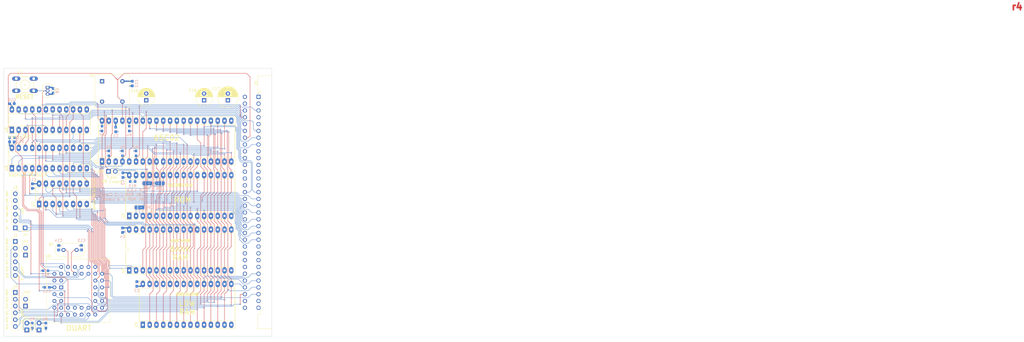
<source format=kicad_pcb>
(kicad_pcb (version 20240108) (generator "pcbnew") (generator_version "8.0")
  (title_block (title "rosco_6502") (date "2023-12-02") (rev "4") (company "The Really Old-School Company Limited") (comment 1 "Copyright (c)2022-2023 Ross Bamford & Contributors") (comment 2 "Open Source Hardware (CERN OHL)"))
  (layers (0 "F.Cu" signal) (1 "In1.Cu" signal) (2 "In2.Cu" signal) (31 "B.Cu" signal) (34 "B.Paste" user) (35 "F.Paste" user) (36 "B.SilkS" user "B.Silkscreen") (37 "F.SilkS" user "F.Silkscreen") (38 "B.Mask" user) (39 "F.Mask" user) (44 "Edge.Cuts" user))
  (net 0 "")
  (net 1 "GND")
  (net 2 "VCC")
  (net 3 "Net-(U6-X1{slash}CLK)")
  (net 4 "Net-(U6-X2)")
  (net 5 "~{VP}")
  (net 6 "RDY")
  (net 7 "A12")
  (net 8 "A13")
  (net 9 "IRQ")
  (net 10 "A14")
  (net 11 "~{ML}")
  (net 12 "A15")
  (net 13 "NMI")
  (net 14 "D7")
  (net 15 "SYNC")
  (net 16 "D6")
  (net 17 "D5")
  (net 18 "A0")
  (net 19 "D4")
  (net 20 "A1")
  (net 21 "D3")
  (net 22 "A2")
  (net 23 "D2")
  (net 24 "A3")
  (net 25 "D1")
  (net 26 "A4")
  (net 27 "D0")
  (net 28 "A5")
  (net 29 "R{slash}~{W}")
  (net 30 "A6")
  (net 31 "A7")
  (net 32 "~{RD}")
  (net 33 "A8")
  (net 34 "CLK")
  (net 35 "A9")
  (net 36 "A10")
  (net 37 "Net-(U6-*IACK)")
  (net 38 "A11")
  (net 39 "~{RESET}")
  (net 40 "~{LOWRAM}")
  (net 41 "~{BANKRAM}")
  (net 42 "~{IO}")
  (net 43 "~{ROM}")
  (net 44 "BANKSEL")
  (net 45 "~{DUASEL}")
  (net 47 "CTSB")
  (net 51 "CTSA")
  (net 52 "~{DUADTACK}")
  (net 53 "Net-(D1-A)")
  (net 54 "RTSB")
  (net 55 "Net-(D1-K)")
  (net 56 "RXDB")
  (net 57 "TXDB")
  (net 59 "SPICS2")
  (net 61 "SPIMOSI")
  (net 62 "SPICLK")
  (net 63 "RTSA")
  (net 65 "SPIMISO")
  (net 66 "SPICS")
  (net 67 "TXDA")
  (net 68 "RXDA")
  (net 70 "BANKCLK")
  (net 72 "~{ROMOE}")
  (net 74 "~{WR}")
  (net 75 "VCCUA")
  (net 76 "VCCUB")
  (net 77 "BE")
  (net 79 "~{DUACS}")
  (net 81 "Net-(JP3-B)")
  (net 82 "Net-(D2-A)")
  (net 83 "BANK3")
  (net 84 "BANK1")
  (net 85 "BANK2")
  (net 86 "BANK0")
  (net 87 "BANK5")
  (net 88 "BANK4")
  (net 89 "Net-(D2-K)")
  (net 121 "ROM_A15")
  (net 122 "ROM_A13")
  (net 123 "ROM_A14")
  (footprint "rosco_6502:B3F-10XX" (layer "F.Cu") (at 44.8818 46.2534)
    (property "Reference" "S1")
    (property "Value" "10-XX")
  )
  (footprint "LED_THT:LED_D3.0mm" (layer "F.Cu") (at 45.5676 137.805 90)
    (property "Reference" "D1")
    (property "Value" "GREEN")
  )
  (footprint "Connector_PinHeader_2.54mm:PinHeader_1x06_P2.54mm_Vertical" (layer "F.Cu") (at 41.275 104.775)
    (property "Reference" "J1" (hide yes))
    (property "Value" "UART_A")
  )
  (footprint "Package_DIP:DIP-16_W7.62mm_Socket_LongPads" (layer "F.Cu") (at 50.165 90.805 90)
    (property "Reference" "U7")
    (property "Value" "74HCT174")
  )
  (footprint "Package_DIP:DIP-28_W15.24mm_Socket_LongPads" (layer "F.Cu") (at 88.9 135.89 90)
    (property "Reference" "U5")
    (property "Value" "AS6C62256-55PCN")
  )
  (footprint "Package_DIP:DIP-24_W7.62mm_Socket_LongPads" (layer "F.Cu") (at 40.005 77.47 90)
    (property "Reference" "U9")
    (property "Value" "ATF22V10C-7PX")
  )
  (footprint "Oscillator:Oscillator_DIP-8" (layer "F.Cu") (at 73.66 44.958 -90)
    (property "Reference" "X1")
    (property "Value" "14MHz")
  )
  (footprint "Connector_PinHeader_2.54mm:PinHeader_1x06_P2.54mm_Vertical" (layer "F.Cu") (at 41.275 99.695 180)
    (property "Reference" "J3")
    (property "Value" "Conn_01x06")
  )
  (footprint "Connector_PinHeader_2.54mm:PinHeader_1x02_P2.54mm_Vertical" (layer "F.Cu") (at 45.085 128.905 180)
    (property "Reference" "JP2")
    (property "Value" "Jumper")
  )
  (footprint "Crystal:Crystal_HC49-4H_Vertical" (layer "F.Cu") (at 64.155 107.95 180)
    (property "Reference" "Q1")
    (property "Value" "3.6864MHz")
  )
  (footprint "Package_DIP:DIP-24_W7.62mm_Socket_LongPads" (layer "F.Cu") (at 40.005 63.129 90)
    (property "Reference" "U8")
    (property "Value" "ATF22V10C-7PX")
  )
  (footprint "Capacitor_THT:CP_Radial_D6.3mm_P2.50mm" (layer "F.Cu") (at 90.17 52.07 90)
    (property "Reference" "C16")
    (property "Value" "100uF")
  )
  (footprint "Capacitor_THT:CP_Radial_D7.5mm_P2.50mm" (layer "F.Cu") (at 120.65 52.07 90)
    (property "Reference" "C17")
    (property "Value" "470uF")
  )
  (footprint "Package_DIP:DIP-32_W15.24mm_Socket_LongPads" (layer "F.Cu") (at 83.82 95.25 90)
    (property "Reference" "U3")
    (property "Value" "SST39SF010")
  )
  (footprint "Connector_PinHeader_2.54mm:PinHeader_1x06_P2.54mm_Vertical" (layer "F.Cu") (at 41.275 123.825)
    (property "Reference" "J2")
    (property "Value" "UART_B")
  )
  (footprint "Package_TO_SOT_THT:TO-92_Inline" (layer "F.Cu") (at 53.34 47.244 -90)
    (property "Reference" "U2")
    (property "Value" "MCP130-xxxHxTO")
  )
  (footprint "Jaynes:DIN41612_C_2x32_Male_Horizontal_THT" (layer "F.Cu") (at 132.08 50.8 -90)
    (property "Reference" "J5")
    (property "Value" "DIN41612_02x32_AC")
  )
  (footprint "Capacitor_THT:CP_Radial_D6.3mm_P2.50mm" (layer "F.Cu") (at 111.76 52.07 90)
    (property "Reference" "C18")
    (property "Value" "100uF")
  )
  (footprint "Connector_PinHeader_2.54mm:PinHeader_1x02_P2.54mm_Vertical" (layer "F.Cu") (at 45.085 109.855 180)
    (property "Reference" "JP1")
    (property "Value" "Jumper")
  )
  (footprint "Connector_PinHeader_2.54mm:PinHeader_1x02_P2.54mm_Vertical" (layer "F.Cu") (at 76.063 78.613 90)
    (property "Reference" "JP3")
    (property "Value" "Jumper")
  )
  (footprint "Connector_PinHeader_2.54mm:PinHeader_1x01_P2.54mm_Vertical" (layer "F.Cu") (at 44.958 99.695)
    (property "Reference" "J4")
    (property "Value" "Conn_01x01_Male")
  )
  (footprint "Package_LCC:PLCC-44_THT-Socket" (layer "F.Cu") (at 58.42 121.92 90)
    (property "Reference" "U6")
    (property "Value" "XR68C681CJTR-F")
  )
  (footprint "Package_DIP:DIP-40_W15.24mm_Socket_LongPads" (layer "F.Cu") (at 73.66 74.93 90)
    (property "Reference" "U1")
    (property "Value" "W65C02SxP")
  )
  (footprint "LED_THT:LED_D3.0mm" (layer "F.Cu") (at 50.1396 137.8 90)
    (property "Reference" "D2")
    (property "Value" "RED")
  )
  (footprint "Package_DIP:DIP-32_W15.24mm_Socket_LongPads" (layer "F.Cu") (at 83.825 115.57 90)
    (property "Reference" "U4")
    (property "Value" "AS6C4008-55PCN")
  )
  (footprint "Capacitor_SMD:C_0603_1608Metric_Pad1.08x0.95mm_HandSolder" (layer "B.Cu") (at 40.005 67.564 180)
    (property "Reference" "C9")
    (property "Value" "100nF")
  )
  (footprint "Capacitor_SMD:C_0603_1608Metric_Pad1.08x0.95mm_HandSolder" (layer "B.Cu") (at 40.005 53.34 180)
    (property "Reference" "C10")
    (property "Value" "100nF")
  )
  (footprint "Capacitor_SMD:C_0603_1608Metric_Pad1.08x0.95mm_HandSolder" (layer "B.Cu") (at 81.407 80.01 90)
    (property "Reference" "C3")
    (property "Value" "100nF")
  )
  (footprint "Capacitor_SMD:C_0603_1608Metric_Pad1.08x0.95mm_HandSolder" (layer "B.Cu") (at 53.1125 121.92)
    (property "Reference" "C15")
    (property "Value" "100nF")
  )
  (footprint "Resistor_SMD:R_0603_1608Metric_Pad0.98x0.95mm_HandSolder" (layer "B.Cu") (at 86.36 71.882 -90)
    (property "Reference" "R2")
    (property "Value" "3K3")
  )
  (footprint "Capacitor_SMD:C_0603_1608Metric_Pad1.08x0.95mm_HandSolder" (layer "B.Cu") (at 78.74 62.9655 90)
    (property "Reference" "C1")
    (property "Value" "100nF")
  )
  (footprint "Capacitor_SMD:C_0603_1608Metric_Pad1.08x0.95mm_HandSolder" (layer "B.Cu") (at 81.28 100.584 90)
    (property "Reference" "C4")
    (property "Value" "100nF")
  )
  (footprint "Capacitor_SMD:C_0603_1608Metric_Pad1.08x0.95mm_HandSolder" (layer "B.Cu") (at 55.372 48.514 90)
    (property "Reference" "C8")
    (property "Value" "100nF")
  )
  (footprint "Resistor_SMD:R_0603_1608Metric_Pad0.98x0.95mm_HandSolder" (layer "B.Cu") (at 85.09 82.423 180)
    (property "Reference" "R13")
    (property "Value" "10k")
  )
  (footprint "Capacitor_SMD:C_0603_1608Metric_Pad1.08x0.95mm_HandSolder" (layer "B.Cu") (at 66.04 107.061 -90)
    (property "Reference" "C13")
    (property "Value" "7pF")
  )
  (footprint "Resistor_SMD:R_0603_1608Metric_Pad0.98x0.95mm_HandSolder" (layer "B.Cu") (at 73.66 62.6345 90)
    (property "Reference" "R7")
    (property "Value" "3K3")
  )
  (footprint "Resistor_SMD:R_0603_1608Metric_Pad0.98x0.95mm_HandSolder" (layer "B.Cu") (at 76.2 71.882 -90)
    (property "Reference" "R3")
    (property "Value" "3K3")
  )
  (footprint "Jumper:SolderJumper-3_P1.3mm_Bridged2Bar12_RoundedPad1.0x1.5mm" (layer "B.Cu") (at 90.551 83.058 180)
    (property "Reference" "JP4")
    (property "Value" "Jumper_3_Open")
  )
  (footprint "Resistor_SMD:R_0603_1608Metric_Pad0.98x0.95mm_HandSolder" (layer "B.Cu") (at 83.82 62.6345 90)
    (property "Reference" "R4")
    (property "Value" "3K3")
  )
  (footprint "Resistor_SMD:R_0603_1608Metric_Pad0.98x0.95mm_HandSolder" (layer "B.Cu") (at 81.28 71.882 -90)
    (property "Reference" "R1")
    (property "Value" "3K3")
  )
  (footprint "Capacitor_SMD:C_0603_1608Metric_Pad1.08x0.95mm_HandSolder" (layer "B.Cu") (at 57.404 107.0875 -90)
    (property "Reference" "C14")
    (property "Value" "7pF")
  )
  (footprint "Jumper:SolderJumper-3_P1.3mm_Bridged2Bar12_RoundedPad1.0x1.5mm" (layer "B.Cu") (at 87.63 92.075 180)
    (property "Reference" "JP5")
    (property "Value" "Jumper_3_Open")
  )
  (footprint "Resistor_SMD:R_0603_1608Metric_Pad0.98x0.95mm_HandSolder" (layer "B.Cu") (at 47.625 136.1675 -90)
    (property "Reference" "R5")
    (property "Value" "330R")
  )
  (footprint "Resistor_SMD:R_0603_1608Metric_Pad0.98x0.95mm_HandSolder" (layer "B.Cu") (at 52.578 115.697)
    (property "Reference" "R12")
    (property "Value" "3K3")
  )
  (footprint "Resistor_SMD:R_0603_1608Metric_Pad0.98x0.95mm_HandSolder" (layer "B.Cu") (at 52.705 136.1675 90)
    (property "Reference" "R6")
    (property "Value" "330R")
  )
  (footprint "Resistor_SMD:R_0603_1608Metric_Pad0.98x0.95mm_HandSolder" (layer "B.Cu") (at 40.0285 66.04)
    (property "Reference" "R11")
    (property "Value" "3K3")
  )
  (footprint "Capacitor_SMD:C_0603_1608Metric_Pad1.08x0.95mm_HandSolder" (layer "B.Cu") (at 86.614 120.65 -90)
    (property "Reference" "C2")
    (property "Value" "100nF")
  )
  (footprint "Capacitor_SMD:C_0603_1608Metric_Pad1.08x0.95mm_HandSolder" (layer "B.Cu") (at 47.625 84.1005 90)
    (property "Reference" "C11")
    (property "Value" "100nF")
  )
  (footprint "Capacitor_SMD:C_0603_1608Metric_Pad1.08x0.95mm_HandSolder" (layer "B.Cu") (at 84.9895 45.8205 90)
    (property "Reference" "C12")
    (property "Value" "100nF")
  )
  (footprint "Jumper:SolderJumper-3_P1.3mm_Bridged2Bar12_RoundedPad1.0x1.5mm" (layer "B.Cu") (at 95.25 83.058)
    (property "Reference" "JP6")
    (property "Value" "Jumper_3_Open")
  )
  (gr_rect (start 37.015 40.17) (end 137.015 140.17) (stroke (width 0.1)) (fill none) (layer "Edge.Cuts"))
  (gr_text "r4" (at 415.29 17.145 0) (layer "F.Cu") (effects (font (size 2.5 2.5) (thickness 0.6))))
  (gr_text "JP 4,5,6\n15K ROM 1-2 Closed\n8K ROM 2-3 Closed" (at 89.281 89.535 0) (layer "B.SilkS") (effects (font (size 1 1)) (justify left bottom mirror)))
  (gr_text "RTS" (at 38.1 136.525 -90) (layer "F.SilkS") (effects (font (size 0.75 0.75))))
  (gr_text "AS6C4008" (at 102.87 104.521 0) (layer "F.SilkS") (effects (font (size 1 1) (thickness 0.25))))
  (gr_text "AS6C62256" (at 105.41 124.46 0) (layer "F.SilkS") (effects (font (size 1 1) (thickness 0.25))))
  (gr_text "CK" (at 38.1 97.155 -90) (layer "F.SilkS") (effects (font (size 0.6 0.6))))
  (gr_text "ROM" (at 103.759 89.281 0) (layer "F.SilkS") (effects (font (size 2 2) (thickness 0.3))))
  (gr_text "VCC" (at 38.1 109.855 -90) (layer "F.SilkS") (effects (font (size 0.75 0.75))))
  (gr_text "TxD" (at 38.1 112.395 -90) (layer "F.SilkS") (effects (font (size 0.75 0.75))))
  (gr_text "COPI" (at 38.1 94.615 -90) (layer "F.SilkS") (effects (font (size 0.6 0.6))))
  (gr_text "GND" (at 38.1 123.825 -90) (layer "F.SilkS") (effects (font (size 0.75 0.75))))
  (gr_text "VCC" (at 38.1 89.535 -90) (layer "F.SilkS") (effects (font (size 0.6 0.6))))
  (gr_text "VCC" (at 38.1 128.905 -90) (layer "F.SilkS") (effects (font (size 0.75 0.75))))
  (gr_text "UART A" (at 43.815 116.712998 -90) (layer "F.SilkS") (effects (font (size 1 1))))
  (gr_text "RxD" (at 38.1 133.985 -90) (layer "F.SilkS") (effects (font (size 0.75 0.75))))
  (gr_text "BANK\nRAM" (at 102.87 109.22 0) (layer "F.SilkS") (effects (font (size 2 2) (thickness 0.3))))
  (gr_text "CS" (at 38.1 99.694999 -90) (layer "F.SilkS") (effects (font (size 0.6 0.6))))
  (gr_text "UART B" (at 43.815 132.334 -90) (layer "F.SilkS") (effects (font (size 1 1))))
  (gr_text "J1" (at 41.275 102.362 0) (layer "F.SilkS") (effects (font (size 1 1))))
  (gr_text "CIPO" (at 38.1 92.075 -90) (layer "F.SilkS") (effects (font (size 0.6 0.6))))
  (gr_text "DUART" (at 65.024 137.16 0) (layer "F.SilkS") (effects (font (size 2 2) (thickness 0.3))))
  (gr_text "TxD" (at 38.1 131.445 -90) (layer "F.SilkS") (effects (font (size 0.75 0.75))))
  (gr_text "GND" (at 38.1 86.994999 -90) (layer "F.SilkS") (effects (font (size 0.6 0.6))))
  (gr_text "SPI" (at 43.815 93.345 -90) (layer "F.SilkS") (effects (font (size 1 1))))
  (gr_text "BANK REGISTER" (at 70.739 87.122 90) (layer "F.SilkS") (effects (font (size 1 1))))
  (gr_text "LOW\nRAM" (at 105.41 129.54 0) (layer "F.SilkS") (effects (font (size 2 2) (thickness 0.3))))
  (gr_text "SST39SF010" (at 102.87 83.82 0) (layer "F.SilkS") (effects (font (size 1 1) (thickness 0.25))))
  (gr_text "RESET" (at 44.704 50.8 0) (layer "F.SilkS") (effects (font (size 1.5 1.5) (thickness 0.3))))
  (gr_text "GND" (at 38.1 104.775 -90) (layer "F.SilkS") (effects (font (size 0.75 0.75))))
  (gr_text "RxD" (at 38.1 114.935 -90) (layer "F.SilkS") (effects (font (size 0.75 0.75))))
  (gr_text "GLUE LOGIC" (at 42.799 65.658998 0) (layer "F.SilkS") (effects (font (size 1 1))))
  (gr_text "CTS" (at 38.1 126.365 -90) (layer "F.SilkS") (effects (font (size 0.75 0.75))))
  (gr_text "65C02" (at 97.79 66.04 0) (layer "F.SilkS") (effects (font (size 2 2) (thickness 0.3))))
  (gr_text "ADDRESS DECODER" (at 45.974 80.009998 0) (layer "F.SilkS") (effects (font (size 1 1))))
  (gr_text "RTS" (at 38.1 117.475 -90) (layer "F.SilkS") (effects (font (size 0.75 0.75))))
  (gr_text "Flash\n~{WR} Enable" (at 77.343 81.661 0) (layer "F.SilkS") (effects (font (size 1 1))))
  (gr_text "CTS" (at 38.1 107.315 -90) (layer "F.SilkS") (effects (font (size 0.75 0.75))))
  (via (at 82.169 80.899) (size 0.5) (drill 0.3) (layers "F.Cu" "B.Cu") (net 1))
  (via (at 84.074 46.736) (size 0.5) (drill 0.3) (layers "F.Cu" "B.Cu") (net 1))
  (via (at 65.278 106.299) (size 0.5) (drill 0.3) (layers "F.Cu" "B.Cu") (net 1))
  (via (at 79.502 63.754) (size 0.5) (drill 0.3) (layers "F.Cu" "B.Cu") (net 1))
  (via (at 87.376 119.761) (size 0.5) (drill 0.3) (layers "F.Cu" "B.Cu") (net 1))
  (via (at 51.562 121.92) (size 0.5) (drill 0.3) (layers "F.Cu" "B.Cu") (net 1))
  (via (at 40.894 52.578) (size 0.5) (drill 0.3) (layers "F.Cu" "B.Cu") (net 1))
  (via (at 82.169 101.219) (size 0.5) (drill 0.3) (layers "F.Cu" "B.Cu") (net 1))
  (via (at 40.767 68.326) (size 0.5) (drill 0.3) (layers "F.Cu" "B.Cu") (net 1))
  (via (at 58.166 106.299) (size 0.5) (drill 0.3) (layers "F.Cu" "B.Cu") (net 1))
  (via (at 48.387 84.963) (size 0.5) (drill 0.3) (layers "F.Cu" "B.Cu") (net 1))
  (segment (start 86.33 95.22) (end 86.36 95.25) (width 0.127) (layer "B.Cu") (net 1))
  (segment (start 65.9395 106.299) (end 66.04 106.1985) (width 0.25) (layer "B.Cu") (net 1))
  (segment (start 86.33 92.075) (end 86.33 95.22) (width 0.127) (layer "B.Cu") (net 1))
  (segment (start 79.502 63.754) (end 78.814 63.754) (width 0.5) (layer "B.Cu") (net 1))
  (segment (start 57.478 106.299) (end 57.404 106.225) (width 0.25) (layer "B.Cu") (net 1))
  (segment (start 78.814 63.754) (end 78.74 63.828) (width 0.5) (layer "B.Cu") (net 1))
  (segment (start 86.778436 119.761) (end 86.751936 119.7875) (width 0.5) (layer "B.Cu") (net 1))
  (segment (start 40.767 68.326) (end 40.767 67.6645) (width 0.5) (layer "B.Cu") (net 1))
  (segment (start 48.387 84.963) (end 47.625 84.963) (width 0.5) (layer "B.Cu") (net 1))
  (segment (start 82.169 80.899) (end 81.4335 80.899) (width 0.5) (layer "B.Cu") (net 1))
  (segment (start 81.5075 101.219) (end 81.28 101.4465) (width 0.5) (layer "B.Cu") (net 1))
  (segment (start 55.372 49.5035) (end 55.0915 49.784) (width 0.5) (layer "B.Cu") (net 1))
  (segment (start 40.894 53.3135) (end 40.8675 53.34) (width 0.5) (layer "B.Cu") (net 1))
  (segment (start 51.562 121.92) (end 52.25 121.92) (width 0.5) (layer "B.Cu") (net 1))
  (segment (start 86.751936 119.7875) (end 86.614 119.7875) (width 0.5) (layer "B.Cu") (net 1))
  (segment (start 40.894 52.578) (end 40.894 53.3135) (width 0.5) (layer "B.Cu") (net 1))
  (segment (start 82.169 101.219) (end 81.5075 101.219) (width 0.5) (layer "B.Cu") (net 1))
  (segment (start 84.9365 46.736) (end 84.9895 46.683) (width 0.5) (layer "B.Cu") (net 1))
  (segment (start 81.4335 80.899) (end 81.407 80.8725) (width 0.5) (layer "B.Cu") (net 1))
  (segment (start 87.376 119.761) (end 86.778436 119.761) (width 0.5) (layer "B.Cu") (net 1))
  (segment (start 40.767 67.6645) (end 40.8675 67.564) (width 0.5) (layer "B.Cu") (net 1))
  (segment (start 55.0915 49.784) (end 53.34 49.784) (width 0.5) (layer "B.Cu") (net 1))
  (segment (start 58.166 106.299) (end 57.478 106.299) (width 0.25) (layer "B.Cu") (net 1))
  (segment (start 84.074 46.736) (end 84.9365 46.736) (width 0.5) (layer "B.Cu") (net 1))
  (segment (start 65.278 106.299) (end 65.9395 106.299) (width 0.25) (layer "B.Cu") (net 1))
  (via (at 72.898 63.5) (size 0.5) (drill 0.3) (layers "F.Cu" "B.Cu") (net 2))
  (via (at 80.518 70.993) (size 0.5) (drill 0.3) (layers "F.Cu" "B.Cu") (net 2))
  (via (at 47.625 137.795) (size 0.5) (drill 0.3) (layers "F.Cu" "B.Cu") (net 2))
  (via (at 50.927 115.697) (size 0.5) (drill 0.3) (layers "F.Cu" "B.Cu") (net 2))
  (via (at 85.598 70.993) (size 0.5) (drill 0.3) (layers "F.Cu" "B.Cu") (net 2))
  (via (at 84.582 63.5) (size 0.5) (drill 0.3) (layers "F.Cu" "B.Cu") (net 2))
  (via (at 75.438 70.993) (size 0.5) (drill 0.3) (layers "F.Cu" "B.Cu") (net 2))
  (via (at 52.705 137.795) (size 0.5) (drill 0.3) (layers "F.Cu" "B.Cu") (net 2))
  (segment (start 85.6215 70.9695) (end 86.36 70.9695) (width 0.25) (layer "B.Cu") (net 2))
  (segment (start 81.28 99.7215) (end 83.2165 99.7215) (width 0.5) (layer "B.Cu") (net 2))
  (segment (start 81.407 79.1475) (end 81.4335 79.121) (width 0.5) (layer "B.Cu") (net 2))
  (segment (start 80.5415 70.9695) (end 81.28 70.9695) (width 0.25) (layer "B.Cu") (net 2))
  (segment (start 81.4335 79.121) (end 82.931 79.121) (width 0.5) (layer "B.Cu") (net 2))
  (segment (start 39.116 68.961) (end 39.116 67.5905) (width 0.5) (layer "B.Cu") (net 2))
  (segment (start 85.598 70.993) (end 85.6215 70.9695) (width 0.25) (layer "B.Cu") (net 2))
  (segment (start 82.931 79.121) (end 83.82 80.01) (width 0.5) (layer "B.Cu") (net 2))
  (segment (start 72.898 63.5) (end 73.613 63.5) (width 0.25) (layer "B.Cu") (net 2))
  (segment (start 39.116 67.5375) (end 39.1425 67.564) (width 0.25) (layer "B.Cu") (net 2))
  (segment (start 88.9 120.65) (end 88.0375 121.5125) (width 0.5) (layer "B.Cu") (net 2))
  (segment (start 40.005 69.85) (end 39.116 68.961) (width 0.5) (layer "B.Cu") (net 2))
  (segment (start 84.1775 80.3675) (end 83.82 80.01) (width 0.127) (layer "B.Cu") (net 2))
  (segment (start 40.005 54.2025) (end 40.005 55.509) (width 0.5) (layer "B.Cu") (net 2))
  (segment (start 84.582 63.5) (end 83.867 63.5) (width 0.25) (layer "B.Cu") (net 2))
  (segment (start 75.4615 70.9695) (end 76.2 70.9695) (width 0.25) (layer "B.Cu") (net 2))
  (segment (start 73.613 63.5) (end 73.66 63.547) (width 0.127) (layer "B.Cu") (net 2))
  (segment (start 75.438 70.993) (end 75.4615 70.9695) (width 0.25) (layer "B.Cu") (net 2))
  (segment (start 52.705 137.795) (end 52.705 137.08) (width 0.25) (layer "B.Cu") (net 2))
  (segment (start 55.372 47.7785) (end 54.8375 47.244) (width 0.5) (layer "B.Cu") (net 2))
  (segment (start 54.8375 47.244) (end 53.34 47.244) (width 0.5) (layer "B.Cu") (net 2))
  (segment (start 83.867 63.5) (end 83.82 63.547) (width 0.127) (layer "B.Cu") (net 2))
  (segment (start 39.116 67.5905) (end 39.1425 67.564) (width 0.5) (layer "B.Cu") (net 2))
  (segment (start 50.927 115.697) (end 51.6655 115.697) (width 0.25) (layer "B.Cu") (net 2))
  (segment (start 39.116 66.04) (end 39.116 67.5375) (width 0.25) (layer "B.Cu") (net 2))
  (segment (start 81.28 44.958) (end 84.9895 44.958) (width 0.5) (layer "B.Cu") (net 2))
  (segment (start 53.975 121.92) (end 55.88 121.92) (width 0.5) (layer "B.Cu") (net 2))
  (segment (start 83.2165 99.7215) (end 83.825 100.33) (width 0.5) (layer "B.Cu") (net 2))
  (segment (start 78.74 59.69) (end 78.74 62.0025) (width 0.5) (layer "B.Cu") (net 2))
  (segment (start 88.0375 121.5125) (end 86.614 121.5125) (width 0.5) (layer "B.Cu") (net 2))
  (segment (start 80.518 70.993) (end 80.5415 70.9695) (width 0.25) (layer "B.Cu") (net 2))
  (segment (start 50.112 83.238) (end 50.165 83.185) (width 0.5) (layer "B.Cu") (net 2))
  (segment (start 39.1425 53.34) (end 40.005 54.2025) (width 0.5) (layer "B.Cu") (net 2))
  (segment (start 47.625 137.795) (end 47.625 137.08) (width 0.25) (layer "B.Cu") (net 2))
  (segment (start 47.625 83.238) (end 50.112 83.238) (width 0.5) (layer "B.Cu") (net 2))
  (segment (start 84.1775 82.423) (end 84.1775 80.3675) (width 0.127) (layer "B.Cu") (net 2))
  (segment (start 62.23 108.966) (end 63.246 107.95) (width 0.127) (layer "F.Cu") (net 3))
  (segment (start 62.23 115.57) (end 62.23 108.966) (width 0.127) (layer "F.Cu") (net 3))
  (segment (start 63.246 107.95) (end 64.155 107.95) (width 0.127) (layer "F.Cu") (net 3))
  (segment (start 63.5 116.84) (end 62.23 115.57) (width 0.127) (layer "F.Cu") (net 3))
  (segment (start 66.0135 107.95) (end 66.04 107.9235) (width 0.127) (layer "B.Cu") (net 3))
  (segment (start 64.155 107.95) (end 66.0135 107.95) (width 0.127) (layer "B.Cu") (net 3))
  (segment (start 60.198 107.95) (end 59.275 107.95) (width 0.127) (layer "F.Cu") (net 4))
  (segment (start 60.96 108.712) (end 60.198 107.95) (width 0.127) (layer "F.Cu") (net 4))
  (segment (start 60.96 114.3) (end 60.96 108.712) (width 0.127) (layer "F.Cu") (net 4))
  (segment (start 59.275 107.95) (end 57.404 107.95) (width 0.127) (layer "B.Cu") (net 4))
  (segment (start 74.676 64.008) (end 73.66 65.024) (width 0.127) (layer "F.Cu") (net 5))
  (segment (start 73.66 65.024) (end 73.66 74.93) (width 0.127) (layer "F.Cu") (net 5))
  (segment (start 74.549 56.261) (end 74.549 58.42) (width 0.127) (layer "F.Cu") (net 5))
  (segment (start 74.676 58.547) (end 74.676 64.008) (width 0.127) (layer "F.Cu") (net 5))
  (segment (start 74.549 58.42) (end 74.676 58.547) (width 0.127) (layer "F.Cu") (net 5))
  (segment (start 55.245 57.658) (end 55.245 63.129) (width 0.127) (layer "F.Cu") (net 5))
  (via (at 55.245 57.658) (size 0.5) (drill 0.3) (layers "F.Cu" "B.Cu") (net 5))
  (via (at 74.549 56.261) (size 0.5) (drill 0.3) (layers "F.Cu" "B.Cu") (net 5))
  (segment (start 89.408 56.261) (end 89.916 56.769) (width 0.127) (layer "B.Cu") (net 5))
  (segment (start 128.27 67.31) (end 129.54 66.04) (width 0.127) (layer "B.Cu") (net 5))
  (segment (start 125.095 62.738) (end 125.476 63.119) (width 0.127) (layer "B.Cu") (net 5))
  (segment (start 129.54 66.04) (end 132.08 66.04) (width 0.127) (layer "B.Cu") (net 5))
  (segment (start 89.916 56.769) (end 123.571 56.769) (width 0.127) (layer "B.Cu") (net 5))
  (segment (start 70.104 56.261) (end 68.707 57.658) (width 0.127) (layer "B.Cu") (net 5))
  (segment (start 125.476 67.056) (end 125.73 67.31) (width 0.127) (layer "B.Cu") (net 5))
  (segment (start 125.095 60.325) (end 125.095 62.738) (width 0.127) (layer "B.Cu") (net 5))
  (segment (start 68.707 57.658) (end 55.245 57.658) (width 0.127) (layer "B.Cu") (net 5))
  (segment (start 74.549 56.261) (end 70.104 56.261) (width 0.127) (layer "B.Cu") (net 5))
  (segment (start 124.714 59.944) (end 125.095 60.325) (width 0.127) (layer "B.Cu") (net 5))
  (segment (start 124.714 57.912) (end 124.714 59.944) (width 0.127) (layer "B.Cu") (net 5))
  (segment (start 125.476 63.119) (end 125.476 67.056) (width 0.127) (layer "B.Cu") (net 5))
  (segment (start 123.571 56.769) (end 124.714 57.912) (width 0.127) (layer "B.Cu") (net 5))
  (segment (start 125.73 67.31) (end 128.27 67.31) (width 0.127) (layer "B.Cu") (net 5))
  (segment (start 74.549 56.261) (end 89.408 56.261) (width 0.127) (layer "B.Cu") (net 5))
  (segment (start 76.2 73.66) (end 76.2 74.93) (width 0.127) (layer "F.Cu") (net 6))
  (segment (start 77.089 72.771) (end 76.2 73.66) (width 0.127) (layer "F.Cu") (net 6))
  (segment (start 77.47 64.643) (end 77.089 65.024) (width 0.127) (layer "F.Cu") (net 6))
  (segment (start 77.47 55.753) (end 77.47 64.643) (width 0.127) (layer "F.Cu") (net 6))
  (segment (start 77.089 65.024) (end 77.089 72.771) (width 0.127) (layer "F.Cu") (net 6))
  (via (at 77.47 55.753) (size 0.5) (drill 0.3) (layers "F.Cu" "B.Cu") (net 6))
  (segment (start 125.476 59.3725) (end 125.984 59.8805) (width 0.127) (layer "B.Cu") (net 6))
  (segment (start 43.18 57.15) (end 42.545 56.515) (width 0.127) (layer "B.Cu") (net 6))
  (segment (start 42.545 56.515) (end 42.545 55.509) (width 0.127) (layer "B.Cu") (net 6))
  (segment (start 77.47 55.753) (end 124.079 55.753) (width 0.127) (layer "B.Cu") (net 6))
  (segment (start 126.238 60.96) (end 127 60.96) (width 0.127) (layer "B.Cu") (net 6))
  (segment (start 69.977 55.753) (end 68.58 57.15) (width 0.127) (layer "B.Cu") (net 6))
  (segment (start 68.58 57.15) (end 43.18 57.15) (width 0.127) (layer "B.Cu") (net 6))
  (segment (start 125.984 59.8805) (end 125.984 60.706) (width 0.127) (layer "B.Cu") (net 6))
  (segment (start 77.47 55.753) (end 69.977 55.753) (width 0.127) (layer "B.Cu") (net 6))
  (segment (start 76.2 72.7945) (end 76.2 74.93) (width 0.127) (layer "B.Cu") (net 6))
  (segment (start 125.984 60.706) (end 126.238 60.96) (width 0.127) (layer "B.Cu") (net 6))
  (segment (start 124.079 55.753) (end 125.476 57.15) (width 0.127) (layer "B.Cu") (net 6))
  (segment (start 125.476 57.15) (end 125.476 59.3725) (width 0.127) (layer "B.Cu") (net 6))
  (segment (start 46.736 86.995) (end 46.609 86.868) (width 0.127) (layer "F.Cu") (net 7))
  (segment (start 91.44 124.46) (end 92.71 123.19) (width 0.127) (layer "F.Cu") (net 7))
  (segment (start 92.456 86.614) (end 92.075 86.995) (width 0.127) (layer "F.Cu") (net 7))
  (segment (start 92.456 75.888727) (end 92.456 86.614) (width 0.127) (layer "F.Cu") (net 7))
  (segment (start 119.38 70.104) (end 119.38 59.69) (width 0.127) (layer "F.Cu") (net 7))
  (segment (start 91.44 115.57) (end 91.44 107.95) (width 0.127) (layer "F.Cu") (net 7))
  (segment (start 47.625 79.248) (end 47.625 77.47) (width 0.127) (layer "F.Cu") (net 7))
  (segment (start 92.075 86.995) (end 92.075 94.615) (width 0.127) (layer "F.Cu") (net 7))
  (segment (start 92.583 70.104) (end 92.5535 70.1335) (width 0.127) (layer "F.Cu") (net 7))
  (segment (start 91.44 135.89) (end 91.44 124.46) (width 0.127) (layer "F.Cu") (net 7))
  (segment (start 91.445 117.48) (end 91.445 115.57) (width 0.127) (layer "F.Cu") (net 7))
  (segment (start 92.71 123.19) (end 92.71 118.745) (width 0.127) (layer "F.Cu") (net 7))
  (segment (start 92.71 98.425) (end 91.445 97.16) (width 0.127) (layer "F.Cu") (net 7))
  (segment (start 92.075 94.615) (end 91.44 95.25) (width 0.127) (layer "F.Cu") (net 7))
  (segment (start 92.5535 75.791227) (end 92.456 75.888727) (width 0.127) (layer "F.Cu") (net 7))
  (segment (start 92.5535 70.1335) (end 92.5535 75.791227) (width 0.127) (layer "F.Cu") (net 7))
  (segment (start 91.445 97.16) (end 91.445 95.25) (width 0.127) (layer "F.Cu") (net 7))
  (segment (start 91.44 107.95) (end 92.71 106.68) (width 0.127) (layer "F.Cu") (net 7))
  (segment (start 46.609 86.868) (end 46.609 80.264) (width 0.127) (layer "F.Cu") (net 7))
  (segment (start 92.71 118.745) (end 91.445 117.48) (width 0.127) (layer "F.Cu") (net 7))
  (segment (start 46.609 80.264) (end 47.625 79.248) (width 0.127) (layer "F.Cu") (net 7))
  (segment (start 92.71 106.68) (end 92.71 98.425) (width 0.127) (layer "F.Cu") (net 7))
  (via (at 92.075 86.995) (size 0.5) (drill 0.3) (layers "F.Cu" "B.Cu") (net 7))
  (via (at 92.583 70.104) (size 0.5) (drill 0.3) (layers "F.Cu" "B.Cu") (net 7))
  (via (at 46.736 86.995) (size 0.5) (drill 0.3) (layers "F.Cu" "B.Cu") (net 7))
  (via (at 119.38 70.104) (size 0.5) (drill 0.3) (layers "F.Cu" "B.Cu") (net 7))
  (segment (start 92.075 86.995) (end 46.736 86.995) (width 0.127) (layer "B.Cu") (net 7))
  (segment (start 99.822 86.487) (end 123.952 86.487) (width 0.127) (layer "B.Cu") (net 7))
  (segment (start 123.952 86.487) (end 125.095 87.63) (width 0.127) (layer "B.Cu") (net 7))
  (segment (start 128.27 87.63) (end 129.54 88.9) (width 0.127) (layer "B.Cu") (net 7))
  (segment (start 99.314 86.995) (end 99.822 86.487) (width 0.127) (layer "B.Cu") (net 7))
  (segment (start 129.54 88.9) (end 132.08 88.9) (width 0.127) (layer "B.Cu") (net 7))
  (segment (start 92.583 70.104) (end 119.38 70.104) (width 0.127) (layer "B.Cu") (net 7))
  (segment (start 125.095 87.63) (end 128.27 87.63) (width 0.127) (layer "B.Cu") (net 7))
  (segment (start 92.075 86.995) (end 99.314 86.995) (width 0.127) (layer "B.Cu") (net 7))
  (segment (start 92.9895 73.7615) (end 93.345 73.406) (width 0.127) (layer "F.Cu") (net 8))
  (segment (start 92.9895 83.058) (end 92.9895 87.2235) (width 0.127) (layer "F.Cu") (net 8))
  (segment (start 92.71 117.475) (end 92.71 107.95) (width 0.127) (layer "F.Cu") (net 8))
  (segment (start 116.84 69.596) (end 116.84 59.817) (width 0.127) (layer "F.Cu") (net 8))
  (segment (start 44.958 87.503) (end 44.958 77.597) (width 0.127) (layer "F.Cu") (net 8))
  (segment (start 92.9895 83.058) (end 92.9895 73.7615) (width 0.127) (layer "F.Cu") (net 8))
  (segment (start 93.98 120.65) (end 93.98 118.745) (width 0.127) (layer "F.Cu") (net 8))
  (segment (start 116.84 59.817) (end 116.84 59.69) (width 0.127) (layer "F.Cu") (net 8))
  (segment (start 93.985 106.675) (end 93.985 100.33) (width 0.127) (layer "F.Cu") (net 8))
  (segment (start 44.958 77.597) (end 45.085 77.47) (width 0.127) (layer "F.Cu") (net 8))
  (segment (start 93.98 118.745) (end 92.71 117.475) (width 0.127) (layer "F.Cu") (net 8))
  (segment (start 92.71 97.028) (end 93.985 98.303) (width 0.127) (layer "F.Cu") (net 8))
  (segment (start 92.71 87.503) (end 92.71 97.028) (width 0.127) (layer "F.Cu") (net 8))
  (segment (start 93.985 98.303) (end 93.985 100.33) (width 0.127) (layer "F.Cu") (net 8))
  (segment (start 92.9895 87.2235) (end 92.71 87.503) (width 0.127) (layer "F.Cu") (net 8))
  (segment (start 93.345 73.406) (end 93.345 69.596) (width 0.127) (layer "F.Cu") (net 8))
  (segment (start 92.71 107.95) (end 93.985 106.675) (width 0.127) (layer "F.Cu") (net 8))
  (via (at 44.958 87.503) (size 0.5) (drill 0.3) (layers "F.Cu" "B.Cu") (net 8))
  (via (at 92.71 87.503) (size 0.5) (drill 0.3) (layers "F.Cu" "B.Cu") (net 8))
  (via (at 92.9895 83.058) (size 0.5) (drill 0.3) (layers "F.Cu" "B.Cu") (net 8))
  (via (at 116.84 69.596) (size 0.5) (drill 0.3) (layers "F.Cu" "B.Cu") (net 8))
  (via (at 93.345 69.596) (size 0.5) (drill 0.3) (layers "F.Cu" "B.Cu") (net 8))
  (segment (start 123.698 86.995) (end 125.603 88.9) (width 0.127) (layer "B.Cu") (net 8))
  (segment (start 92.9895 83.058) (end 93.95 83.058) (width 0.127) (layer "B.Cu") (net 8))
  (segment (start 116.84 69.596) (end 93.345 69.596) (width 0.127) (layer "B.Cu") (net 8))
  (segment (start 92.71 87.503) (end 99.441 87.503) (width 0.127) (layer "B.Cu") (net 8))
  (segment (start 99.949 86.995) (end 123.698 86.995) (width 0.127) (layer "B.Cu") (net 8))
  (segment (start 92.71 87.503) (end 44.958 87.503) (width 0.127) (layer "B.Cu") (net 8))
  (segment (start 99.441 87.503) (end 99.949 86.995) (width 0.127) (layer "B.Cu") (net 8))
  (segment (start 125.603 88.9) (end 127 88.9) (width 0.127) (layer "B.Cu") (net 8))
  (segment (start 73.66 97.917) (end 73.66 110.744) (width 0.127) (layer "F.Cu") (net 9))
  (segment (start 75.438 112.522) (end 75.438 114.554) (width 0.127) (layer "F.Cu") (net 9))
  (segment (start 61.595 54.356) (end 61.595 56.935945) (width 0.127) (layer "F.Cu") (net 9))
  (segment (start 61.595 56.935945) (end 60.325 58.205945) (width 0.127) (layer "F.Cu") (net 9))
  (segment (start 72.898 97.155) (end 73.66 97.917) (width 0.127) (layer "F.Cu") (net 9))
  (segment (start 82.55 54.737) (end 82.55 72.39) (width 0.127) (layer "F.Cu") (net 9))
  (segment (start 76.073 115.189) (end 76.073 121.793) (width 0.127) (layer "F.Cu") (net 9))
  (segment (start 75.438 114.554) (end 76.073 115.189) (width 0.127) (layer "F.Cu") (net 9))
  (segment (start 82.55 72.39) (end 81.28 73.66) (width 0.127) (layer "F.Cu") (net 9))
  (segment (start 81.28 73.66) (end 81.28 74.93) (width 0.127) (layer "F.Cu") (net 9))
  (segment (start 60.325 58.205945) (end 60.325 63.129) (width 0.127) (layer "F.Cu") (net 9))
  (segment (start 76.073 121.793) (end 76.2 121.92) (width 0.127) (layer "F.Cu") (net 9))
  (segment (start 72.898 77.724) (end 72.898 97.155) (width 0.127) (layer "F.Cu") (net 9))
  (segment (start 73.66 110.744) (end 75.438 112.522) (width 0.127) (layer "F.Cu") (net 9))
  (via (at 72.898 77.724) (size 0.5) (drill 0.3) (layers "F.Cu" "B.Cu") (net 9))
  (via (at 76.2 121.92) (size 0.5) (drill 0.3) (layers "F.Cu" "B.Cu") (net 9))
  (via (at 61.595 54.356) (size 0.5) (drill 0.3) (layers "F.Cu" "B.Cu") (net 9))
  (via (at 82.55 54.737) (size 0.5) (drill 0.3) (layers "F.Cu" "B.Cu") (net 9))
  (segment (start 82.55 54.737) (end 124.587 54.737) (width 0.127) (layer "B.Cu") (net 9))
  (segment (start 70.866 53.721) (end 71.882 54.737) (width 0.127) (layer "B.Cu") (net 9))
  (segment (start 72.898 77.724) (end 73.025 77.597) (width 0.127) (layer "B.Cu") (net 9))
  (segment (start 73.025 77.597) (end 74.1045 77.597) (width 0.127) (layer "B.Cu") (net 9))
  (segment (start 61.595 54.356) (end 62.23 53.721) (width 0.127) (layer "B.Cu") (net 9))
  (segment (start 81.28 72.7945) (end 81.28 74.93) (width 0.127) (layer "B.Cu") (net 9))
  (segment (start 76.2 121.92) (end 73.66 121.92) (width 0.127) (layer "B.Cu") (net 9))
  (segment (start 125.73 55.88) (end 127 55.88) (width 0.127) (layer "B.Cu") (net 9))
  (segment (start 81.026 76.708) (end 81.28 76.454) (width 0.127) (layer "B.Cu") (net 9))
  (segment (start 74.1045 77.597) (end 74.9935 76.708) (width 0.127) (layer "B.Cu") (net 9))
  (segment (start 124.587 54.737) (end 125.73 55.88) (width 0.127) (layer "B.Cu") (net 9))
  (segment (start 81.28 76.454) (end 81.28 74.93) (width 0.127) (layer "B.Cu") (net 9))
  (segment (start 62.23 53.721) (end 70.866 53.721) (width 0.127) (layer "B.Cu") (net 9))
  (segment (start 74.9935 76.708) (end 81.026 76.708) (width 0.127) (layer "B.Cu") (net 9))
  (segment (start 71.882 54.737) (end 82.55 54.737) (width 0.127) (layer "B.Cu") (net 9))
  (segment (start 113.538 65.532) (end 114.3 64.77) (width 0.127) (layer "F.Cu") (net 10))
  (segment (start 113.538 72.644) (end 113.538 65.532) (width 0.127) (layer "F.Cu") (net 10))
  (segment (start 114.3 61.468) (end 114.3 59.69) (width 0.127) (layer "F.Cu") (net 10))
  (segment (start 114.3 64.77) (end 114.3 61.468) (width 0.127) (layer "F.Cu") (net 10))
  (via (at 114.3 61.468) (size 0.5) (drill 0.3) (layers "F.Cu" "B.Cu") (net 10))
  (via (at 113.538 72.644) (size 0.5) (drill 0.3) (layers "F.Cu" "B.Cu") (net 10))
  (segment (start 129.794 85.598) (end 130.556 86.36) (width 0.127) (layer "B.Cu") (net 10))
  (segment (start 124.333 63.627) (end 124.333 69.977) (width 0.127) (layer "B.Cu") (net 10))
  (segment (start 42.545 75.057) (end 42.545 77.47) (width 0.127) (layer "B.Cu") (net 10))
  (segment (start 114.3 61.468) (end 114.427 61.595) (width 0.127) (layer "B.Cu") (net 10))
  (segment (start 129.794 75.311) (end 129.794 85.598) (width 0.127) (layer "B.Cu") (net 10))
  (segment (start 123.952 63.246) (end 124.333 63.627) (width 0.127) (layer "B.Cu") (net 10))
  (segment (start 125.095 73.406) (end 125.476 73.787) (width 0.127) (layer "B.Cu") (net 10))
  (segment (start 69.342 73.787) (end 43.815 73.787) (width 0.127) (layer "B.Cu") (net 10))
  (segment (start 93.091 72.136) (end 91.059 70.104) (width 0.127) (layer "B.Cu") (net 10))
  (segment (start 107.569 72.644) (end 107.061 72.136) (width 0.127) (layer "B.Cu") (net 10))
  (segment (start 43.815 73.787) (end 42.545 75.057) (width 0.127) (layer "B.Cu") (net 10))
  (segment (start 130.556 86.36) (end 132.08 86.36) (width 0.127) (layer "B.Cu") (net 10))
  (segment (start 113.538 72.644) (end 107.569 72.644) (width 0.127) (layer "B.Cu") (net 10))
  (segment (start 73.025 70.104) (end 69.342 73.787) (width 0.127) (layer "B.Cu") (net 10))
  (segment (start 125.476 73.787) (end 125.476 74.295) (width 0.127) (layer "B.Cu") (net 10))
  (segment (start 123.317 61.595) (end 123.952 62.23) (width 0.127) (layer "B.Cu") (net 10))
  (segment (start 91.059 70.104) (end 73.025 70.104) (width 0.127) (layer "B.Cu") (net 10))
  (segment (start 123.952 62.23) (end 123.952 63.246) (width 0.127) (layer "B.Cu") (net 10))
  (segment (start 107.061 72.136) (end 93.091 72.136) (width 0.127) (layer "B.Cu") (net 10))
  (segment (start 125.476 74.295) (end 125.857 74.676) (width 0.127) (layer "B.Cu") (net 10))
  (segment (start 125.095 70.739) (end 125.095 73.406) (width 0.127) (layer "B.Cu") (net 10))
  (segment (start 124.333 69.977) (end 125.095 70.739) (width 0.127) (layer "B.Cu") (net 10))
  (segment (start 129.159 74.676) (end 129.794 75.311) (width 0.127) (layer "B.Cu") (net 10))
  (segment (start 125.857 74.676) (end 129.159 74.676) (width 0.127) (layer "B.Cu") (net 10))
  (segment (start 114.427 61.595) (end 123.317 61.595) (width 0.127) (layer "B.Cu") (net 10))
  (segment (start 83.82 70.612) (end 83.82 74.93) (width 0.127) (layer "F.Cu") (net 11))
  (segment (start 57.785 58.166) (end 57.785 63.129) (width 0.127) (layer "F.Cu") (net 11))
  (segment (start 85.1455 69.2865) (end 83.82 70.612) (width 0.127) (layer "F.Cu") (net 11))
  (segment (start 85.1455 56.8245) (end 85.1455 69.2865) (width 0.127) (layer "F.Cu") (net 11))
  (segment (start 85.09 56.769) (end 85.1455 56.8245) (width 0.127) (layer "F.Cu") (net 11))
  (via (at 85.09 56.769) (size 0.5) (drill 0.3) (layers "F.Cu" "B.Cu") (net 11))
  (via (at 57.785 58.166) (size 0.5) (drill 0.3) (layers "F.Cu" "B.Cu") (net 11))
  (segment (start 70.231 56.769) (end 85.09 56.769) (width 0.127) (layer "B.Cu") (net 11))
  (segment (start 89.154 56.769) (end 89.662 57.277) (width 0.127) (layer "B.Cu") (net 11))
  (segment (start 123.444 57.277) (end 124.333 58.166) (width 0.127) (layer "B.Cu") (net 11))
  (segment (start 85.09 56.769) (end 89.154 56.769) (width 0.127) (layer "B.Cu") (net 11))
  (segment (start 129.54 68.58) (end 132.08 68.58) (width 0.127) (layer "B.Cu") (net 11))
  (segment (start 68.834 58.166) (end 70.231 56.769) (width 0.127) (layer "B.Cu") (net 11))
  (segment (start 125.095 63.373) (end 125.095 69.469) (width 0.127) (layer "B.Cu") (net 11))
  (segment (start 125.095 69.469) (end 125.476 69.85) (width 0.127) (layer "B.Cu") (net 11))
  (segment (start 89.662 57.277) (end 123.444 57.277) (width 0.127) (layer "B.Cu") (net 11))
  (segment (start 125.476 69.85) (end 128.27 69.85) (width 0.127) (layer "B.Cu") (net 11))
  (segment (start 124.333 60.198) (end 124.714 60.579) (width 0.127) (layer "B.Cu") (net 11))
  (segment (start 124.714 60.579) (end 124.714 62.992) (width 0.127) (layer "B.Cu") (net 11))
  (segment (start 128.27 69.85) (end 129.54 68.58) (width 0.127) (layer "B.Cu") (net 11))
  (segment (start 124.714 62.992) (end 125.095 63.373) (width 0.127) (layer "B.Cu") (net 11))
  (segment (start 124.333 58.166) (end 124.333 60.198) (width 0.127) (layer "B.Cu") (net 11))
  (segment (start 57.785 58.166) (end 68.834 58.166) (width 0.127) (layer "B.Cu") (net 11))
  (segment (start 89.916 94.291273) (end 90.0135 94.388773) (width 0.127) (layer "F.Cu") (net 12))
  (segment (start 90.678 69.088) (end 90.678 73.152) (width 0.127) (layer "F.Cu") (net 12))
  (segment (start 90.0135 94.388773) (end 90.0135 106.8365) (width 0.127) (layer "F.Cu") (net 12))
  (segment (start 111.76 62.103) (end 111.76 59.69) (width 0.127) (layer "F.Cu") (net 12))
  (segment (start 89.916 73.914) (end 89.916 94.291273) (width 0.127) (layer "F.Cu") (net 12))
  (segment (start 90.678 73.152) (end 89.916 73.914) (width 0.127) (layer "F.Cu") (net 12))
  (segment (start 88.905 107.945) (end 88.905 115.57) (width 0.127) (layer "F.Cu") (net 12))
  (segment (start 111.76 69.088) (end 111.76 62.103) (width 0.127) (layer "F.Cu") (net 12))
  (segment (start 90.0135 106.8365) (end 88.905 107.945) (width 0.127) (layer "F.Cu") (net 12))
  (via (at 90.678 69.088) (size 0.5) (drill 0.3) (layers "F.Cu" "B.Cu") (net 12))
  (via (at 111.76 62.103) (size 0.5) (drill 0.3) (layers "F.Cu" "B.Cu") (net 12))
  (via (at 111.76 69.088) (size 0.5) (drill 0.3) (layers "F.Cu" "B.Cu") (net 12))
  (segment (start 111.76 62.103) (end 111.887 61.976) (width 0.127) (layer "B.Cu") (net 12))
  (segment (start 72.771 69.088) (end 69.088 72.771) (width 0.127) (layer "B.Cu") (net 12))
  (segment (start 129.032 75.184) (end 129.413 75.565) (width 0.127) (layer "B.Cu") (net 12))
  (segment (start 124.714 70.866) (end 124.714 73.66) (width 0.127) (layer "B.Cu") (net 12))
  (segment (start 123.952 63.754) (end 123.952 70.104) (width 0.127) (layer "B.Cu") (net 12))
  (segment (start 123.571 62.357) (end 123.571 63.373) (width 0.127) (layer "B.Cu") (net 12))
  (segment (start 123.19 61.976) (end 123.571 62.357) (width 0.127) (layer "B.Cu") (net 12))
  (segment (start 129.413 75.565) (end 129.413 85.598) (width 0.127) (layer "B.Cu") (net 12))
  (segment (start 129.413 85.598) (end 128.651 86.36) (width 0.127) (layer "B.Cu") (net 12))
  (segment (start 123.952 70.104) (end 124.714 70.866) (width 0.127) (layer "B.Cu") (net 12))
  (segment (start 125.095 74.041) (end 125.095 74.676) (width 0.127) (layer "B.Cu") (net 12))
  (segment (start 41.275 72.771) (end 40.005 74.041) (width 0.127) (layer "B.Cu") (net 12))
  (segment (start 124.714 73.66) (end 125.095 74.041) (width 0.127) (layer "B.Cu") (net 12))
  (segment (start 125.603 75.184) (end 129.032 75.184) (width 0.127) (layer "B.Cu") (net 12))
  (segment (start 90.678 69.088) (end 72.771 69.088) (width 0.127) (layer "B.Cu") (net 12))
  (segment (start 128.651 86.36) (end 127 86.36) (width 0.127) (layer "B.Cu") (net 12))
  (segment (start 111.76 69.088) (end 90.678 69.088) (width 0.127) (layer "B.Cu") (net 12))
  (segment (start 69.088 72.771) (end 41.275 72.771) (width 0.127) (layer "B.Cu") (net 12))
  (segment (start 123.571 63.373) (end 123.952 63.754) (width 0.127) (layer "B.Cu") (net 12))
  (segment (start 40.005 74.041) (end 40.005 77.47) (width 0.127) (layer "B.Cu") (net 12))
  (segment (start 125.095 74.676) (end 125.603 75.184) (width 0.127) (layer "B.Cu") (net 12))
  (segment (start 111.887 61.976) (end 123.19 61.976) (width 0.127) (layer "B.Cu") (net 12))
  (segment (start 87.63 72.39) (end 86.36 73.66) (width 0.127) (layer "F.Cu") (net 13))
  (segment (start 87.63 54.229) (end 87.63 72.39) (width 0.127) (layer "F.Cu") (net 13))
  (segment (start 86.36 73.66) (end 86.36 74.93) (width 0.127) (layer "F.Cu") (net 13))
  (via (at 87.63 54.229) (size 0.5) (drill 0.3) (layers "F.Cu" "B.Cu") (net 13))
  (segment (start 72.009 54.229) (end 70.993 53.213) (width 0.127) (layer "B.Cu") (net 13))
  (segment (start 70.993 53.213) (end 62.0395 53.213) (width 0.127) (layer "B.Cu") (net 13))
  (segment (start 129.54 54.61) (end 130.81 55.88) (width 0.127) (layer "B.Cu") (net 13))
  (segment (start 61.5315 53.721) (end 52.959 53.721) (width 0.127) (layer "B.Cu") (net 13))
  (segment (start 62.0395 53.213) (end 61.5315 53.721) (width 0.127) (layer "B.Cu") (net 13))
  (segment (start 86.36 72.7945) (end 86.36 74.93) (width 0.127) (layer "B.Cu") (net 13))
  (segment (start 87.63 54.229) (end 124.7775 54.229) (width 0.127) (layer "B.Cu") (net 13))
  (segment (start 130.81 55.88) (end 132.08 55.88) (width 0.127) (layer "B.Cu") (net 13))
  (segment (start 52.959 53.721) (end 52.705 53.975) (width 0.127) (layer "B.Cu") (net 13))
  (segment (start 124.7775 54.229) (end 125.1585 54.61) (width 0.127) (layer "B.Cu") (net 13))
  (segment (start 52.705 53.975) (end 52.705 55.509) (width 0.127) (layer "B.Cu") (net 13))
  (segment (start 87.63 54.229) (end 72.009 54.229) (width 0.127) (layer "B.Cu") (net 13))
  (segment (start 125.1585 54.61) (end 129.54 54.61) (width 0.127) (layer "B.Cu") (net 13))
  (segment (start 110.49 124.46) (end 111.76 123.19) (width 0.127) (layer "F.Cu") (net 14))
  (segment (start 111.76 98.425) (end 110.49 97.155) (width 0.127) (layer "F.Cu") (net 14))
  (segment (start 111.76 80.01) (end 111.76 78.105) (width 0.127) (layer "F.Cu") (net 14))
  (segment (start 111.765 86.355) (end 111.765 80.01) (width 0.127) (layer "F.Cu") (net 14))
  (segment (start 111.76 100.33) (end 111.76 98.425) (width 0.127) (layer "F.Cu") (net 14))
  (segment (start 111.76 120.65) (end 111.76 118.745) (width 0.127) (layer "F.Cu") (net 14))
  (segment (start 111.76 123.19) (end 111.76 120.65) (width 0.127) (layer "F.Cu") (net 14))
  (segment (start 110.49 67.945) (end 109.22 66.675) (width 0.127) (layer "F.Cu") (net 14))
  (segment (start 110.49 128.016) (end 110.49 126.492) (width 0.127) (layer "F.Cu") (net 14))
  (segment (start 111.765 106.675) (end 111.765 100.33) (width 0.127) (layer "F.Cu") (net 14))
  (segment (start 110.49 117.475) (end 110.49 107.95) (width 0.127) (layer "F.Cu") (net 14))
  (segment (start 111.76 118.745) (end 110.49 117.475) (width 0.127) (layer "F.Cu") (net 14))
  (segment (start 110.49 107.95) (end 111.765 106.675) (width 0.127) (layer "F.Cu") (net 14))
  (segment (start 110.49 87.63) (end 111.765 86.355) (width 0.127) (layer "F.Cu") (net 14))
  (segment (start 110.49 126.492) (end 110.49 124.46) (width 0.127) (layer "F.Cu") (net 14))
  (segment (start 110.49 76.835) (end 110.49 67.945) (width 0.127) (layer "F.Cu") (net 14))
  (segment (start 109.22 66.675) (end 109.22 59.69) (width 0.127) (layer "F.Cu") (net 14))
  (segment (start 111.76 78.105) (end 110.49 76.835) (width 0.127) (layer "F.Cu") (net 14))
  (segment (start 110.49 97.155) (end 110.49 87.63) (width 0.127) (layer "F.Cu") (net 14))
  (via (at 110.49 128.016) (size 0.5) (drill 0.3) (layers "F.Cu" "B.Cu") (net 14))
  (segment (start 126.111 117.729) (end 112.395 117.729) (width 0.127) (layer "B.Cu") (net 14))
  (segment (start 72.136 128.016) (end 73.66 128.016) (width 0.127) (layer "B.Cu") (net 14))
  (segment (start 127 116.84) (end 126.111 117.729) (width 0.127) (layer "B.Cu") (net 14))
  (segment (start 71.12 127) (end 72.136 128.016) (width 0.127) (layer "B.Cu") (net 14))
  (segment (start 73.66 128.016) (end 73.914 128.016) (width 0.127) (layer "B.Cu") (net 14))
  (segment (start 112.395 117.729) (end 111.76 118.364) (width 0.127) (layer "B.Cu") (net 14))
  (segment (start 111.76 118.364) (end 111.76 120.65) (width 0.127) (layer "B.Cu") (net 14))
  (segment (start 73.914 128.016) (end 110.49 128.016) (width 0.127) (layer "B.Cu") (net 14))
  (segment (start 88.9 63.881) (end 88.9 74.93) (width 0.127) (layer "F.Cu") (net 15))
  (segment (start 90.17 56.261) (end 90.17 62.611) (width 0.127) (layer "F.Cu") (net 15))
  (segment (start 90.17 62.611) (end 88.9 63.881) (width 0.127) (layer "F.Cu") (net 15))
  (via (at 90.17 56.261) (size 0.5) (drill 0.3) (layers "F.Cu" "B.Cu") (net 15))
  (segment (start 125.476 60.071) (end 125.476 62.484) (width 0.127) (layer "B.Cu") (net 15))
  (segment (start 125.476 62.484) (end 126.492 63.5) (width 0.127) (layer "B.Cu") (net 15))
  (segment (start 125.095 59.69) (end 125.476 60.071) (width 0.127) (layer "B.Cu") (net 15))
  (segment (start 123.825 56.261) (end 125.095 57.531) (width 0.127) (layer "B.Cu") (net 15))
  (segment (start 126.492 63.5) (end 127 63.5) (width 0.127) (layer "B.Cu") (net 15))
  (segment (start 125.095 57.531) (end 125.095 59.69) (width 0.127) (layer "B.Cu") (net 15))
  (segment (start 90.17 56.261) (end 123.825 56.261) (width 0.127) (layer "B.Cu") (net 15))
  (segment (start 113.03 127) (end 113.03 124.46) (width 0.127) (layer "F.Cu") (net 16))
  (segment (start 113.03 107.95) (end 114.305 106.675) (width 0.127) (layer "F.Cu") (net 16))
  (segment (start 114.305 106.675) (end 114.305 100.33) (width 0.127) (layer "F.Cu") (net 16))
  (segment (start 114.3 78.105) (end 114.3 80.01) (width 0.127) (layer "F.Cu") (net 16))
  (segment (start 113.03 87.63) (end 114.305 86.355) (width 0.127) (layer "F.Cu") (net 16))
  (segment (start 114.305 86.355) (end 114.305 80.01) (width 0.127) (layer "F.Cu") (net 16))
  (segment (start 113.03 124.46) (end 114.3 123.19) (width 0.127) (layer "F.Cu") (net 16))
  (segment (start 113.03 65.278) (end 113.03 76.835) (width 0.127) (layer "F.Cu") (net 16))
  (segment (start 114.3 120.65) (end 114.3 118.745) (width 0.127) (layer "F.Cu") (net 16))
  (segment (start 114.3 100.33) (end 114.3 98.425) (width 0.127) (layer "F.Cu") (net 16))
  (segment (start 113.03 117.475) (end 113.03 107.95) (width 0.127) (layer "F.Cu") (net 16))
  (segment (start 113.03 76.835) (end 114.3 78.105) (width 0.127) (layer "F.Cu") (net 16))
  (segment (start 114.3 118.745) (end 113.03 117.475) (width 0.127) (layer "F.Cu") (net 16))
  (segment (start 114.3 123.19) (end 114.3 120.65) (width 0.127) (layer "F.Cu") (net 16))
  (segment (start 113.03 97.155) (end 113.03 87.63) (width 0.127) (layer "F.Cu") (net 16))
  (segment (start 113.157 65.151) (end 113.03 65.278) (width 0.127) (layer "F.Cu") (net 16))
  (segment (start 114.3 98.425) (end 113.03 97.155) (width 0.127) (layer "F.Cu") (net 16))
  (segment (start 106.68 65.151) (end 106.68 59.69) (width 0.127) (layer "F.Cu") (net 16))
  (via (at 113.157 65.151) (size 0.5) (drill 0.3) (layers "F.Cu" "B.Cu") (net 16))
  (via (at 113.03 127) (size 0.5) (drill 0.3) (layers "F.Cu" "B.Cu") (net 16))
  (via (at 106.68 65.151) (size 0.5) (drill 0.3) (layers "F.Cu" "B.Cu") (net 16))
  (segment (start 106.807 65.024) (end 113.03 65.024) (width 0.127) (layer "B.Cu") (net 16))
  (segment (start 71.882 121.92) (end 71.12 121.92) (width 0.127) (layer "B.Cu") (net 16))
  (segment (start 115.316 118.11) (end 128.27 118.11) (width 0.127) (layer "B.Cu") (net 16))
  (segment (start 113.03 127) (end 75.819 127) (width 0.127) (layer "B.Cu") (net 16))
  (segment (start 113.03 65.024) (end 113.157 65.151) (width 0.127) (layer "B.Cu") (net 16))
  (segment (start 114.3 119.126) (end 115.316 118.11) (width 0.127) (layer "B.Cu") (net 16))
  (segment (start 74.803 125.984) (end 72.898 125.984) (width 0.127) (layer "B.Cu") (net 16))
  (segment (start 106.68 65.151) (end 106.807 65.024) (width 0.127) (layer "B.Cu") (net 16))
  (segment (start 114.3 120.65) (end 114.3 119.126) (width 0.127) (layer "B.Cu") (net 16))
  (segment (start 72.898 125.984) (end 72.136 125.222) (width 0.127) (layer "B.Cu") (net 16))
  (segment (start 128.27 118.11) (end 129.54 116.84) (width 0.127) (layer "B.Cu") (net 16))
  (segment (start 75.819 127) (end 74.803 125.984) (width 0.127) (layer "B.Cu") (net 16))
  (segment (start 72.136 125.222) (end 72.136 122.174) (width 0.127) (layer "B.Cu") (net 16))
  (segment (start 129.54 116.84) (end 132.08 116.84) (width 0.127) (layer "B.Cu") (net 16))
  (segment (start 72.136 122.174) (end 71.882 121.92) (width 0.127) (layer "B.Cu") (net 16))
  (segment (start 116.845 86.355) (end 116.845 80.01) (width 0.127) (layer "F.Cu") (net 17))
  (segment (start 116.84 123.19) (end 116.84 120.65) (width 0.127) (layer "F.Cu") (net 17))
  (segment (start 74.93 125.73) (end 73.66 127) (width 0.127) (layer "F.Cu") (net 17))
  (segment (start 115.824 77.089) (end 116.84 78.105) (width 0.127) (layer "F.Cu") (net 17))
  (segment (start 72.136 111.252) (end 74.295 113.411) (width 0.127) (layer "F.Cu") (net 17))
  (segment (start 115.57 127.508) (end 115.57 124.46) (width 0.127) (layer "F.Cu") (net 17))
  (segment (start 116.84 120.65) (end 116.84 118.745) (width 0.127) (layer "F.Cu") (net 17))
  (segment (start 74.93 116.0145) (end 74.93 125.73) (width 0.127) (layer "F.Cu") (net 17))
  (segment (start 115.824 64.897) (end 115.824 77.089) (width 0.127) (layer "F.Cu") (net 17))
  (segment (start 115.57 87.63) (end 116.845 86.355) (width 0.127) (layer "F.Cu") (net 17))
  (segment (start 74.295 113.411) (end 74.295 115.3795) (width 0.127) (layer "F.Cu") (net 17))
  (segment (start 116.84 118.745) (end 115.57 117.475) (width 0.127) (layer "F.Cu") (net 17))
  (segment (start 104.14 64.77) (end 104.14 59.69) (width 0.127) (layer "F.Cu") (net 17))
  (segment (start 116.84 98.425) (end 115.57 97.155) (width 0.127) (layer "F.Cu") (net 17))
  (segment (start 116.845 106.675) (end 116.845 100.33) (width 0.127) (layer "F.Cu") (net 17))
  (segment (start 72.136 98.679) (end 72.136 111.252) (width 0.127) (layer "F.Cu") (net 17))
  (segment (start 116.84 100.33) (end 116.84 98.425) (width 0.127) (layer "F.Cu") (net 17))
  (segment (start 74.295 115.3795) (end 74.93 116.0145) (width 0.127) (layer "F.Cu") (net 17))
  (segment (start 59.055 95.25) (end 59.055 86.995) (width 0.127) (layer "F.Cu") (net 17))
  (segment (start 115.57 124.46) (end 116.84 123.19) (width 0.127) (layer "F.Cu") (net 17))
  (segment (start 71.374 97.917) (end 72.136 98.679) (width 0.127) (layer "F.Cu") (net 17))
  (segment (start 71.374 95.25) (end 71.374 97.917) (width 0.127) (layer "F.Cu") (net 17))
  (segment (start 115.57 117.475) (end 115.57 107.95) (width 0.127) (layer "F.Cu") (net 17))
  (segment (start 115.57 107.95) (end 116.845 106.675) (width 0.127) (layer "F.Cu") (net 17))
  (segment (start 57.785 85.725) (end 57.785 83.185) (width 0.127) (layer "F.Cu") (net 17))
  (segment (start 116.84 78.105) (end 116.84 80.01) (width 0.127) (layer "F.Cu") (net 17))
  (segment (start 115.57 97.155) (end 115.57 87.63) (width 0.127) (layer "F.Cu") (net 17))
  (segment (start 115.951 64.77) (end 115.824 64.897) (width 0.127) (layer "F.Cu") (net 17))
  (segment (start 59.055 86.995) (end 57.785 85.725) (width 0.127) (layer "F.Cu") (net 17))
  (via (at 59.055 95.25) (size 0.5) (drill 0.3) (layers "F.Cu" "B.Cu") (net 17))
  (via (at 71.374 95.25) (size 0.5) (drill 0.3) (layers "F.Cu" "B.Cu") (net 17))
  (via (at 104.14 64.77) (size 0.5) (drill 0.3) (layers "F.Cu" "B.Cu") (net 17))
  (via (at 115.951 64.77) (size 0.5) (drill 0.3) (layers "F.Cu" "B.Cu") (net 17))
  (via (at 115.57 127.508) (size 0.5) (drill 0.3) (layers "F.Cu" "B.Cu") (net 17))
  (segment (start 127 119.38) (end 126.111 118.491) (width 0.127) (layer "B.Cu") (net 17))
  (segment (start 71.374 95.25) (end 59.055 95.25) (width 0.127) (layer "B.Cu") (net 17))
  (segment (start 126.111 118.491) (end 117.475 118.491) (width 0.127) (layer "B.Cu") (net 17))
  (segment (start 74.168 127.508) (end 73.66 127) (width 0.127) (layer "B.Cu") (net 17))
  (segment (start 104.267 64.643) (end 115.824 64.643) (width 0.127) (layer "B.Cu") (net 17))
  (segment (start 104.14 64.77) (end 104.267 64.643) (width 0.127) (layer "B.Cu") (net 17))
  (segment (start 116.84 119.126) (end 116.84 120.65) (width 0.127) (layer "B.Cu") (net 17))
  (segment (start 117.475 118.491) (end 116.84 119.126) (width 0.127) (layer "B.Cu") (net 17))
  (segment (start 115.824 64.643) (end 115.951 64.77) (width 0.127) (layer "B.Cu") (net 17))
  (segment (start 115.57 127.508) (end 74.168 127.508) (width 0.127) (layer "B.Cu") (net 17))
  (segment (start 111.76 107.95) (end 113.03 106.68) (width 0.127) (layer "F.Cu") (net 18))
  (segment (start 111.76 115.57) (end 111.76 110.871) (width 0.127) (layer "F.Cu") (net 18))
  (segment (start 111.76 93.091) (end 111.76 95.25) (width 0.127) (layer "F.Cu") (net 18))
  (segment (start 113.03 106.68) (end 113.03 98.425) (width 0.127) (layer "F.Cu") (net 18))
  (segment (start 94.107 92.964) (end 94.107 87.450395) (width 0.127) (layer "F.Cu") (net 18))
  (segment (start 94.107 87.450395) (end 94.996 86.561395) (width 0.127) (layer "F.Cu") (net 18))
  (segment (start 111.76 124.46) (end 113.03 123.19) (width 0.127) (layer "F.Cu") (net 18))
  (segment (start 113.03 123.19) (end 113.03 118.745) (width 0.127) (layer "F.Cu") (net 18))
  (segment (start 111.765 97.16) (end 111.765 95.25) (width 0.127) (layer "F.Cu") (net 18))
  (segment (start 113.03 118.745) (end 111.765 117.48) (width 0.127) (layer "F.Cu") (net 18))
  (segment (start 111.76 129.54) (end 111.76 135.89) (width 0.127) (layer "F.Cu") (net 18))
  (segment (start 111.765 117.48) (end 111.765 115.57) (width 0.127) (layer "F.Cu") (net 18))
  (segment (start 57.785 72.136) (end 57.785 69.85) (width 0.127) (layer "F.Cu") (net 18))
  (segment (start 93.98 77.47) (end 93.98 74.93) (width 0.127) (layer "F.Cu") (net 18))
  (segment (start 94.996 78.486) (end 93.98 77.47) (width 0.127) (layer "F.Cu") (net 18))
  (segment (start 93.98 68.58) (end 93.98 74.93) (width 0.127) (layer "F.Cu") (net 18))
  (segment (start 94.996 86.561395) (end 94.996 78.486) (width 0.127) (layer "F.Cu") (net 18))
  (segment (start 111.76 129.54) (end 111.76 124.46) (width 0.127) (layer "F.Cu") (net 18))
  (segment (start 111.76 110.871) (end 111.76 107.95) (width 0.127) (layer "F.Cu") (net 18))
  (segment (start 113.03 98.425) (end 111.765 97.16) (width 0.127) (layer "F.Cu") (net 18))
  (via (at 93.98 68.58) (size 0.5) (drill 0.3) (layers "F.Cu" "B.Cu") (net 18))
  (via (at 57.785 72.136) (size 0.5) (drill 0.3) (layers "F.Cu" "B.Cu") (net 18))
  (via (at 111.76 93.091) (size 0.5) (drill 0.3) (layers "F.Cu" "B.Cu") (net 18))
  (via (at 94.107 92.964) (size 0.5) (drill 0.3) (layers "F.Cu" "B.Cu") (net 18))
  (via (at 111.76 129.54) (size 0.5) (drill 0.3) (layers "F.Cu" "B.Cu") (net 18))
  (segment (start 123.698 98.425) (end 123.698 100.0125) (width 0.127) (layer "B.Cu") (net 18))
  (segment (start 70.104 130.302) (end 70.104 127.508) (width 0.127) (layer "B.Cu") (net 18))
  (segment (start 123.698 100.0125) (end 124.587 100.9015) (width 0.127) (layer "B.Cu") (net 18))
  (segment (start 72.646724 68.58) (end 93.98 68.58) (width 0.127) (layer "B.Cu") (net 18))
  (segment (start 111.76 129.54) (end 75.819 129.54) (width 0.127) (layer "B.Cu") (net 18))
  (segment (start 126.238 105.41) (end 128.27 105.41) (width 0.127) (layer "B.Cu") (net 18))
  (segment (start 57.15 125.73) (end 55.88 124.46) (width 0.127) (layer "B.Cu") (net 18))
  (segment (start 124.587 102.489) (end 124.968 102.87) (width 0.127) (layer "B.Cu") (net 18))
  (segment (start 129.54 104.14) (end 132.08 104.14) (width 0.127) (layer "B.Cu") (net 18))
  (segment (start 123.317 98.044) (end 123.698 98.425) (width 0.127) (layer "B.Cu") (net 18))
  (segment (start 122.428 93.783274) (end 123.317 94.672273) (width 0.127) (layer "B.Cu") (net 18))
  (segment (start 68.963724 72.263) (end 72.646724 68.58) (width 0.127) (layer "B.Cu") (net 18))
  (segment (start 128.27 105.41) (end 129.54 104.14) (width 0.127) (layer "B.Cu") (net 18))
  (segment (start 122.428 93.345) (end 122.428 93.783274) (width 0.127) (layer "B.Cu") (net 18))
  (segment (start 57.912 72.263) (end 68.963724 72.263) (width 0.127) (layer "B.Cu") (net 18))
  (segment (start 123.317 94.672273) (end 123.317 98.044) (width 0.127) (layer "B.Cu") (net 18))
  (segment (start 94.234 93.091) (end 94.107 92.964) (width 0.127) (layer "B.Cu") (net 18))
  (segment (start 57.785 72.136) (end 57.912 72.263) (width 0.127) (layer "B.Cu") (net 18))
  (segment (start 111.76 93.091) (end 122.174 93.091) (width 0.127) (layer "B.Cu") (net 18))
  (segment (start 122.174 93.091) (end 122.428 93.345) (width 0.127) (layer "B.Cu") (net 18))
  (segment (start 124.587 100.9015) (end 124.587 102.489) (width 0.127) (layer "B.Cu") (net 18))
  (segment (start 70.358 130.556) (end 70.104 130.302) (width 0.127) (layer "B.Cu") (net 18))
  (segment (start 75.819 129.54) (end 74.803 130.556) (width 0.127) (layer "B.Cu") (net 18))
  (segment (start 74.803 130.556) (end 70.358 130.556) (width 0.127) (layer "B.Cu") (net 18))
  (segment (start 68.326 125.73) (end 57.15 125.73) (width 0.127) (layer "B.Cu") (net 18))
  (segment (start 124.968 102.87) (end 124.968 104.14) (width 0.127) (layer "B.Cu") (net 18))
  (segment (start 111.76 93.091) (end 94.234 93.091) (width 0.127) (layer "B.Cu") (net 18))
  (segment (start 70.104 127.508) (end 68.326 125.73) (width 0.127) (layer "B.Cu") (net 18))
  (segment (start 124.968 104.14) (end 126.238 105.41) (width 0.127) (layer "B.Cu") (net 18))
  (segment (start 71.12 94.615) (end 70.866 94.869) (width 0.127) (layer "F.Cu") (net 19))
  (segment (start 119.38 118.745) (end 118.11 117.475) (width 0.127) (layer "F.Cu") (net 19))
  (segment (start 73.914 113.6015) (end 73.914 115.697) (width 0.127) (layer "F.Cu") (net 19))
  (segment (start 118.11 117.475) (end 118.11 107.95) (width 0.127) (layer "F.Cu") (net 19))
  (segment (start 118.11 97.155) (end 118.11 87.63) (width 0.127) (layer "F.Cu") (net 19))
  (segment (start 70.866 94.869) (end 70.866 98.171) (width 0.127) (layer "F.Cu") (net 19))
  (segment (start 118.11 107.95) (end 119.385 106.675) (width 0.127) (layer "F.Cu") (net 19))
  (segment (start 118.11 87.63) (end 119.385 86.355) (width 0.127) (layer "F.Cu") (net 19))
  (segment (start 119.385 86.355) (end 119.385 80.01) (width 0.127) (layer "F.Cu") (net 19))
  (segment (start 55.245 87.249) (end 55.245 83.185) (width 0.127) (layer "F.Cu") (net 19))
  (segment (start 56.515 94.742) (end 56.515 88.519) (width 0.127) (layer "F.Cu") (net 19))
  (segment (start 73.914 115.697) (end 74.5617 116.3447) (width 0.127) (layer "F.Cu") (net 19))
  (segment (start 70.866 98.171) (end 71.628 98.933) (width 0.127) (layer "F.Cu") (net 19))
  (segment (start 118.364 77.089) (end 119.38 78.105) (width 0.127) (layer "F.Cu") (net 19))
  (segment (start 119.385 106.675) (end 119.385 100.33) (width 0.127) (layer "F.Cu") (net 19))
  (segment (start 119.38 123.19) (end 119.38 120.65) (width 0.127) (layer "F.Cu") (net 19))
  (segment (start 56.515 88.519) (end 55.245 87.249) (width 0.127) (layer "F.Cu") (net 19))
  (segment (start 118.364 64.389) (end 118.364 77.089) (width 0.127) (layer "F.Cu") (net 19))
  (segment (start 74.5617 116.3447) (end 74.5617 118.4783) (width 0.127) (layer "F.Cu") (net 19))
  (segment (start 119.38 120.65) (end 119.38 118.745) (width 0.127) (layer "F.Cu") (net 19))
  (segment (start 119.38 78.105) (end 119.38 80.01) (width 0.127) (layer "F.Cu") (net 19))
  (segment (start 74.5617 118.4783) (end 73.66 119.38) (width 0.127) (layer "F.Cu") (net 19))
  (segment (start 119.38 100.33) (end 119.38 98.425) (width 0.127) (layer "F.Cu") (net 19))
  (segment (start 101.6 64.389) (end 101.6 59.69) (width 0.127) (layer "F.Cu") (net 19))
  (segment (start 118.11 125.984) (end 118.11 124.46) (width 0.127) (layer "F.Cu") (net 19))
  (segment (start 71.628 111.3155) (end 73.914 113.6015) (width 0.127) (layer "F.Cu") (net 19))
  (segment (start 119.38 98.425) (end 118.11 97.155) (width 0.127) (layer "F.Cu") (net 19))
  (segment (start 118.11 124.46) (end 119.38 123.19) (width 0.127) (layer "F.Cu") (net 19))
  (segment (start 71.628 98.933) (end 71.628 111.3155) (width 0.127) (layer "F.Cu") (net 19))
  (via (at 56.515 94.742) (size 0.5) (drill 0.3) (layers "F.Cu" "B.Cu") (net 19))
  (via (at 71.12 94.615) (size 0.5) (drill 0.3) (layers "F.Cu" "B.Cu") (net 19))
  (via (at 118.364 64.389) (size 0.5) (drill 0.3) (layers "F.Cu" "B.Cu") (net 19))
  (via (at 101.6 64.389) (size 0.5) (drill 0.3) (layers "F.Cu" "B.Cu") (net 19))
  (via (at 118.11 125.984) (size 0.5) (drill 0.3) (layers "F.Cu" "B.Cu") (net 19))
  (segment (start 101.727 64.262) (end 118.237 64.262) (width 0.127) (layer "B.Cu") (net 19))
  (segment (start 76.2 119.38) (end 73.66 119.38) (width 0.127) (layer "B.Cu") (net 19))
  (segment (start 71.12 94.615) (end 70.993 94.742) (width 0.127) (layer "B.Cu") (net 19))
  (segment (start 118.11 125.984) (end 77.851 125.984) (width 0.127) (layer "B.Cu") (net 19))
  (segment (start 126.365 120.65) (end 128.27 120.65) (width 0.127) (layer "B.Cu") (net 19))
  (segment (start 77.851 125.984) (end 76.962 125.095) (width 0.127) (layer "B.Cu") (net 19))
  (segment (start 124.587 118.872) (end 126.365 120.65) (width 0.127) (layer "B.Cu") (net 19))
  (segment (start 118.237 64.262) (end 118.364 64.389) (width 0.127) (layer "B.Cu") (net 19))
  (segment (start 70.993 94.742) (end 56.515 94.742) (width 0.127) (layer "B.Cu") (net 19))
  (segment (start 129.54 119.38) (end 132.08 119.38) (width 0.127) (layer "B.Cu") (net 19))
  (segment (start 76.962 125.095) (end 76.962 120.142) (width 0.127) (layer "B.Cu") (net 19))
  (segment (start 121.158 118.872) (end 124.587 118.872) (width 0.127) (layer "B.Cu") (net 19))
  (segment (start 119.38 120.65) (end 121.158 118.872) (width 0.127) (layer "B.Cu") (net 19))
  (segment (start 128.27 120.65) (end 129.54 119.38) (width 0.127) (layer "B.Cu") (net 19))
  (segment (start 76.962 120.142) (end 76.2 119.38) (width 0.127) (layer "B.Cu") (net 19))
  (segment (start 101.6 64.389) (end 101.727 64.262) (width 0.127) (layer "B.Cu") (net 19))
  (segment (start 96.52 68.199) (end 96.52 74.93) (width 0.127) (layer "F.Cu") (net 20))
  (segment (start 60.325 71.755) (end 60.325 69.85) (width 0.127) (layer "F.Cu") (net 20))
  (segment (start 110.49 123.19) (end 110.49 118.745) (width 0.127) (layer "F.Cu") (net 20))
  (segment (start 109.22 135.89) (end 109.22 130.175) (width 0.127) (layer "F.Cu") (net 20))
  (segment (start 109.22 124.46) (end 110.49 123.19) (width 0.127) (layer "F.Cu") (net 20))
  (segment (start 94.742 92.583) (end 94.742 87.503) (width 0.127) (layer "F.Cu") (net 20))
  (segment (start 109.225 97.16) (end 109.225 95.25) (width 0.127) (layer "F.Cu") (net 20))
  (segment (start 110.49 118.745) (end 109.225 117.48) (width 0.127) (layer "F.Cu") (net 20))
  (segment (start 109.225 117.48) (end 109.225 115.57) (width 0.127) (layer "F.Cu") (net 20))
  (segment (start 109.22 130.175) (end 109.22 124.46) (width 0.127) (layer "F.Cu") (net 20))
  (segment (start 95.504 86.741) (end 95.504 78.105) (width 0.127) (layer "F.Cu") (net 20))
  (segment (start 109.22 92.583) (end 109.22 95.25) (width 0.127) (layer "F.Cu") (net 20))
  (segment (start 96.52 77.089) (end 96.52 74.93) (width 0.127) (layer "F.Cu") (net 20))
  (segment (start 110.49 98.425) (end 109.225 97.16) (width 0.127) (layer "F.Cu") (net 20))
  (segment (start 109.22 107.95) (end 110.49 106.68) (width 0.127) (layer "F.Cu") (net 20))
  (segment (start 95.504 78.105) (end 96.52 77.089) (width 0.127) (layer "F.Cu") (net 20))
  (segment (start 109.22 115.57) (end 109.22 107.95) (width 0.127) (layer "F.Cu") (net 20))
  (segment (start 94.742 87.503) (end 95.504 86.741) (width 0.127) (layer "F.Cu") (net 20))
  (segment (start 110.49 106.68) (end 110.49 98.425) (width 0.127) (layer "F.Cu") (net 20))
  (via (at 96.52 68.199) (size 0.5) (drill 0.3) (layers "F.Cu" "B.Cu") (net 20))
  (via (at 94.742 92.583) (size 0.5) (drill 0.3) (layers "F.Cu" "B.Cu") (net 20))
  (via (at 109.22 130.175) (size 0.5) (drill 0.3) (layers "F.Cu" "B.Cu") (net 20))
  (via (at 109.22 92.583) (size 0.5) (drill 0.3) (layers "F.Cu" "B.Cu") (net 20))
  (via (at 60.325 71.755) (size 0.5) (drill 0.3) (layers "F.Cu" "B.Cu") (net 20))
  (segment (start 72.517 68.072) (end 96.393 68.072) (width 0.127) (layer "B.Cu") (net 20))
  (segment (start 122.301 92.583) (end 122.809 93.091) (width 0.127) (layer "B.Cu") (net 20))
  (segment (start 60.325 71.755) (end 68.834 71.755) (width 0.127) (layer "B.Cu") (net 20))
  (segment (start 124.968 100.711) (end 124.968 102.108) (width 0.127) (layer "B.Cu") (net 20))
  (segment (start 124.079 98.298) (end 124.079 99.822) (width 0.127) (layer "B.Cu") (net 20))
  (segment (start 123.698 97.917) (end 124.079 98.298) (width 0.127) (layer "B.Cu") (net 20))
  (segment (start 56.896 128.016) (end 68.582599 128.016) (width 0.127) (layer "B.Cu") (net 20))
  (segment (start 55.88 127) (end 56.896 128.016) (width 0.127) (layer "B.Cu") (net 20))
  (segment (start 94.742 92.583) (end 109.22 92.583) (width 0.127) (layer "B.Cu") (net 20))
  (segment (start 96.393 68.072) (end 96.52 68.199) (width 0.127) (layer "B.Cu") (net 20))
  (segment (start 75.057 131.064) (end 76.073 130.048) (width 0.127) (layer "B.Cu") (net 20))
  (segment (start 68.834 71.755) (end 72.517 68.072) (width 0.127) (layer "B.Cu") (net 20))
  (segment (start 109.22 92.583) (end 122.301 92.583) (width 0.127) (layer "B.Cu") (net 20))
  (segment (start 109.093 130.048) (end 109.22 130.175) (width 0.127) (layer "B.Cu") (net 20))
  (segment (start 122.809 93.091) (end 122.809 93.726) (width 0.127) (layer "B.Cu") (net 20))
  (segment (start 70.358 131.064) (end 75.057 131.064) (width 0.127) (layer "B.Cu") (net 20))
  (segment (start 124.968 102.108) (end 125.349 102.489) (width 0.127) (layer "B.Cu") (net 20))
  (segment (start 76.073 130.048) (end 109.093 130.048) (width 0.127) (layer "B.Cu") (net 20))
  (segment (start 125.349 103.378) (end 126.111 104.14) (width 0.127) (layer "B.Cu") (net 20))
  (segment (start 68.582599 128.016) (end 69.596 129.029401) (width 0.127) (layer "B.Cu") (net 20))
  (segment (start 122.809 93.726) (end 123.698 94.615) (width 0.127) (layer "B.Cu") (net 20))
  (segment (start 69.596 130.302) (end 70.358 131.064) (width 0.127) (layer "B.Cu") (net 20))
  (segment (start 69.596 129.029401) (end 69.596 130.302) (width 0.127) (layer "B.Cu") (net 20))
  (segment (start 123.698 94.615) (end 123.698 97.917) (width 0.127) (layer "B.Cu") (net 20))
  (segment (start 126.111 104.14) (end 127 104.14) (width 0.127) (layer "B.Cu") (net 20))
  (segment (start 125.349 102.489) (end 125.349 103.378) (width 0.127) (layer "B.Cu") (net 20))
  (segment (start 124.079 99.822) (end 124.968 100.711) (width 0.127) (layer "B.Cu") (net 20))
  (segment (start 121.92 118.745) (end 120.65 117.475) (width 0.127) (layer "F.Cu") (net 21))
  (segment (start 120.904 77.089) (end 121.92 78.105) (width 0.127) (layer "F.Cu") (net 21))
  (segment (start 73.152 98.171) (end 73.152 110.871) (width 0.127) (layer "F.Cu") (net 21))
  (segment (start 120.904 63.881) (end 120.904 77.089) (width 0.127) (layer "F.Cu") (net 21))
  (segment (start 62.865 86.741) (end 62.865 83.185) (width 0.127) (layer "F.Cu") (net 21))
  (segment (start 72.39 130.81) (end 71.12 129.54) (width 0.127) (layer "F.Cu") (net 21))
  (segment (start 120.65 87.63) (end 121.925 86.355) (width 0.127) (layer "F.Cu") (net 21))
  (segment (start 121.92 98.425) (end 120.65 97.155) (width 0.127) (layer "F.Cu") (net 21))
  (segment (start 75.057 114.808) (end 75.692 115.443) (width 0.127) (layer "F.Cu") (net 21))
  (segment (start 72.39 97.028) (end 72.39 97.409) (width 0.127) (layer "F.Cu") (net 21))
  (segment (start 75.692 130.048) (end 74.93 130.81) (width 0.127) (layer "F.Cu") (net 21))
  (segment (start 121.925 106.675) (end 121.925 100.33) (width 0.127) (layer "F.Cu") (net 21))
  (segment (start 74.93 130.81) (end 72.39 130.81) (width 0.127) (layer "F.Cu") (net 21))
  (segment (start 120.65 107.95) (end 121.925 106.675) (width 0.127) (layer "F.Cu") (net 21))
  (segment (start 121.92 120.65) (end 121.92 118.745) (width 0.127) (layer "F.Cu") (net 21))
  (segment (start 121.92 128.524) (end 121.92 120.65) (width 0.127) (layer "F.Cu") (net 21))
  (segment (start 121.925 86.355) (end 121.925 80.01) (width 0.127) (layer "F.Cu") (net 21))
  (segment (start 121.92 100.33) (end 121.92 98.425) (width 0.127) (layer "F.Cu") (net 21))
  (segment (start 64.135 96.266) (end 64.135 88.011) (width 0.127) (layer "F.Cu") (net 21))
  (segment (start 120.65 117.475) (end 120.65 107.95) (width 0.127) (layer "F.Cu") (net 21))
  (segment (start 99.06 64.008) (end 99.06 59.69) (width 0.127) (layer "F.Cu") (net 21))
  (segment (start 64.135 88.011) (end 62.865 86.741) (width 0.127) (layer "F.Cu") (net 21))
  (segment (start 120.65 97.155) (end 120.65 87.63) (width 0.127) (layer "F.Cu") (net 21))
  (segment (start 75.057 112.776) (end 75.057 114.808) (width 0.127) (layer "F.Cu") (net 21))
  (segment (start 121.92 78.105) (end 121.92 80.01) (width 0.127) (layer "F.Cu") (net 21))
  (segment (start 75.692 115.443) (end 75.692 130.048) (width 0.127) (layer "F.Cu") (net 21))
  (segment (start 73.152 110.871) (end 75.057 112.776) (width 0.127) (layer "F.Cu") (net 21))
  (segment (start 72.39 97.409) (end 73.152 98.171) (width 0.127) (layer "F.Cu") (net 21))
  (via (at 99.06 64.008) (size 0.5) (drill 0.3) (layers "F.Cu" "B.Cu") (net 21))
  (via (at 121.92 128.524) (size 0.5) (drill 0.3) (layers "F.Cu" "B.Cu") (net 21))
  (via (at 64.135 96.266) (size 0.5) (drill 0.3) (layers "F.Cu" "B.Cu") (net 21))
  (via (at 120.904 63.881) (size 0.5) (drill 0.3) (layers "F.Cu" "B.Cu") (net 21))
  (via (at 72.39 97.028) (size 0.5) (drill 0.3) (layers "F.Cu" "B.Cu") (net 21))
  (segment (start 72.136 96.774) (end 65.024 96.774) (width 0.127) (layer "B.Cu") (net 21))
  (segment (start 126.365 121.92) (end 125.095 120.65) (width 0.127) (layer "B.Cu") (net 21))
  (segment (start 127 121.92) (end 126.365 121.92) (width 0.127) (layer "B.Cu") (net 21))
  (segment (start 64.516 96.266) (end 64.135 96.266) (width 0.127) (layer "B.Cu") (net 21))
  (segment (start 125.095 120.65) (end 121.92 120.65) (width 0.127) (layer "B.Cu") (net 21))
  (segment (start 99.187 63.881) (end 120.904 63.881) (width 0.127) (layer "B.Cu") (net 21))
  (segment (start 99.06 64.008) (end 99.187 63.881) (width 0.127) (layer "B.Cu") (net 21))
  (segment (start 65.024 96.774) (end 64.516 96.266) (width 0.127) (layer "B.Cu") (net 21))
  (segment (start 121.92 128.524) (end 72.136 128.524) (width 0.127) (layer "B.Cu") (net 21))
  (segment (start 72.39 97.028) (end 72.136 96.774) (width 0.127) (layer "B.Cu") (net 21))
  (segment (start 72.136 128.524) (end 71.12 129.54) (width 0.127) (layer "B.Cu") (net 21))
  (segment (start 106.68 130.556) (end 106.68 124.46) (width 0.127) (layer "F.Cu") (net 22))
  (segment (start 97.79 86.36) (end 97.79 78.105) (width 0.127) (layer "F.Cu") (net 22))
  (segment (start 107.95 123.19) (end 107.95 118.745) (width 0.127) (layer "F.Cu") (net 22))
  (segment (start 55.88 134.62) (end 55.88 129.54) (width 0.127) (layer "F.Cu") (net 22))
  (segment (start 97.028 92.075) (end 97.028 87.122) (width 0.127) (layer "F.Cu") (net 22))
  (segment (start 106.685 95.25) (end 106.685 97.16) (width 0.127) (layer "F.Cu") (net 22))
  (segment (start 107.696 106.68) (end 106.68 107.696) (width 0.127) (layer "F.Cu") (net 22))
  (segment (start 106.68 92.075) (end 106.68 95.25) (width 0.127) (layer "F.Cu") (net 22))
  (segment (start 99.06 76.835) (end 99.06 74.93) (width 0.127) (layer "F.Cu") (net 22))
  (segment (start 97.79 78.105) (end 99.06 76.835) (width 0.127) (layer "F.Cu") (net 22))
  (segment (start 107.95 118.745) (end 106.685 117.48) (width 0.127) (layer "F.Cu") (net 22))
  (segment (start 106.685 97.16) (end 107.696 98.171) (width 0.127) (layer "F.Cu") (net 22))
  (segment (start 106.685 117.48) (end 106.685 115.57) (width 0.127) (layer "F.Cu") (net 22))
  (segment (start 106.68 107.696) (end 106.68 115.57) (width 0.127) (layer "F.Cu") (net 22))
  (segment (start 97.028 87.122) (end 97.79 86.36) (width 0.127) (layer "F.Cu") (net 22))
  (segment (start 106.68 135.89) (end 106.68 130.556) (width 0.127) (layer "F.Cu") (net 22))
  (segment (start 106.68 124.46) (end 107.95 123.19) (width 0.127) (layer "F.Cu") (net 22))
  (segment (start 99.06 67.564) (end 99.06 74.93) (width 0.127) (layer "F.Cu") (net 22))
  (segment (start 107.696 98.171) (end 107.696 106.68) (width 0.127) (layer "F.Cu") (net 22))
  (via (at 106.68 92.075) (size 0.5) (drill 0.3) (layers "F.Cu" "B.Cu") (net 22))
  (via (at 106.68 130.556) (size 0.5) (drill 0.3) (layers "F.Cu" "B.Cu") (net 22))
  (via (at 97.028 92.075) (size 0.5) (drill 0.3) (layers "F.Cu" "B.Cu") (net 22))
  (via (at 55.88 134.62) (size 0.5) (drill 0.3) (layers "F.Cu" "B.Cu") (net 22))
  (via (at 99.06 67.564) (size 0.5) (drill 0.3) (layers "F.Cu" "B.Cu") (net 22))
  (segment (start 128.27 102.87) (end 126.365 102.87) (width 0.127) (layer "B.Cu") (net 22))
  (segment (start 99.06 67.564) (end 97.917 67.564) (width 0.127) (layer "B.Cu") (net 22))
  (segment (start 76.2 130.556) (end 106.68 130.556) (width 0.127) (layer "B.Cu") (net 22))
  (segment (start 125.349 101.854) (end 125.349 100.5205) (width 0.127) (layer "B.Cu") (net 22))
  (segment (start 106.68 92.075) (end 97.028 92.075) (width 0.127) (layer "B.Cu") (net 22))
  (segment (start 96.901 66.548) (end 72.009 66.548) (width 0.127) (layer "B.Cu") (net 22))
  (segment (start 122.428 92.075) (end 106.68 92.075) (width 0.127) (layer "B.Cu") (net 22))
  (segment (start 123.317 93.599) (end 123.317 92.964) (width 0.127) (layer "B.Cu") (net 22))
  (segment (start 55.88 134.62) (end 72.136 134.62) (width 0.127) (layer "B.Cu") (net 22))
  (segment (start 126.365 102.87) (end 125.349 101.854) (width 0.127) (layer "B.Cu") (net 22))
  (segment (start 132.08 101.6) (end 129.54 101.6) (width 0.127) (layer "B.Cu") (net 22))
  (segment (start 124.46 99.6315) (end 124.46 98.171) (width 0.127) (layer "B.Cu") (net 22))
  (segment (start 124.079 94.361) (end 123.317 93.599) (width 0.127) (layer "B.Cu") (net 22))
  (segment (start 72.136 134.62) (end 76.2 130.556) (width 0.127) (layer "B.Cu") (net 22))
  (segment (start 72.009 66.548) (end 70.739 67.818) (width 0.127) (layer "B.Cu") (net 22))
  (segment (start 129.54 101.6) (end 128.27 102.87) (width 0.127) (layer "B.Cu") (net 22))
  (segment (start 124.079 97.79) (end 124.079 94.361) (width 0.127) (layer "B.Cu") (net 22))
  (segment (start 125.349 100.5205) (end 124.46 99.6315) (width 0.127) (layer "B.Cu") (net 22))
  (segment (start 63.627 67.818) (end 62.865 68.58) (width 0.127) (layer "B.Cu") (net 22))
  (segment (start 123.317 92.964) (end 122.428 92.075) (width 0.127) (layer "B.Cu") (net 22))
  (segment (start 97.917 67.564) (end 96.901 66.548) (width 0.127) (layer "B.Cu") (net 22))
  (segment (start 124.46 98.171) (end 124.079 97.79) (width 0.127) (layer "B.Cu") (net 22))
  (segment (start 70.739 67.818) (end 63.627 67.818) (width 0.127) (layer "B.Cu") (net 22))
  (segment (start 62.865 68.58) (end 62.865 69.85) (width 0.127) (layer "B.Cu") (net 22))
  (segment (start 120.65 118.745) (end 119.385 117.48) (width 0.127) (layer "F.Cu") (net 23))
  (segment (start 96.52 63.627) (end 96.52 59.69) (width 0.127) (layer "F.Cu") (net 23))
  (segment (start 69.85 92.71) (end 69.85 98.679) (width 0.127) (layer "F.Cu") (net 23))
  (segment (start 120.65 98.425) (end 119.385 97.16) (width 0.127) (layer "F.Cu") (net 23))
  (segment (start 120.65 122.809) (end 120.65 118.745) (width 0.127) (layer "F.Cu") (net 23))
  (segment (start 119.38 87.63) (end 119.38 95.25) (width 0.127) (layer "F.Cu") (net 23))
  (segment (start 72.644 117.856) (end 71.12 119.38) (width 0.127) (layer "F.Cu") (net 23))
  (segment (start 69.85 98.679) (end 70.612 99.441) (width 0.127) (layer "F.Cu") (net 23))
  (segment (start 120.65 106.68) (end 120.65 98.425) (width 0.127) (layer "F.Cu") (net 23))
  (segment (start 70.612 111.633) (end 72.644 113.665) (width 0.127) (layer "F.Cu") (net 23))
  (segment (start 119.38 126.5365) (end 119.38 135.89) (width 0.127) (layer "F.Cu") (net 23))
  (segment (start 120.65 78.105) (end 120.65 86.36) (width 0.127) (layer "F.Cu") (net 23))
  (segment (start 119.385 97.16) (end 119.385 95.25) (width 0.127) (layer "F.Cu") (net 23))
  (segment (start 119.38 124.3965) (end 120.65 123.1265) (width 0.127) (layer "F.Cu") (net 23))
  (segment (start 120.396 63.5) (end 120.396 77.851) (width 0.127) (layer "F.Cu") (net 23))
  (segment (start 72.644 113.665) (end 72.644 117.856) (width 0.127) (layer "F.Cu") (net 23))
  (segment (start 120.65 123.1265) (end 120.65 122.809) (width 0.127) (layer "F.Cu") (net 23))
  (segment (start 119.38 107.95) (end 120.65 106.68) (width 0.127) (layer "F.Cu") (net 23))
  (segment (start 120.396 77.851) (end 120.65 78.105) (width 0.127) (layer "F.Cu") (net 23))
  (segment (start 119.385 117.48) (end 119.385 115.57) (width 0.127) (layer "F.Cu") (net 23))
  (segment (start 120.269 63.373) (end 120.396 63.5) (width 0.127) (layer "F.Cu") (net 23))
  (segment (start 119.38 115.57) (end 119.38 107.95) (width 0.127) (layer "F.Cu") (net 23))
  (segment (start 70.612 99.441) (end 70.612 111.633) (width 0.127) (layer "F.Cu") (net 23))
  (segment (start 119.38 126.5365) (end 119.38 124.3965) (width 0.127) (layer "F.Cu") (net 23))
  (segment (start 120.65 86.36) (end 119.38 87.63) (width 0.127) (layer "F.Cu") (net 23))
  (via (at 120.269 63.373) (size 0.5) (drill 0.3) (layers "F.Cu" "B.Cu") (net 23))
  (via (at 119.38 126.5365) (size 0.5) (drill 0.3) (layers "F.Cu" "B.Cu") (net 23))
  (via (at 120.65 122.809) (size 0.5) (drill 0.3) (layers "F.Cu" "B.Cu") (net 23))
  (via (at 96.52 63.627) (size 0.5) (drill 0.3) (layers "F.Cu" "B.Cu") (net 23))
  (via (at 69.85 92.71) (size 0.5) (drill 0.3) (layers "F.Cu" "B.Cu") (net 23))
  (segment (start 121.412 123.19) (end 121.031 122.809) (width 0.127) (layer "B.Cu") (net 23))
  (segment (start 63.119 92.71) (end 62.865 92.456) (width 0.127) (layer "B.Cu") (net 23))
  (segment (start 72.517 124.968) (end 72.517 120.015) (width 0.127) (layer "B.Cu") (net 23))
  (segment (start 69.85 92.71) (end 63.119 92.71) (width 0.127) (layer "B.Cu") (net 23))
  (segment (start 73.152 125.603) (end 72.517 124.968) (width 0.127) (layer "B.Cu") (net 23))
  (segment (start 96.52 63.627) (end 96.647 63.5) (width 0.127) (layer "B.Cu") (net 23))
  (segment (start 71.882 119.38) (end 71.12 119.38) (width 0.127) (layer "B.Cu") (net 23))
  (segment (start 128.27 123.19) (end 121.412 123.19) (width 0.127) (layer "B.Cu") (net 23))
  (segment (start 119.38 126.5365) (end 119.3355 126.492) (width 0.127) (layer "B.Cu") (net 23))
  (segment (start 120.142 63.5) (end 120.269 63.373) (width 0.127) (layer "B.Cu") (net 23))
  (segment (start 129.54 121.92) (end 128.27 123.19) (width 0.127) (layer "B.Cu") (net 23))
  (segment (start 62.865 92.456) (end 62.865 90.805) (width 0.127) (layer "B.Cu") (net 23))
  (segment (start 96.647 63.5) (end 120.142 63.5) (width 0.127) (layer "B.Cu") (net 23))
  (segment (start 121.031 122.809) (end 120.65 122.809) (width 0.127) (layer "B.Cu") (net 23))
  (segment (start 119.3355 126.492) (end 75.946 126.492) (width 0.127) (layer "B.Cu") (net 23))
  (segment (start 75.946 126.492) (end 75.057 125.603) (width 0.127) (layer "B.Cu") (net 23))
  (segment (start 75.057 125.603) (end 73.152 125.603) (width 0.127) (layer "B.Cu") (net 23))
  (segment (start 132.08 121.92) (end 129.54 121.92) (width 0.127) (layer "B.Cu") (net 23))
  (segment (start 72.517 120.015) (end 71.882 119.38) (width 0.127) (layer "B.Cu") (net 23))
  (segment (start 104.14 91.567) (end 104.14 95.25) (width 0.127) (layer "F.Cu") (net 24))
  (segment (start 104.14 131.191) (end 104.14 124.46) (width 0.127) (layer "F.Cu") (net 24))
  (segment (start 100.33 86.36) (end 100.33 78.105) (width 0.127) (layer "F.Cu") (net 24))
  (segment (start 100.33 78.105) (end 101.6 76.835) (width 0.127) (layer "F.Cu") (net 24))
  (segment (start 104.14 124.46) (end 105.41 123.19) (width 0.127) (layer "F.Cu") (net 24))
  (segment (start 99.695 86.995) (end 100.33 86.36) (width 0.127) (layer "F.Cu") (net 24))
  (segment (start 101.6 68.072) (end 101.6 74.93) (width 0.127) (layer "F.Cu") (net 24))
  (segment (start 104.145 97.16) (end 104.145 95.25) (width 0.127) (layer "F.Cu") (net 24))
  (segment (start 105.41 103.632) (end 105.41 106.68) (width 0.127) (layer "F.Cu") (net 24))
  (segment (start 105.41 123.19) (end 105.41 118.745) (width 0.127) (layer "F.Cu") (net 24))
  (segment (start 101.6 76.835) (end 101.6 74.93) (width 0.127) (layer "F.Cu") (net 24))
  (segment (start 58.42 135.128) (end 58.42 132.08) (width 0.127) (layer "F.Cu") (net 24))
  (segment (start 104.145 117.48) (end 104.145 115.57) (width 0.127) (layer "F.Cu") (net 24))
  (segment (start 99.695 91.567) (end 99.695 86.995) (width 0.127) (layer "F.Cu") (net 24))
  (segment (start 104.14 107.95) (end 104.14 115.57) (width 0.127) (layer "F.Cu") (net 24))
  (segment (start 105.41 118.745) (end 104.145 117.48) (width 0.127) (layer "F.Cu") (net 24))
  (segment (start 105.41 98.425) (end 104.145 97.16) (width 0.127) (layer "F.Cu") (net 24))
  (segment (start 105.41 106.68) (end 104.14 107.95) (width 0.127) (layer "F.Cu") (net 24))
  (segment (start 105.41 103.632) (end 105.41 98.425) (width 0.127) (layer "F.Cu") (net 24))
  (segment (start 104.14 135.89) (end 104.14 131.191) (width 0.127) (layer "F.Cu") (net 24))
  (via (at 99.695 91.567) (size 0.5) (drill 0.3) (layers "F.Cu" "B.Cu") (net 24))
  (via (at 104.14 131.191) (size 0.5) (drill 0.3) (layers "F.Cu" "B.Cu") (net 24))
  (via (at 101.6 68.072) (size 0.5) (drill 0.3) (layers "F.Cu" "B.Cu") (net 24))
  (via (at 104.14 91.567) (size 0.5) (drill 0.3) (layers "F.Cu" "B.Cu") (net 24))
  (via (at 58.42 135.128) (size 0.5) (drill 0.3) (layers "F.Cu" "B.Cu") (net 24))
  (segment (start 58.42 135.128) (end 72.3265 135.128) (width 0.127) (layer "B.Cu") (net 24))
  (segment (start 96.774 67.056) (end 72.263 67.056) (width 0.127) (layer "B.Cu") (net 24))
  (segment (start 97.79 68.072) (end 96.774 67.056) (width 0.127) (layer "B.Cu") (net 24))
  (segment (start 125.73 100.33) (end 124.841 99.441) (width 0.127) (layer "B.Cu") (net 24))
  (segment (start 76.3905 131.064) (end 104.013 131.064) (width 0.127) (layer "B.Cu") (net 24))
  (segment (start 70.993 68.326) (end 65.786 68.326) (width 0.127) (layer "B.Cu") (net 24))
  (segment (start 124.46 94.234) (end 123.698 93.472) (width 0.127) (layer "B.Cu") (net 24))
  (segment (start 124.841 99.441) (end 124.841 97.917) (width 0.127) (layer "B.Cu") (net 24))
  (segment (start 101.6 68.072) (end 97.79 68.072) (width 0.127) (layer "B.Cu") (net 24))
  (segment (start 124.46 97.536) (end 124.46 94.234) (width 0.127) (layer "B.Cu") (net 24))
  (segment (start 127 101.6) (end 126.238 101.6) (width 0.127) (layer "B.Cu") (net 24))
  (segment (start 65.405 68.707) (end 65.405 69.85) (width 0.127) (layer "B.Cu") (net 24))
  (segment (start 124.841 97.917) (end 124.46 97.536) (width 0.127) (layer "B.Cu") (net 24))
  (segment (start 122.555 91.567) (end 104.14 91.567) (width 0.127) (layer "B.Cu") (net 24))
  (segment (start 99.695 91.567) (end 104.14 91.567) (width 0.127) (layer "B.Cu") (net 24))
  (segment (start 104.013 131.064) (end 104.14 131.191) (width 0.127) (layer "B.Cu") (net 24))
  (segment (start 72.263 67.056) (end 70.993 68.326) (width 0.127) (layer "B.Cu") (net 24))
  (segment (start 126.238 101.6) (end 125.73 101.092) (width 0.127) (layer "B.Cu") (net 24))
  (segment (start 125.73 101.092) (end 125.73 100.33) (width 0.127) (layer "B.Cu") (net 24))
  (segment (start 123.698 93.472) (end 123.698 92.71) (width 0.127) (layer "B.Cu") (net 24))
  (segment (start 123.698 92.71) (end 122.555 91.567) (width 0.127) (layer "B.Cu") (net 24))
  (segment (start 72.3265 135.128) (end 76.3905 131.064) (width 0.127) (layer "B.Cu") (net 24))
  (segment (start 65.786 68.326) (end 65.405 68.707) (width 0.127) (layer "B.Cu") (net 24))
  (segment (start 118.11 98.425) (end 116.845 97.16) (width 0.127) (layer "F.Cu") (net 25))
  (segment (start 71.882 97.663) (end 72.644 98.425) (width 0.127) (layer "F.Cu") (net 25))
  (segment (start 116.845 117.48) (end 116.845 115.57) (width 0.127) (layer "F.Cu") (net 25))
  (segment (start 72.644 111.125) (end 74.676 113.157) (width 0.127) (layer "F.Cu") (net 25))
  (segment (start 117.856 62.992) (end 117.856 77.851) (width 0.127) (layer "F.Cu") (net 25))
  (segment (start 118.11 123.19) (end 118.11 118.745) (width 0.127) (layer "F.Cu") (net 25))
  (segment (start 116.84 107.95) (end 118.11 106.68) (width 0.127) (layer "F.Cu") (net 25))
  (segment (start 74.676 115.062) (end 75.311 115.697) (width 0.127) (layer "F.Cu") (net 25))
  (segment (start 75.311 115.697) (end 75.311 127.889) (width 0.127) (layer "F.Cu") (net 25))
  (segment (start 116.84 124.46) (end 118.11 123.19) (width 0.127) (layer "F.Cu") (net 25))
  (segment (start 74.676 113.157) (end 74.676 115.062) (width 0.127) (layer "F.Cu") (net 25))
  (segment (start 72.009 93.726) (end 71.882 93.853) (width 0.127) (layer "F.Cu") (net 25))
  (segment (start 116.84 87.63) (end 116.84 95.25) (width 0.127) (layer "F.Cu") (net 25))
  (segment (start 116.84 115.57) (end 116.84 107.95) (width 0.127) (layer "F.Cu") (net 25))
  (segment (start 72.644 98.425) (end 72.644 111.125) (width 0.127) (layer "F.Cu") (net 25))
  (segment (start 118.11 118.745) (end 116.845 117.48) (width 0.127) (layer "F.Cu") (net 25))
  (segment (start 71.882 93.853) (end 71.882 97.663) (width 0.127) (layer "F.Cu") (net 25))
  (segment (start 116.84 129.032) (end 116.84 124.46) (width 0.127) (layer "F.Cu") (net 25))
  (segment (start 125.222 124.714) (end 125.476 124.46) (width 0.127) (layer "F.Cu") (net 25))
  (segment (start 75.311 127.889) (end 73.66 129.54) (width 0.127) (layer "F.Cu") (net 25))
  (segment (start 116.845 97.16) (end 116.845 95.25) (width 0.127) (layer "F.Cu") (net 25))
  (segment (start 118.11 106.68) (end 118.11 98.425) (width 0.127) (layer "F.Cu") (net 25))
  (segment (start 125.222 128.27) (end 125.222 124.714) (width 0.127) (layer "F.Cu") (net 25))
  (segment (start 117.856 77.851) (end 118.11 78.105) (width 0.127) (layer "F.Cu") (net 25))
  (segment (start 125.476 124.46) (end 127 124.46) (width 0.127) (layer "F.Cu") (net 25))
  (segment (start 93.98 63.246) (end 93.98 59.69) (width 0.127) (layer "F.Cu") (net 25))
  (segment (start 118.11 86.36) (end 116.84 87.63) (width 0.127) (layer "F.Cu") (net 25))
  (segment (start 118.11 78.105) (end 118.11 86.36) (width 0.127) (layer "F.Cu") (net 25))
  (segment (start 116.84 135.89) (end 116.84 129.032) (width 0.127) (layer "F.Cu") (net 25))
  (via (at 117.856 62.992) (size 0.5) (drill 0.3) (layers "F.Cu" "B.Cu") (net 25))
  (via (at 72.009 93.726) (size 0.5) (drill 0.3) (layers "F.Cu" "B.Cu") (net 25))
  (via (at 93.98 63.246) (size 0.5) (drill 0.3) (layers "F.Cu" "B.Cu") (net 25))
  (via (at 116.84 129.032) (size 0.5) (drill 0.3) (layers "F.Cu" "B.Cu") (net 25))
  (via (at 125.222 128.27) (size 0.5) (drill 0.3) (layers "F.Cu" "B.Cu") (net 25))
  (segment (start 122.936 128.27) (end 122.174 129.032) (width 0.127) (layer "B.Cu") (net 25))
  (segment (start 116.84 129.032) (end 74.168 129.032) (width 0.127) (layer "B.Cu") (net 25))
  (segment (start 93.98 63.246) (end 94.107 63.119) (width 0.127) (layer "B.Cu") (net 25))
  (segment (start 94.107 63.119) (end 117.729 63.119) (width 0.127) (layer "B.Cu") (net 25))
  (segment (start 74.168 129.032) (end 73.66 129.54) (width 0.127) (layer "B.Cu") (net 25))
  (segment (start 58.166 93.726) (end 57.785 93.345) (width 0.127) (layer "B.Cu") (net 25))
  (segment (start 57.785 93.345) (end 57.785 90.805) (width 0.127) (layer "B.Cu") (net 25))
  (segment (start 122.174 129.032) (end 116.84 129.032) (width 0.127) (layer "B.Cu") (net 25))
  (segment (start 72.009 93.726) (end 58.166 93.726) (width 0.127) (layer "B.Cu") (net 25))
  (segment (start 125.222 128.27) (end 122.936 128.27) (width 0.127) (layer "B.Cu") (net 25))
  (segment (start 117.729 63.119) (end 117.856 62.992) (width 0.127) (layer "B.Cu") (net 25))
  (segment (start 101.6 107.95) (end 101.6 115.57) (width 0.127) (layer "F.Cu") (net 26))
  (segment (start 101.605 117.48) (end 101.605 115.57) (width 0.127) (layer "F.Cu") (net 26))
  (segment (start 104.14 68.58) (end 104.14 74.93) (width 0.127) (layer "F.Cu") (net 26))
  (segment (start 101.6 91.059) (end 101.6 87.63) (width 0.127) (layer "F.Cu") (net 26))
  (segment (start 101.605 97.16) (end 101.605 95.25) (width 0.127) (layer "F.Cu") (net 26))
  (segment (start 102.87 123.19) (end 102.87 118.745) (width 0.127) (layer "F.Cu") (net 26))
  (segment (start 102.87 105.156) (end 102.87 98.425) (width 0.127) (layer "F.Cu") (net 26))
  (segment (start 102.87 106.68) (end 101.6 107.95) (width 0.127) (layer "F.Cu") (net 26))
  (segment (start 104.14 76.835) (end 104.14 74.93) (width 0.127) (layer "F.Cu") (net 26))
  (segment (start 101.6 135.89) (end 101.6 124.46) (width 0.127) (layer "F.Cu") (net 26))
  (segment (start 101.6 91.059) (end 101.6 95.25) (width 0.127) (layer "F.Cu") (net 26))
  (segment (start 101.6 87.63) (end 102.87 86.36) (width 0.127) (layer "F.Cu") (net 26))
  (segment (start 102.87 86.36) (end 102.87 78.105) (width 0.127) (layer "F.Cu") (net 26))
  (segment (start 102.87 105.156) (end 102.87 106.68) (width 0.127) (layer "F.Cu") (net 26))
  (segment (start 102.87 78.105) (end 104.14 76.835) (width 0.127) (layer "F.Cu") (net 26))
  (segment (start 101.6 124.46) (end 102.87 123.19) (width 0.127) (layer "F.Cu") (net 26))
  (segment (start 102.87 98.425) (end 101.605 97.16) (width 0.127) (layer "F.Cu") (net 26))
  (segment (start 102.87 118.745) (end 101.605 117.48) (width 0.127) (layer "F.Cu") (net 26))
  (via (at 104.14 68.58) (size 0.5) (drill 0.3) (layers "F.Cu" "B.Cu") (net 26))
  (via (at 101.6 91.059) (size 0.5) (drill 0.3) (layers "F.Cu" "B.Cu") (net 26))
  (segment (start 128.27 100.33) (end 126.365 100.33) (width 0.127) (layer "B.Cu") (net 26))
  (segment (start 124.079 93.345) (end 124.079 92.456) (width 0.127) (layer "B.Cu") (net 26))
  (segment (start 70.104 69.85) (end 67.945 69.85) (width 0.127) (layer "B.Cu") (net 26))
  (segment (start 125.222 97.663) (end 124.841 97.282) (width 0.127) (layer "B.Cu") (net 26))
  (segment (start 97.663 68.58) (end 96.647 67.564) (width 0.127) (layer "B.Cu") (net 26))
  (segment (start 124.841 94.107) (end 124.079 93.345) (width 0.127) (layer "B.Cu") (net 26))
  (segment (start 129.54 99.06) (end 128.27 100.33) (width 0.127) (layer "B.Cu") (net 26))
  (segment (start 126.365 100.33) (end 125.222 99.187) (width 0.127) (layer "B.Cu") (net 26))
  (segment (start 122.682 91.059) (end 101.6 91.059) (width 0.127) (layer "B.Cu") (net 26))
  (segment (start 72.39 67.564) (end 70.104 69.85) (width 0.127) (layer "B.Cu") (net 26))
  (segment (start 124.079 92.456) (end 122.682 91.059) (width 0.127) (layer "B.Cu") (net 26))
  (segment (start 125.222 99.187) (end 125.222 97.663) (width 0.127) (layer "B.Cu") (net 26))
  (segment (start 124.841 97.282) (end 124.841 94.107) (width 0.127) (layer "B.Cu") (net 26))
  (segment (start 104.14 68.58) (end 97.663 68.58) (width 0.127) (layer "B.Cu") (net 26))
  (segment (start 132.08 99.06) (end 129.54 99.06) (width 0.127) (layer "B.Cu") (net 26))
  (segment (start 96.647 67.564) (end 72.39 67.564) (width 0.127) (layer "B.Cu") (net 26))
  (segment (start 114.3 124.46) (end 115.57 123.19) (width 0.127) (layer "F.Cu") (net 27))
  (segment (start 115.57 86.36) (end 114.3 87.63) (width 0.127) (layer "F.Cu") (net 27))
  (segment (start 114.305 117.48) (end 114.305 115.57) (width 0.127) (layer "F.Cu") (net 27))
  (segment (start 73.533 113.919) (end 73.533 116.713) (width 0.127) (layer "F.Cu") (net 27))
  (segment (start 115.57 123.19) (end 115.57 118.745) (width 0.127) (layer "F.Cu") (net 27))
  (segment (start 114.3 125.476) (end 114.3 124.46) (width 0.127) (layer "F.Cu") (net 27))
  (segment (start 115.316 77.851) (end 115.57 78.105) (width 0.127) (layer "F.Cu") (net 27))
  (segment (start 115.57 78.105) (end 115.57 86.36) (width 0.127) (layer "F.Cu") (net 27))
  (segment (start 114.3 115.57) (end 114.3 107.95) (width 0.127) (layer "F.Cu") (net 27))
  (segment (start 115.57 106.68) (end 115.57 98.425) (width 0.127) (layer "F.Cu") (net 27))
  (segment (start 114.305 97.16) (end 114.305 95.25) (width 0.127) (layer "F.Cu") (net 27))
  (segment (start 115.57 98.425) (end 114.305 97.16) (width 0.127) (layer "F.Cu") (net 27))
  (segment (start 71.12 99.187) (end 71.12 111.506) (width 0.127) (layer "F.Cu") (net 27))
  (segment (start 115.57 118.745) (end 114.305 117.48) (width 0.127) (layer "F.Cu") (net 27))
  (segment (start 91.44 62.611) (end 91.44 59.69) (width 0.127) (layer "F.Cu") (net 27))
  (segment (start 73.533 116.713) (end 73.66 116.84) (width 0.127) (layer "F.Cu") (net 27))
  (segment (start 115.316 62.611) (end 115.316 77.851) (width 0.127) (layer "F.Cu") (net 27))
  (segment (start 71.12 111.506) (end 73.533 113.919) (width 0.127) (layer "F.Cu") (net 27))
  (segment (start 114.3 107.95) (end 115.57 106.68) (width 0.127) (layer "F.Cu") (net 27))
  (segment (start 70.358 94.234) (end 70.358 98.425) (width 0.127) (layer "F.Cu") (net 27))
  (segment (start 114.3 125.476) (end 114.3 135.89) (width 0.127) (layer "F.Cu") (net 27))
  (segment (start 114.3 87.63) (end 114.3 95.25) (width 0.127) (layer "F.Cu") (net 27))
  (segment (start 70.358 98.425) (end 71.12 99.187) (width 0.127) (layer "F.Cu") (net 27))
  (via (at 91.44 62.611) (size 0.5) (drill 0.3) (layers "F.Cu" "B.Cu") (net 27))
  (via (at 70.358 94.234) (size 0.5) (drill 0.3) (layers "F.Cu" "B.Cu") (net 27))
  (via (at 114.3 125.476) (size 0.5) (drill 0.3) (layers "F.Cu" "B.Cu") (net 27))
  (via (at 115.316 62.611) (size 0.5) (drill 0.3) (layers "F.Cu" "B.Cu") (net 27))
  (segment (start 129.54 124.46) (end 132.08 124.46) (width 0.127) (layer "B.Cu") (net 27))
  (segment (start 76.454 116.84) (end 73.66 116.84) (width 0.127) (layer "B.Cu") (net 27))
  (segment (start 91.567 62.738) (end 91.44 62.611) (width 0.127) (layer "B.Cu") (net 27))
  (segment (start 70.358 94.234) (end 56.134 94.234) (width 0.127) (layer "B.Cu") (net 27))
  (segment (start 77.978 125.476) (end 77.47 124.968) (width 0.127) (layer "B.Cu") (net 27))
  (segment (start 77.47 124.968) (end 77.47 117.856) (width 0.127) (layer "B.Cu") (net 27))
  (segment (start 114.3 125.476) (end 118.491 125.476) (width 0.127) (layer "B.Cu") (net 27))
  (segment (start 55.245 93.345) (end 55.245 90.805) (width 0.127) (layer "B.Cu") (net 27))
  (segment (start 56.134 94.234) (end 55.245 93.345) (width 0.127) (layer "B.Cu") (net 27))
  (segment (start 115.316 62.611) (end 115.189 62.738) (width 0.127) (layer "B.Cu") (net 27))
  (segment (start 115.189 62.738) (end 91.567 62.738) (width 0.127) (layer "B.Cu") (net 27))
  (segment (start 118.491 125.476) (end 118.745 125.73) (width 0.127) (layer "B.Cu") (net 27))
  (segment (start 128.27 125.73) (end 129.54 124.46) (width 0.127) (layer "B.Cu") (net 27))
  (segment (start 77.47 117.856) (end 76.454 116.84) (width 0.127) (layer "B.Cu") (net 27))
  (segment (start 114.3 125.476) (end 77.978 125.476) (width 0.127) (layer "B.Cu") (net 27))
  (segment (start 118.745 125.73) (end 128.27 125.73) (width 0.127) (layer "B.Cu") (net 27))
  (segment (start 100.33 103.124) (end 100.33 106.68) (width 0.127) (layer "F.Cu") (net 28))
  (segment (start 70.104 77.851) (end 69.596 77.851) (width 0.127) (layer "F.Cu") (net 28))
  (segment (start 106.68 76.835) (end 106.68 74.93) (width 0.127) (layer "F.Cu") (net 28))
  (segment (start 99.065 97.16) (end 99.065 95.25) (width 0.127) (layer "F.Cu") (net 28))
  (segment (start 99.06 124.46) (end 100.33 123.19) (width 0.127) (layer "F.Cu") (net 28))
  (segment (start 100.33 123.19) (end 100.33 118.745) (width 0.127) (layer "F.Cu") (net 28))
  (segment (start 100.33 98.425) (end 99.065 97.16) (width 0.127) (layer "F.Cu") (net 28))
  (segment (start 100.33 103.124) (end 100.33 98.425) (width 0.127) (layer "F.Cu") (net 28))
  (segment (start 104.775 87.249) (end 105.41 86.614) (width 0.127) (layer "F.Cu") (net 28))
  (segment (start 105.41 86.614) (end 105.41 78.105) (width 0.127) (layer "F.Cu") (net 28))
  (segment (start 70.866 90.551) (end 70.866 78.613) (width 0.127) (layer "F.Cu") (net 28))
  (segment (start 99.06 135.89) (end 99.06 124.46) (width 0.127) (layer "F.Cu") (net 28))
  (segment (start 70.866 78.613) (end 70.104 77.851) (width 0.127) (layer "F.Cu") (net 28))
  (segment (start 100.33 106.68) (end 99.06 107.95) (width 0.127) (layer "F.Cu") (net 28))
  (segment (start 105.41 78.105) (end 106.68 76.835) (width 0.127) (layer "F.Cu") (net 28))
  (segment (start 104.775 90.551) (end 104.775 87.249) (width 0.127) (layer "F.Cu") (net 28))
  (segment (start 99.06 107.95) (end 99.06 115.57) (width 0.127) (layer "F.Cu") (net 28))
  (segment (start 99.065 117.48) (end 99.065 115.57) (width 0.127) (layer "F.Cu") (net 28))
  (segment (start 100.33 118.745) (end 99.065 117.48) (width 0.127) (layer "F.Cu") (net 28))
  (segment (start 99.06 90.551) (end 99.06 95.25) (width 0.127) (layer "F.Cu") (net 28))
  (via (at 104.775 90.551) (size 0.5) (drill 0.3) (layers "F.Cu" "B.Cu") (net 28))
  (via (at 69.596 77.851) (size 0.5) (drill 0.3) (layers "F.Cu" "B.Cu") (net 28))
  (via (at 99.06 90.551) (size 0.5) (drill 0.3) (layers "F.Cu" "B.Cu") (net 28))
  (via (at 70.866 90.551) (size 0.5) (drill 0.3) (layers "F.Cu" "B.Cu") (net 28))
  (segment (start 99.06 90.551) (end 104.775 90.551) (width 0.127) (layer "B.Cu") (net 28))
  (segment (start 125.603 97.536) (end 125.222 97.155) (width 0.127) (layer "B.Cu") (net 28))
  (segment (start 70.866 90.551) (end 99.06 90.551) (width 0.127) (layer "B.Cu") (net 28))
  (segment (start 126.111 99.06) (end 125.603 98.552) (width 0.127) (layer "B.Cu") (net 28))
  (segment (start 65.405 76.327) (end 65.405 77.47) (width 0.127) (layer "B.Cu") (net 28))
  (segment (start 68.707 75.819) (end 65.913 75.819) (width 0.127) (layer "B.Cu") (net 28))
  (segment (start 69.596 77.851) (end 69.596 76.708) (width 0.127) (layer "B.Cu") (net 28))
  (segment (start 124.46 93.218) (end 124.46 92.202) (width 0.127) (layer "B.Cu") (net 28))
  (segment (start 65.913 75.819) (end 65.405 76.327) (width 0.127) (layer "B.Cu") (net 28))
  (segment (start 125.222 93.98) (end 124.46 93.218) (width 0.127) (layer "B.Cu") (net 28))
  (segment (start 125.222 97.155) (end 125.222 93.98) (width 0.127) (layer "B.Cu") (net 28))
  (segment (start 125.603 98.552) (end 125.603 97.536) (width 0.127) (layer "B.Cu") (net 28))
  (segment (start 69.596 76.708) (end 68.707 75.819) (width 0.127) (layer "B.Cu") (net 28))
  (segment (start 124.46 92.202) (end 122.809 90.551) (width 0.127) (layer "B.Cu") (net 28))
  (segment (start 122.809 90.551) (end 104.775 90.551) (width 0.127) (layer "B.Cu") (net 28))
  (segment (start 127 99.06) (end 126.111 99.06) (width 0.127) (layer "B.Cu") (net 28))
  (segment (start 59.69 130.81) (end 59.69 123.317) (width 0.127) (layer "F.Cu") (net 29))
  (segment (start 49.276 93.345) (end 50.165 94.234) (width 0.127) (layer "F.Cu") (net 29))
  (segment (start 50.165 94.234) (end 50.165 123.063) (width 0.127) (layer "F.Cu") (net 29))
  (segment (start 47.625 66.802) (end 48.895 68.072) (width 0.127) (layer "F.Cu") (net 29))
  (segment (start 43.942 80.01) (end 43.942 91.44) (width 0.127) (layer "F.Cu") (net 29))
  (segment (start 50.165 123.063) (end 50.292 123.19) (width 0.127) (layer "F.Cu") (net 29))
  (segment (start 48.895 68.072) (end 48.895 79.883) (width 0.127) (layer "F.Cu") (net 29))
  (segment (start 45.847 93.345) (end 49.276 93.345) (width 0.127) (layer "F.Cu") (net 29))
  (segment (start 48.895 79.883) (end 48.768 80.01) (width 0.127) (layer "F.Cu") (net 29))
  (segment (start 43.942 91.44) (end 45.847 93.345) (width 0.127) (layer "F.Cu") (net 29))
  (segment (start 47.625 58.674) (end 47.625 63.129) (width 0.127) (layer "F.Cu") (net 29))
  (segment (start 47.625 63.129) (end 47.625 66.802) (width 0.127) (layer "F.Cu") (net 29))
  (segment (start 60.96 132.08) (end 59.69 130.81) (width 0.127) (layer "F.Cu") (net 29))
  (via (at 59.69 123.317) (size 0.5) (drill 0.3) (layers "F.Cu" "B.Cu") (net 29))
  (via (at 50.292 123.19) (size 0.5) (drill 0.3) (layers "F.Cu" "B.Cu") (net 29))
  (via (at 48.768 80.01) (size 0.5) (drill 0.3) (layers "F.Cu" "B.Cu") (net 29))
  (via (at 43.942 80.01) (size 0.5) (drill 0.3) (layers "F.Cu" "B.Cu") (net 29))
  (via (at 47.625 58.674) (size 0.5) (drill 0.3) (layers "F.Cu" "B.Cu") (net 29))
  (segment (start 124.333 60.833) (end 124.333 63.119) (width 0.127) (layer "B.Cu") (net 29))
  (segment (start 123.317 57.785) (end 123.952 58.42) (width 0.127) (layer "B.Cu") (net 29))
  (segment (start 125.857 73.533) (end 126.873 73.533) (width 0.127) (layer "B.Cu") (net 29))
  (segment (start 125.476 73.152) (end 125.857 73.533) (width 0.127) (layer "B.Cu") (net 29))
  (segment (start 124.333 63.119) (end 124.714 63.5) (width 0.127) (layer "B.Cu") (net 29))
  (segment (start 124.714 69.723) (end 125.476 70.485) (width 0.127) (layer "B.Cu") (net 29))
  (segment (start 87.884 57.277) (end 88.9 58.293) (width 0.127) (layer "B.Cu") (net 29))
  (segment (start 47.625 58.674) (end 68.961 58.674) (width 0.127) (layer "B.Cu") (net 29))
  (segment (start 89.408 57.785) (end 123.317 57.785) (width 0.127) (layer "B.Cu") (net 29))
  (segment (start 88.9 58.293) (end 89.408 57.785) (width 0.127) (layer "B.Cu") (net 29))
  (segment (start 88.9 59.69) (end 88.9 58.293) (width 0.127) (layer "B.Cu") (net 29))
  (segment (start 50.292 123.19) (end 59.563 123.19) (width 0.127) (layer "B.Cu") (net 29))
  (segment (start 123.952 60.452) (end 124.333 60.833) (width 0.127) (layer "B.Cu") (net 29))
  (segment (start 43.942 80.01) (end 48.768 80.01) (width 0.127) (layer "B.Cu") (net 29))
  (segment (start 126.873 73.533) (end 127 73.66) (width 0.127) (layer "B.Cu") (net 29))
  (segment (start 68.961 58.674) (end 70.358 57.277) (width 0.127) (layer "B.Cu") (net 29))
  (segment (start 59.563 123.19) (end 59.69 123.317) (width 0.127) (layer "B.Cu") (net 29))
  (segment (start 70.358 57.277) (end 87.884 57.277) (width 0.127) (layer "B.Cu") (net 29))
  (segment (start 125.476 70.485) (end 125.476 73.152) (width 0.127) (layer "B.Cu") (net 29))
  (segment (start 124.714 63.5) (end 124.714 69.723) (width 0.127) (layer "B.Cu") (net 29))
  (segment (start 123.952 58.42) (end 123.952 60.452) (width 0.127) (layer "B.Cu") (net 29))
  (segment (start 97.79 98.425) (end 96.525 97.16) (width 0.127) (layer "F.Cu") (net 30))
  (segment (start 96.52 135.89) (end 96.52 124.46) (width 0.127) (layer "F.Cu") (net 30))
  (segment (start 96.525 117.48) (end 96.525 115.57) (width 0.127) (layer "F.Cu") (net 30))
  (segment (start 97.79 106.68) (end 96.52 107.95) (width 0.127) (layer "F.Cu") (net 30))
  (segment (start 109.22 76.835) (end 109.22 74.93) (width 0.127) (layer "F.Cu") (net 30))
  (segment (start 107.95 78.105) (end 109.22 76.835) (width 0.127) (layer "F.Cu") (net 30))
  (segment (start 97.79 118.745) (end 96.525 117.48) (width 0.127) (layer "F.Cu") (net 30))
  (segment (start 96.52 90.043) (end 96.52 95.25) (width 0.127) (layer "F.Cu") (net 30))
  (segment (start 97.79 104.648) (end 97.79 98.425) (width 0.127) (layer "F.Cu") (net 30))
  (segment (start 69.85 90.043) (end 69.85 78.613) (width 0.127) (layer "F.Cu") (net 30))
  (segment (start 96.52 124.46) (end 97.79 123.19) (width 0.127) (layer "F.Cu") (net 30))
  (segment (start 97.79 104.648) (end 97.79 106.68) (width 0.127) (layer "F.Cu") (net 30))
  (segment (start 107.95 90.043) (end 107.95 78.105) (width 0.127) (layer "F.Cu") (net 30))
  (segment (start 96.525 97.16) (end 96.525 95.25) (width 0.127) (layer "F.Cu") (net 30))
  (segment (start 96.52 107.95) (end 96.52 115.57) (width 0.127) (layer "F.Cu") (net 30))
  (segment (start 97.79 123.19) (end 97.79 118.745) (width 0.127) (layer "F.Cu") (net 30))
  (via (at 69.85 78.613) (size 0.5) (drill 0.3) (layers "F.Cu" "B.Cu") (net 30))
  (via (at 107.95 90.043) (size 0.5) (drill 0.3) (layers "F.Cu" "B.Cu") (net 30))
  (via (at 96.52 90.043) (size 0.5) (drill 0.3) (layers "F.Cu" "B.Cu") (net 30))
  (via (at 69.85 90.043) (size 0.5) (drill 0.3) (layers "F.Cu" "B.Cu") (net 30))
  (segment (start 62.865 75.692) (end 62.865 77.47) (width 0.127) (layer "B.Cu") (net 30))
  (segment (start 69.85 78.613) (end 70.104 78.359) (width 0.127) (layer "B.Cu") (net 30))
  (segment (start 122.936 90.043) (end 107.95 90.043) (width 0.127) (layer "B.Cu") (net 30))
  (segment (start 70.104 78.359) (end 70.104 76.581) (width 0.127) (layer "B.Cu") (net 30))
  (segment (start 125.603 93.726) (end 124.841 92.964) (width 0.127) (layer "B.Cu") (net 30))
  (segment (start 63.246 75.311) (end 62.865 75.692) (width 0.127) (layer "B.Cu") (net 30))
  (segment (start 124.841 91.948) (end 122.936 90.043) (width 0.127) (layer "B.Cu") (net 30))
  (segment (start 70.104 76.581) (end 68.834 75.311) (width 0.127) (layer "B.Cu") (net 30))
  (segment (start 128.27 97.79) (end 126.619 97.79) (width 0.127) (layer "B.Cu") (net 30))
  (segment (start 125.603 96.774) (end 125.603 93.726) (width 0.127) (layer "B.Cu") (net 30))
  (segment (start 69.85 90.043) (end 96.52 90.043) (width 0.127) (layer "B.Cu") (net 30))
  (segment (start 68.834 75.311) (end 63.246 75.311) (width 0.127) (layer "B.Cu") (net 30))
  (segment (start 126.619 97.79) (end 125.603 96.774) (width 0.127) (layer "B.Cu") (net 30))
  (segment (start 129.54 96.52) (end 128.27 97.79) (width 0.127) (layer "B.Cu") (net 30))
  (segment (start 132.08 96.52) (end 129.54 96.52) (width 0.127) (layer "B.Cu") (net 30))
  (segment (start 124.841 92.964) (end 124.841 91.948) (width 0.127) (layer "B.Cu") (net 30))
  (segment (start 96.52 90.043) (end 107.95 90.043) (width 0.127) (layer "B.Cu") (net 30))
  (segment (start 93.98 124.46) (end 95.25 123.19) (width 0.127) (layer "F.Cu") (net 31))
  (segment (start 95.25 102.616) (end 95.25 106.68) (width 0.127) (layer "F.Cu") (net 31))
  (segment (start 95.25 98.425) (end 93.985 97.16) (width 0.127) (layer "F.Cu") (net 31))
  (segment (start 93.98 135.89) (end 93.98 124.46) (width 0.127) (layer "F.Cu") (net 31))
  (segment (start 111.125 88.265) (end 113.03 86.36) (width 0.127) (layer "F.Cu") (net 31))
  (segment (start 93.985 117.48) (end 93.985 115.57) (width 0.127) (layer "F.Cu") (net 31))
  (segment (start 113.03 78.105) (end 111.76 76.835) (width 0.127) (layer "F.Cu") (net 31))
  (segment (start 95.25 118.745) (end 93.985 117.48) (width 0.127) (layer "F.Cu") (net 31))
  (segment (start 111.125 89.535) (end 111.125 88.265) (width 0.127) (layer "F.Cu") (net 31))
  (segment (start 95.25 102.616) (end 95.25 98.425) (width 0.127) (layer "F.Cu") (net 31))
  (segment (start 113.03 86.36) (end 113.03 78.105) (width 0.127) (layer "F.Cu") (net 31))
  (segment (start 95.25 123.19) (end 95.25 118.745) (width 0.127) (layer "F.Cu") (net 31))
  (segment (start 93.985 97.16) (end 93.985 95.25) (width 0.127) (layer "F.Cu") (net 31))
  (segment (start 93.599 94.869) (end 93.98 95.25) (width 0.127) (layer "F.Cu") (net 31))
  (segment (start 95.25 106.68) (end 93.98 107.95) (width 0.127) (layer "F.Cu") (net 31))
  (segment (start 111.76 76.835) (end 111.76 74.93) (width 0.127) (layer "F.Cu") (net 31))
  (segment (start 70.358 89.535) (end 70.358 79.121) (width 0.127) (layer "F.Cu") (net 31))
  (segment (start 93.98 107.95) (end 93.98 115.57) (width 0.127) (layer "F.Cu") (net 31))
  (segment (start 93.599 89.535) (end 93.599 94.869) (width 0.127) (layer "F.Cu") (net 31))
  (via (at 93.599 89.535) (size 0.5) (drill 0.3) (layers "F.Cu" "B.Cu") (net 31))
  (via (at 70.358 89.535) (size 0.5) (drill 0.3) (layers "F.Cu" "B.Cu") (net 31))
  (via (at 111.125 89.535) (size 0.5) (drill 0.3) (layers "F.Cu" "B.Cu") (net 31))
  (via (at 70.358 79.121) (size 0.5) (drill 0.3) (layers "F.Cu" "B.Cu") (net 31))
  (segment (start 123.063 89.535) (end 111.125 89.535) (width 0.127) (layer "B.Cu") (net 31))
  (segment (start 125.984 96.012) (end 125.984 93.472) (width 0.127) (layer "B.Cu") (net 31))
  (segment (start 127 96.52) (end 126.492 96.52) (width 0.127) (layer "B.Cu") (net 31))
  (segment (start 125.222 91.694) (end 123.063 89.535) (width 0.127) (layer "B.Cu") (net 31))
  (segment (start 125.222 92.71) (end 125.222 91.694) (width 0.127) (layer "B.Cu") (net 31))
  (segment (start 125.984 93.472) (end 125.222 92.71) (width 0.127) (layer "B.Cu") (net 31))
  (segment (start 70.358 79.121) (end 60.706 79.121) (width 0.127) (layer "B.Cu") (net 31))
  (segment (start 126.492 96.52) (end 125.984 96.012) (width 0.127) (layer "B.Cu") (net 31))
  (segment (start 60.325 78.74) (end 60.325 77.47) (width 0.127) (layer "B.Cu") (net 31))
  (segment (start 70.358 89.535) (end 93.599 89.535) (width 0.127) (layer "B.Cu") (net 31))
  (segment (start 60.706 79.121) (end 60.325 78.74) (width 0.127) (layer "B.Cu") (net 31))
  (segment (start 93.599 89.535) (end 111.125 89.535) (width 0.127) (layer "B.Cu") (net 31))
  (segment (start 102.87 107.95) (end 102.87 117.602) (width 0.127) (layer "F.Cu") (net 32))
  (segment (start 104.14 106.426) (end 104.14 106.68) (width 0.127) (layer "F.Cu") (net 32))
  (segment (start 104.145 106.421) (end 104.14 106.426) (width 0.127) (layer "F.Cu") (net 32))
  (segment (start 104.14 118.872) (end 104.14 120.65) (width 0.127) (layer "F.Cu") (net 32))
  (segment (start 105.41 76.835) (end 104.14 78.105) (width 0.127) (layer "F.Cu") (net 32))
  (segment (start 102.87 97.155) (end 102.87 87.63) (width 0.127) (layer "F.Cu") (net 32))
  (segment (start 104.145 98.43) (end 102.87 97.155) (width 0.127) (layer "F.Cu") (net 32))
  (segment (start 104.145 100.33) (end 104.145 98.43) (width 0.127) (layer "F.Cu") (net 32))
  (segment (start 104.145 102.489) (end 104.145 106.421) (width 0.127) (layer "F.Cu") (net 32))
  (segment (start 49.276 67.31) (end 48.895 66.929) (width 0.127) (layer "F.Cu") (net 32))
  (segment (start 104.14 78.105) (end 104.14 80.01) (width 0.127) (layer "F.Cu") (net 32))
  (segment (start 105.41 68.58) (end 105.41 76.835) (width 0.127) (layer "F.Cu") (net 32))
  (segment (start 104.14 106.68) (end 102.87 107.95) (width 0.127) (layer "F.Cu") (net 32))
  (segment (start 102.87 87.63) (end 104.14 86.36) (width 0.127) (layer "F.Cu") (net 32))
  (segment (start 48.895 66.929) (end 48.895 58.166) (width 0.127) (layer "F.Cu") (net 32))
  (segment (start 104.145 102.489) (end 104.145 100.33) (width 0.127) (layer "F.Cu") (net 32))
  (segment (start 102.87 117.602) (end 104.14 118.872) (width 0.127) (layer "F.Cu") (net 32))
  (segment (start 48.895 58.166) (end 47.625 56.896) (width 0.127) (layer "F.Cu") (net 32))
  (segment (start 47.625 56.896) (end 47.625 55.509) (width 0.127) (layer "F.Cu") (net 32))
  (segment (start 104.14 86.36) (end 104.14 80.01) (width 0.127) (layer "F.Cu") (net 32))
  (via (at 105.41 68.58) (size 0.5) (drill 0.3) (layers "F.Cu" "B.Cu") (net 32))
  (via (at 49.276 67.31) (size 0.5) (drill 0.3) (layers "F.Cu" "B.Cu") (net 32))
  (segment (start 71.12 66.802) (end 71.882 66.04) (width 0.127) (layer "B.Cu") (net 32))
  (segment (start 62.357 67.31) (end 62.865 66.802) (width 0.127) (layer "B.Cu") (net 32))
  (segment (start 71.882 66.04) (end 102.87 66.04) (width 0.127) (layer "B.Cu") (net 32))
  (segment (start 62.865 66.802) (end 71.12 66.802) (width 0.127) (layer "B.Cu") (net 32))
  (segment (start 49.276 67.31) (end 62.357 67.31) (width 0.127) (layer "B.Cu") (net 32))
  (segment (start 102.87 66.04) (end 105.41 68.58) (width 0.127) (layer "B.Cu") (net 32))
  (segment (start 97.79 76.835) (end 96.52 78.105) (width 0.127) (layer "F.Cu") (net 33))
  (segment (start 95.25 88.519) (end 95.25 87.63) (width 0.127) (layer "F.Cu") (net 33))
  (segment (start 95.25 97.155) (end 96.52 98.425) (width 0.127) (layer "F.Cu") (net 33))
  (segment (start 71.374 88.265) (end 71.374 79.629) (width 0.127) (layer "F.Cu") (net 33))
  (segment (start 95.25 87.63) (end 96.525 86.355) (width 0.127) (layer "F.Cu") (net 33))
  (segment (start 96.52 98.425) (end 96.52 100.33) (width 0.127) (layer "F.Cu") (net 33))
  (segment (start 96.52 120.65) (end 96.52 118.745) (width 0.127) (layer "F.Cu") (net 33))
  (segment (start 96.525 106.675) (end 96.525 100.33) (width 0.127) (layer "F.Cu") (net 33))
  (segment (start 97.79 70.612) (end 97.79 76.835) (width 0.127) (layer "F.Cu") (net 33))
  (segment (start 95.25 117.475) (end 95.25 107.95) (width 0.127) (layer "F.Cu") (net 33))
  (segment (start 96.52 118.745) (end 95.25 117.475) (width 0.127) (layer "F.Cu") (net 33))
  (segment (start 96.52 78.105) (end 96.52 80.01) (width 0.127) (layer "F.Cu") (net 33))
  (segment (start 95.25 107.95) (end 96.525 106.675) (width 0.127) (layer "F.Cu") (net 33))
  (segment (start 95.25 88.519) (end 95.25 97.155) (width 0.127) (layer "F.Cu") (net 33))
  (segment (start 114.3 70.612) (end 114.3 74.93) (width 0.127) (layer "F.Cu") (net 33))
  (segment (start 96.525 86.355) (end 96.525 80.01) (width 0.127) (layer "F.Cu") (net 33))
  (via (at 71.374 88.265) (size 0.5) (drill 0.3) (layers "F.Cu" "B.Cu") (net 33))
  (via (at 114.3 70.612) (size 0.5) (drill 0.3) (layers "F.Cu" "B.Cu") (net 33))
  (via (at 71.374 79.629) (size 0.5) (drill 0.3) (layers "F.Cu" "B.Cu") (net 33))
  (via (at 97.79 70.612) (size 0.5) (drill 0.3) (layers "F.Cu" "B.Cu") (net 33))
  (via (at 95.25 88.519) (size 0.5) (drill 0.3) (layers "F.Cu" "B.Cu") (net 33))
  (segment (start 95.25 88.519) (end 123.317 88.519) (width 0.127) (layer "B.Cu") (net 33))
  (segment (start 125.857 91.948) (end 126.619 92.71) (width 0.127) (layer "B.Cu") (net 33))
  (segment (start 71.374 79.629) (end 58.42 79.629) (width 0.127) (layer "B.Cu") (net 33))
  (segment (start 71.628 88.519) (end 95.25 88.519) (width 0.127) (layer "B.Cu") (net 33))
  (segment (start 128.27 92.71) (end 129.54 93.98) (width 0.127) (layer "B.Cu") (net 33))
  (segment (start 129.54 93.98) (end 132.08 93.98) (width 0.127) (layer "B.Cu") (net 33))
  (segment (start 58.42 79.629) (end 57.785 78.994) (width 0.127) (layer "B.Cu") (net 33))
  (segment (start 71.374 88.265) (end 71.628 88.519) (width 0.127) (layer "B.Cu") (net 33))
  (segment (start 57.785 78.994) (end 57.785 77.47) (width 0.127) (layer "B.Cu") (net 33))
  (segment (start 114.3 70.612) (end 97.79 70.612) (width 0.127) (layer "B.Cu") (net 33))
  (segment (start 126.619 92.71) (end 128.27 92.71) (width 0.127) (layer "B.Cu") (net 33))
  (segment (start 123.317 88.519) (end 125.857 91.059) (width 0.127) (layer "B.Cu") (net 33))
  (segment (start 125.857 91.059) (end 125.857 91.948) (width 0.127) (layer "B.Cu") (net 33))
  (segment (start 38.608 42.926) (end 38.608 61.732) (width 0.127) (layer "F.Cu") (net 34))
  (segment (start 79.502 44.45) (end 79.502 50.8) (width 0.127) (layer "F.Cu") (net 34))
  (segment (start 38.608 61.732) (end 40.005 63.129) (width 0.127) (layer "F.Cu") (net 34))
  (segment (start 81.28 52.578) (end 81.28 59.69) (width 0.127) (layer "F.Cu") (net 34))
  (segment (start 79.502 50.8) (end 81.28 52.578) (width 0.127) (layer "F.Cu") (net 34))
  (segment (start 39.497 42.037) (end 38.608 42.926) (width 0.127) (layer "F.Cu") (net 34))
  (segment (start 127.635 42.037) (end 128.905 43.307) (width 0.127) (layer "F.Cu") (net 34))
  (segment (start 128.905 43.307) (end 128.905 65.405) (width 0.127) (layer "F.Cu") (net 34))
  (segment (start 77.089 42.037) (end 39.497 42.037) (width 0.127) (layer "F.Cu") (net 34))
  (segment (start 128.905 65.405) (end 128.27 66.04) (width 0.127) (layer "F.Cu") (net 34))
  (segment (start 78.74 43.688) (end 79.47025 44.41825) (width 0.127) (layer "F.Cu") (net 34))
  (segment (start 78.74 43.688) (end 77.089 42.037) (width 0.127) (layer "F.Cu") (net 34))
  (segment (start 78.74 43.688) (end 79.502 44.45) (width 0.127) (layer "F.Cu") (net 34))
  (segment (start 128.27 66.04) (end 127 66.04) (width 0.127) (layer "F.Cu") (net 34))
  (segment (start 79.47025 44.41825) (end 81.8515 42.037) (width 0.127) (layer "F.Cu") (net 34))
  (segment (start 81.8515 42.037) (end 127.635 42.037) (width 0.127) (layer "F.Cu") (net 34))
  (segment (start 97.79 89.027) (end 97.79 97.155) (width 0.127) (layer "F.Cu") (net 35))
  (segment (start 97.79 87.63) (end 99.065 86.355) (width 0.127) (layer "F.Cu") (net 35))
  (segment (start 100.33 76.835) (end 99.06 78.105) (width 0.127) (layer "F.Cu") (net 35))
  (segment (start 99.06 98.425) (end 99.06 100.33) (width 0.127) (layer "F.Cu") (net 35))
  (segment (start 100.33 71.12) (end 100.33 76.835) (width 0.127) (layer "F.Cu") (net 35))
  (segment (start 97.79 89.027) (end 97.79 87.63) (width 0.127) (layer "F.Cu") (net 35))
  (segment (start 99.06 120.65) (end 99.06 118.745) (width 0.127) (layer "F.Cu") (net 35))
  (segment (start 99.065 106.675) (end 99.065 100.33) (width 0.127) (layer "F.Cu") (net 35))
  (segment (start 99.06 78.105) (end 99.06 80.01) (width 0.127) (layer "F.Cu") (net 35))
  (segment (start 99.065 86.355) (end 99.065 80.01) (width 0.127) (layer "F.Cu") (net 35))
  (segment (start 97.79 117.475) (end 97.79 107.95) (width 0.127) (layer "F.Cu") (net 35))
  (segment (start 71.755 89.027) (end 71.882 88.9) (width 0.127) (layer "F.Cu") (net 35))
  (segment (start 97.79 97.155) (end 99.06 98.425) (width 0.127) (layer "F.Cu") (net 35))
  (segment (start 71.882 88.9) (end 71.882 80.137) (width 0.127) (layer "F.Cu") (net 35))
  (segment (start 116.84 74.93) (end 116.84 71.12) (width 0.127) (layer "F.Cu") (net 35))
  (segment (start 99.06 118.745) (end 97.79 117.475) (width 0.127) (layer "F.Cu") (net 35))
  (segment (start 97.79 107.95) (end 99.065 106.675) (width 0.127) (layer "F.Cu") (net 35))
  (via (at 71.755 89.027) (size 0.5) (drill 0.3) (layers "F.Cu" "B.Cu") (net 35))
  (via (at 97.79 89.027) (size 0.5) (drill 0.3) (layers "F.Cu" "B.Cu") (net 35))
  (via (at 100.33 71.12) (size 0.5) (drill 0.3) (layers "F.Cu" "B.Cu") (net 35))
  (via (at 71.882 80.137) (size 0.5) (drill 0.3) (layers "F.Cu" "B.Cu") (net 35))
  (via (at 116.84 71.12) (size 0.5) (drill 0.3) (layers "F.Cu" "B.Cu") (net 35))
  (segment (start 125.5395 92.3925) (end 127 93.853) (width 0.127) (layer "B.Cu") (net 35))
  (segment (start 127 93.853) (end 127 93.98) (width 0.127) (layer "B.Cu") (net 35))
  (segment (start 97.79 89.027) (end 123.19 89.027) (width 0.127) (layer "B.Cu") (net 35))
  (segment (start 56.388 80.137) (end 55.245 78.994) (width 0.127) (layer "B.Cu") (net 35))
  (segment (start 100.33 71.12) (end 116.84 71.12) (width 0.127) (layer "B.Cu") (net 35))
  (segment (start 123.19 89.027) (end 125.5395 91.3765) (width 0.127) (layer "B.Cu") (net 35))
  (segment (start 71.882 80.137) (end 56.388 80.137) (width 0.127) (layer "B.Cu") (net 35))
  (segment (start 55.245 78.994) (end 55.245 77.47) (width 0.127) (layer "B.Cu") (net 35))
  (segment (start 125.5395 91.3765) (end 125.5395 92.3925) (width 0.127) (layer "B.Cu") (net 35))
  (segment (start 71.755 89.027) (end 97.79 89.027) (width 0.127) (layer "B.Cu") (net 35))
  (segment (start 107.95 72.136) (end 107.95 76.581) (width 0.127) (layer "F.Cu") (net 36))
  (segment (start 106.68 98.425) (end 106.68 100.33) (width 0.127) (layer "F.Cu") (net 36))
  (segment (start 105.41 107.95) (end 106.685 106.675) (width 0.127) (layer "F.Cu") (net 36))
  (segment (start 119.38 72.136) (end 119.38 74.93) (width 0.127) (layer "F.Cu") (net 36))
  (segment (start 72.39 88.011) (end 72.39 80.645) (width 0.127) (layer "F.Cu") (net 36))
  (segment (start 105.41 87.503) (end 105.41 97.155) (width 0.127) (layer "F.Cu") (net 36))
  (segment (start 106.68 120.65) (end 106.68 118.745) (width 0.127) (layer "F.Cu") (net 36))
  (segment (start 105.41 87.503) (end 106.685 86.228) (width 0.127) (layer "F.Cu") (net 36))
  (segment (start 106.68 77.851) (end 106.68 80.01) (width 0.127) (layer "F.Cu") (net 36))
  (segment (start 107.95 76.581) (end 106.68 77.851) (width 0.127) (layer "F.Cu") (net 36))
  (segment (start 105.41 97.155) (end 106.68 98.425) (width 0.127) (layer "F.Cu") (net 36))
  (segment (start 106.685 106.675) (end 106.685 100.33) (width 0.127) (layer "F.Cu") (net 36))
  (segment (start 105.41 117.475) (end 105.41 107.95) (width 0.127) (layer "F.Cu") (net 36))
  (segment (start 106.685 86.228) (end 106.685 80.01) (width 0.127) (layer "F.Cu") (net 36))
  (segment (start 106.68 118.745) (end 105.41 117.475) (width 0.127) (layer "F.Cu") (net 36))
  (via (at 107.95 72.136) (size 0.5) (drill 0.3) (layers "F.Cu" "B.Cu") (net 36))
  (via (at 72.39 80.645) (size 0.5) (drill 0.3) (layers "F.Cu" "B.Cu") (net 36))
  (via (at 72.39 88.011) (size 0.5) (drill 0.3) (layers "F.Cu" "B.Cu") (net 36))
  (via (at 119.38 72.136) (size 0.5) (drill 0.3) (layers "F.Cu" "B.Cu") (net 36))
  (via (at 105.41 87.503) (size 0.5) (drill 0.3) (layers "F.Cu" "B.Cu") (net 36))
  (segment (start 52.705 79.629) (end 52.705 77.47) (width 0.127) (layer "B.Cu") (net 36))
  (segment (start 72.39 88.011) (end 99.557756 88.011) (width 0.127) (layer "B.Cu") (net 36))
  (segment (start 126.238 90.17) (end 128.27 90.17) (width 0.127) (layer "B.Cu") (net 36))
  (segment (start 53.721 80.645) (end 52.705 79.629) (width 0.127) (layer "B.Cu") (net 36))
  (segment (start 100.065756 87.503) (end 105.41 87.503) (width 0.127) (layer "B.Cu") (net 36))
  (segment (start 123.571 87.503) (end 126.238 90.17) (width 0.127) (layer "B.Cu") (net 36))
  (segment (start 72.39 80.645) (end 53.721 80.645) (width 0.127) (layer "B.Cu") (net 36))
  (segment (start 99.557756 88.011) (end 100.065756 87.503) (width 0.127) (layer "B.Cu") (net 36))
  (segment (start 105.41 87.503) (end 123.571 87.503) (width 0.127) (layer "B.Cu") (net 36))
  (segment (start 107.95 72.136) (end 119.38 72.136) (width 0.127) (layer "B.Cu") (net 36))
  (segment (start 128.27 90.17) (end 129.54 91.44) (width 0.127) (layer "B.Cu") (net 36))
  (segment (start 129.54 91.44) (end 132.08 91.44) (width 0.127) (layer "B.Cu") (net 36))
  (segment (start 58.42 116.84) (end 57.277 115.697) (width 0.127) (layer "B.Cu") (net 37))
  (segment (start 57.277 115.697) (end 53.4905 115.697) (width 0.127) (layer "B.Cu") (net 37))
  (segment (start 101.6 78.105) (end 101.6 80.01) (width 0.127) (layer "F.Cu") (net 38))
  (segment (start 101.605 106.675) (end 101.605 100.33) (width 0.127) (layer "F.Cu") (net 38))
  (segment (start 100.33 88.011) (end 100.33 97.155) (width 0.127) (layer "F.Cu") (net 38))
  (segment (start 101.6 118.745) (end 100.33 117.475) (width 0.127) (layer "F.Cu") (net 38))
  (segment (start 102.87 76.835) (end 101.6 78.105) (width 0.127) (layer "F.Cu") (net 38))
  (segment (start 101.605 86.355) (end 101.605 80.01) (width 0.127) (layer "F.Cu") (net 38))
  (segment (start 100.33 88.011) (end 100.33 87.63) (width 0.127) (layer "F.Cu") (net 38))
  (segment (start 102.87 71.628) (end 102.87 76.835) (width 0.127) (layer "F.Cu") (net 38))
  (segment (start 100.33 117.475) (end 100.33 107.95) (width 0.127) (layer "F.Cu") (net 38))
  (segment (start 101.6 120.65) (end 101.6 118.745) (width 0.127) (layer "F.Cu") (net 38))
  (segment (start 100.33 87.63) (end 101.605 86.355) (width 0.127) (layer "F.Cu") (net 38))
  (segment (start 100.33 97.155) (end 101.6 98.425) (width 0.127) (layer "F.Cu") (net 38))
  (segment (start 50.165 77.47) (end 50.165 73.279) (width 0.127) (layer "F.Cu") (net 38))
  (segment (start 101.6 98.425) (end 101.6 100.33) (width 0.127) (layer "F.Cu") (net 38))
  (segment (start 100.33 107.95) (end 101.605 106.675) (width 0.127) (layer "F.Cu") (net 38))
  (segment (start 121.92 71.628) (end 121.92 74.93) (width 0.127) (layer "F.Cu") (net 38))
  (via (at 102.87 71.628) (size 0.5) (drill 0.3) (layers "F.Cu" "B.Cu") (net 38))
  (via (at 100.33 88.011) (size 0.5) (drill 0.3) (layers "F.Cu" "B.Cu") (net 38))
  (via (at 121.92 71.628) (size 0.5) (drill 0.3) (layers "F.Cu" "B.Cu") (net 38))
  (via (at 50.165 73.279) (size 0.5) (drill 0.3) (layers "F.Cu" "B.Cu") (net 38))
  (segment (start 93.218 71.628) (end 91.186 69.596) (width 0.127) (layer "B.Cu") (net 38))
  (segment (start 123.444 88.011) (end 126.873 91.44) (width 0.127) (layer "B.Cu") (net 38))
  (segment (start 69.215 73.279) (end 50.165 73.279) (width 0.127) (layer "B.Cu") (net 38))
  (segment (start 72.898 69.596) (end 69.215 73.279) (width 0.127) (layer "B.Cu") (net 38))
  (segment (start 121.92 71.628) (end 102.87 71.628) (width 0.127) (layer "B.Cu") (net 38))
  (segment (start 102.87 71.628) (end 93.218 71.628) (width 0.127) (layer "B.Cu") (net 38))
  (segment (start 91.186 69.596) (end 72.898 69.596) (width 0.127) (layer "B.Cu") (net 38))
  (segment (start 100.33 88.011) (end 123.444 88.011) (width 0.127) (layer "B.Cu") (net 38))
  (segment (start 126.873 91.44) (end 127 91.44) (width 0.127) (layer "B.Cu") (net 38))
  (segment (start 51.435 49.149) (end 51.435 53.848) (width 0.127) (layer "F.Cu") (net 39))
  (segment (start 72.136 58.801) (end 73.025 59.69) (width 0.127) (layer "F.Cu") (net 39))
  (segment (start 52.07 48.514) (end 51.435 49.149) (width 0.127) (layer "F.Cu") (net 39))
  (segment (start 72.136 53.594) (end 72.136 54.737) (width 0.127) (layer "F.Cu") (net 39))
  (segment (start 73.025 59.69) (end 73.66 59.69) (width 0.127) (layer "F.Cu") (net 39))
  (segment (start 51.435 53.848) (end 51.435 87.63) (width 0.127) (layer "F.Cu") (net 39))
  (segment (start 50.165 88.9) (end 50.165 90.805) (width 0.127) (layer "F.Cu") (net 39))
  (segment (start 125.281657 54.042343) (end 125.281657 58.098657) (width 0.127) (layer "F.Cu") (net 39))
  (segment (start 125.281657 58.098657) (end 125.603 58.42) (width 0.127) (layer "F.Cu") (net 39))
  (segment (start 53.34 48.514) (end 52.07 48.514) (width 0.127) (layer "F.Cu") (net 39))
  (segment (start 51.181 93.853) (end 50.165 92.837) (width 0.127) (layer "F.Cu") (net 39))
  (segment (start 125.603 58.42) (end 127 58.42) (width 0.127) (layer "F.Cu") (net 39))
  (segment (start 50.165 92.837) (end 50.165 90.805) (width 0.127) (layer "F.Cu") (net 39))
  (segment (start 71.882 53.34) (end 72.136 53.594) (width 0.127) (layer "F.Cu") (net 39))
  (segment (start 51.435 87.63) (end 50.165 88.9) (width 0.127) (layer "F.Cu") (net 39))
  (segment (start 72.136 54.737) (end 72.136 58.801) (width 0.127) (layer "F.Cu") (net 39))
  (segment (start 51.181 113.03) (end 51.181 93.853) (width 0.127) (layer "F.Cu") (net 39))
  (via (at 51.181 113.03) (size 0.5) (drill 0.3) (layers "F.Cu" "B.Cu") (net 39))
  (via (at 125.281657 54.042343) (size 0.5) (drill 0.3) (layers "F.Cu" "B.Cu") (net 39))
  (via (at 71.882 53.34) (size 0.5) (drill 0.3) (layers "F.Cu" "B.Cu") (net 39))
  (via (at 51.435 53.848) (size 0.5) (drill 0.3) (layers "F.Cu" "B.Cu") (net 39))
  (segment (start 61.849 52.705) (end 71.247 52.705) (width 0.127) (layer "B.Cu") (net 39))
  (segment (start 52.705 53.34) (end 61.214 53.34) (width 0.127) (layer "B.Cu") (net 39))
  (segment (start 73.66 61.722) (end 73.66 59.69) (width 0.127) (layer "B.Cu") (net 39))
  (segment (start 124.960314 53.721) (end 72.263 53.721) (width 0.127) (layer "B.Cu") (net 39))
  (segment (start 59.69 115.57) (end 60.96 116.84) (width 0.127) (layer "B.Cu") (net 39))
  (segment (start 59.69 113.411) (end 59.69 115.57) (width 0.127) (layer "B.Cu") (net 39))
  (segment (start 51.435 53.848) (end 52.197 53.848) (width 0.127) (layer "B.Cu") (net 39))
  (segment (start 52.197 53.848) (end 52.705 53.34) (width 0.127) (layer "B.Cu") (net 39))
  (segment (start 59.309 113.03) (end 59.69 113.411) (width 0.127) (layer "B.Cu") (net 39))
  (segment (start 51.181 113.03) (end 59.309 113.03) (width 0.127) (layer "B.Cu") (net 39))
  (segment (start 125.281657 54.042343) (end 124.960314 53.721) (width 0.127) (layer "B.Cu") (net 39))
  (segment (start 48.133 48.514) (end 53.34 48.514) (width 0.127) (layer "B.Cu") (net 39))
  (segment (start 72.263 53.721) (end 71.882 53.34) (width 0.127) (layer "B.Cu") (net 39))
  (segment (start 61.214 53.34) (end 61.849 52.705) (width 0.127) (layer "B.Cu") (net 39))
  (segment (start 71.247 52.705) (end 71.882 53.34) (width 0.127) (layer "B.Cu") (net 39))
  (segment (start 55.245 74.295) (end 55.245 69.85) (width 0.127) (layer "F.Cu") (net 40))
  (segment (start 108.204 107.442) (end 107.95 107.696) (width 0.127) (layer "F.Cu") (net 40))
  (segment (start 73.406 76.835) (end 73.406 84.582) (width 0.127) (layer "F.Cu") (net 40))
  (segment (start 73.406 84.582) (end 73.914 85.09) (width 0.127) (layer "F.Cu") (net 40))
  (segment (start 73.914 92.456) (end 74.422 92.964) (width 0.127) (layer "F.Cu") (net 40))
  (segment (start 73.914 85.09) (end 73.914 92.456) (width 0.127) (layer "F.Cu") (net 40))
  (segment (start 108.204 98.298) (end 108.204 107.442) (width 0.127) (layer "F.Cu") (net 40))
  (segment (start 109.22 118.618) (end 109.22 120.65) (width 0.127) (layer "F.Cu") (net 40))
  (segment (start 107.95 117.348) (end 109.22 118.618) (width 0.127) (layer "F.Cu") (net 40))
  (segment (start 74.422 92.964) (end 74.422 96.139) (width 0.127) (layer "F.Cu") (net 40))
  (segment (start 107.95 107.696) (end 107.95 117.348) (width 0.127) (layer "F.Cu") (net 40))
  (segment (start 73.279 76.708) (end 73.406 76.835) (width 0.127) (layer "F.Cu") (net 40))
  (via (at 55.245 74.295) (size 0.5) (drill 0.3) (layers "F.Cu" "B.Cu") (net 40))
  (via (at 74.422 96.139) (size 0.5) (drill 0.3) (layers "F.Cu" "B.Cu") (net 40))
  (via (at 108.204 98.298) (size 0.5) (drill 0.3) (layers "F.Cu" "B.Cu") (net 40))
  (via (at 73.279 76.708) (size 0.5) (drill 0.3) (layers "F.Cu" "B.Cu") (net 40))
  (segment (start 74.803 96.139) (end 74.422 96.139) (width 0.127) (layer "B.Cu") (net 40))
  (segment (start 71.628 76.708) (end 69.215 74.295) (width 0.127) (layer "B.Cu") (net 40))
  (segment (start 108.204 98.298) (end 108.077 98.425) (width 0.127) (layer "B.Cu") (net 40))
  (segment (start 108.077 98.425) (end 89.789 98.425) (width 0.127) (layer "B.Cu") (net 40))
  (segment (start 73.279 76.708) (end 71.628 76.708) (width 0.127) (layer "B.Cu") (net 40))
  (segment (start 88.9 97.536) (end 76.2 97.536) (width 0.127) (layer "B.Cu") (net 40))
  (segment (start 89.789 98.425) (end 88.9 97.536) (width 0.127) (layer "B.Cu") (net 40))
  (segment (start 69.215 74.295) (end 55.245 74.295) (width 0.127) (layer "B.Cu") (net 40))
  (segment (start 76.2 97.536) (end 74.803 96.139) (width 0.127) (layer "B.Cu") (net 40))
  (segment (start 73.914 84.455) (end 73.914 76.962) (width 0.127) (layer "F.Cu") (net 41))
  (segment (start 75.565 97.663) (end 74.93 97.028) (width 0.127) (layer "F.Cu") (net 41))
  (segment (start 52.705 69.85) (end 52.705 74.676) (width 0.127) (layer "F.Cu") (net 41))
  (segment (start 74.93 92.837) (end 74.422 92.329) (width 0.127) (layer "F.Cu") (net 41))
  (segment (start 74.93 97.028) (end 74.93 92.837) (width 0.127) (layer "F.Cu") (net 41))
  (segment (start 73.914 76.962) (end 74.041 76.835) (width 0.127) (layer "F.Cu") (net 41))
  (segment (start 74.422 92.329) (end 74.422 84.963) (width 0.127) (layer "F.Cu") (net 41))
  (segment (start 74.422 84.963) (end 73.914 84.455) (width 0.127) (layer "F.Cu") (net 41))
  (via (at 74.041 76.835) (size 0.5) (drill 0.3) (layers "F.Cu" "B.Cu") (net 41))
  (via (at 52.705 74.676) (size 0.5) (drill 0.3) (layers "F.Cu" "B.Cu") (net 41))
  (via (at 75.565 97.663) (size 0.5) (drill 0.3) (layers "F.Cu" "B.Cu") (net 41))
  (segment (start 71.247 77.089) (end 68.961 74.803) (width 0.127) (layer "B.Cu") (net 41))
  (segment (start 75.819 97.917) (end 88.646 97.917) (width 0.127) (layer "B.Cu") (net 41))
  (segment (start 74.041 76.835) (end 73.66 77.216) (width 0.127) (layer "B.Cu") (net 41))
  (segment (start 75.565 97.663) (end 75.819 97.917) (width 0.127) (layer "B.Cu") (net 41))
  (segment (start 71.267488 77.089) (end 71.247 77.089) (width 0.127) (layer "B.Cu") (net 41))
  (segment (start 68.961 74.803) (end 52.832 74.803) (width 0.127) (layer "B.Cu") (net 41))
  (segment (start 73.66 77.216) (end 71.394488 77.216) (width 0.127) (layer "B.Cu") (net 41))
  (segment (start 108.712 98.806) (end 109.225 99.319) (width 0.127) (layer "B.Cu") (net 41))
  (segment (start 88.646 97.917) (end 89.535 98.806) (width 0.127) (layer "B.Cu") (net 41))
  (segment (start 71.394488 77.216) (end 71.267488 77.089) (width 0.127) (layer "B.Cu") (net 41))
  (segment (start 89.535 98.806) (end 108.712 98.806) (width 0.127) (layer "B.Cu") (net 41))
  (segment (start 109.225 99.319) (end 109.225 100.33) (width 0.127) (layer "B.Cu") (net 41))
  (segment (start 52.832 74.803) (end 52.705 74.676) (width 0.127) (layer "B.Cu") (net 41))
  (segment (start 65.405 67.31) (end 65.405 63.129) (width 0.127) (layer "F.Cu") (net 42))
  (via (at 65.405 67.31) (size 0.5) (drill 0.3) (layers "F.Cu" "B.Cu") (net 42))
  (segment (start 63.246 67.31) (end 62.738 67.818) (width 0.127) (layer "B.Cu") (net 42))
  (segment (start 50.165 68.326) (end 50.165 69.85) (width 0.127) (layer "B.Cu") (net 42))
  (segment (start 65.405 67.31) (end 63.246 67.31) (width 0.127) (layer "B.Cu") (net 42))
  (segment (start 50.673 67.818) (end 50.165 68.326) (width 0.127) (layer "B.Cu") (net 42))
  (segment (start 62.738 67.818) (end 50.673 67.818) (width 0.127) (layer "B.Cu") (net 42))
  (segment (start 47.625 67.818) (end 47.625 69.85) (width 0.127) (layer "F.Cu") (net 43))
  (via (at 47.625 67.818) (size 0.5) (drill 0.3) (layers "F.Cu" "B.Cu") (net 43))
  (segment (start 62.23 66.802) (end 62.865 66.167) (width 0.127) (layer "B.Cu") (net 43))
  (segment (start 47.625 67.818) (end 47.625 67.691) (width 0.127) (layer "B.Cu") (net 43))
  (segment (start 62.865 66.167) (end 62.865 63.129) (width 0.127) (layer "B.Cu") (net 43))
  (segment (start 47.625 67.691) (end 48.514 66.802) (width 0.127) (layer "B.Cu") (net 43))
  (segment (start 48.514 66.802) (end 62.23 66.802) (width 0.127) (layer "B.Cu") (net 43))
  (segment (start 45.72 61.468) (end 46.101 61.849) (width 0.127) (layer "F.Cu") (net 44))
  (segment (start 46.101 67.056) (end 45.085 68.072) (width 0.127) (layer "F.Cu") (net 44))
  (segment (start 45.085 68.072) (end 45.085 69.85) (width 0.127) (layer "F.Cu") (net 44))
  (segment (start 46.101 61.849) (end 46.101 67.056) (width 0.127) (layer "F.Cu") (net 44))
  (via (at 45.72 61.468) (size 0.5) (drill 0.3) (layers "F.Cu" "B.Cu") (net 44))
  (segment (start 45.72 61.468) (end 52.197 61.468) (width 0.127) (layer "B.Cu") (net 44))
  (segment (start 52.705 61.976) (end 52.705 63.129) (width 0.127) (layer "B.Cu") (net 44))
  (segment (start 52.197 61.468) (end 52.705 61.976) (width 0.127) (layer "B.Cu") (net 44))
  (segment (start 42.545 69.85) (end 42.545 68.072) (width 0.127) (layer "F.Cu") (net 45))
  (segment (start 42.545 68.072) (end 45.085 65.532) (width 0.127) (layer "F.Cu") (net 45))
  (segment (start 45.085 65.532) (end 45.085 63.129) (width 0.127) (layer "F.Cu") (net 45))
  (segment (start 56.642 132.588) (end 57.15 132.08) (width 0.127) (layer "F.Cu") (net 47))
  (segment (start 57.15 128.27) (end 58.42 127) (width 0.127) (layer "F.Cu") (net 47))
  (segment (start 57.15 132.08) (end 57.15 128.27) (width 0.127) (layer "F.Cu") (net 47))
  (via (at 56.642 132.588) (size 0.5) (drill 0.3) (layers "F.Cu" "B.Cu") (net 47))
  (segment (start 43.053 133.985) (end 43.053 135.509) (width 0.127) (layer "B.Cu") (net 47))
  (segment (start 44.45 132.588) (end 43.053 133.985) (width 0.127) (layer "B.Cu") (net 47))
  (segment (start 43.053 135.509) (end 42.037 136.525) (width 0.127) (layer "B.Cu") (net 47))
  (segment (start 42.037 136.525) (end 41.275 136.525) (width 0.127) (layer "B.Cu") (net 47))
  (segment (start 56.642 132.588) (end 44.45 132.588) (width 0.127) (layer "B.Cu") (net 47))
  (segment (start 42.672 130.556) (end 42.672 117.983) (width 0.127) (layer "F.Cu") (net 51))
  (segment (start 42.164 117.475) (end 41.275 117.475) (width 0.127) (layer "F.Cu") (net 51))
  (segment (start 42.672 117.983) (end 42.164 117.475) (width 0.127) (layer "F.Cu") (net 51))
  (via (at 42.672 130.556) (size 0.5) (drill 0.3) (layers "F.Cu" "B.Cu") (net 51))
  (segment (start 57.785 129.54) (end 58.42 129.54) (width 0.127) (layer "B.Cu") (net 51))
  (segment (start 42.672 130.556) (end 42.926 130.81) (width 0.127) (layer "B.Cu") (net 51))
  (segment (start 56.515 130.81) (end 57.785 129.54) (width 0.127) (layer "B.Cu") (net 51))
  (segment (start 42.926 130.81) (end 56.515 130.81) (width 0.127) (layer "B.Cu") (net 51))
  (segment (start 41.656 66.04) (end 41.656 68.23391) (width 0.127) (layer "F.Cu") (net 52))
  (segment (start 50.673 94.107) (end 50.673 113.538) (width 0.127) (layer "F.Cu") (net 52))
  (segment (start 49.403 92.837) (end 50.673 94.107) (width 0.127) (layer "F.Cu") (net 52))
  (segment (start 41.275 68.61491) (end 41.275 70.866) (width 0.127) (layer "F.Cu") (net 52))
  (segment (start 43.815 73.406) (end 43.815 78.613) (width 0.127) (layer "F.Cu") (net 52))
  (segment (start 44.45 91.186) (end 46.101 92.837) (width 0.127) (layer "F.Cu") (net 52))
  (segment (start 42.545 65.024) (end 42.545 63.129) (width 0.127) (layer "F.Cu") (net 52))
  (segment (start 44.45 79.248) (end 44.45 91.186) (width 0.127) (layer "F.Cu") (net 52))
  (segment (start 43.815 78.613) (end 44.45 79.248) (width 0.127) (layer "F.Cu") (net 52))
  (segment (start 52.578 115.443) (end 52.578 117.602) (width 0.127) (layer "F.Cu") (net 52))
  (segment (start 50.673 113.538) (end 52.578 115.443) (width 0.127) (layer "F.Cu") (net 52))
  (segment (start 41.275 70.866) (end 43.815 73.406) (width 0.127) (layer "F.Cu") (net 52))
  (segment (start 46.101 92.837) (end 49.403 92.837) (width 0.127) (layer "F.Cu") (net 52))
  (segment (start 53.086 118.11) (end 59.69 118.11) (width 0.127) (layer "F.Cu") (net 52))
  (segment (start 41.656 65.913) (end 42.545 65.024) (width 0.127) (layer "F.Cu") (net 52))
  (segment (start 41.656 66.04) (end 41.656 65.913) (width 0.127) (layer "F.Cu") (net 52))
  (segment (start 41.656 68.23391) (end 41.275 68.61491) (width 0.127) (layer "F.Cu") (net 52))
  (segment (start 59.69 118.11) (end 60.96 119.38) (width 0.127) (layer "F.Cu") (net 52))
  (segment (start 60.96 119.38) (end 60.96 129.54) (width 0.127) (layer "F.Cu") (net 52))
  (segment (start 52.578 117.602) (end 53.086 118.11) (width 0.127) (layer "F.Cu") (net 52))
  (via (at 41.656 66.04) (size 0.5) (drill 0.3) (layers "F.Cu" "B.Cu") (net 52))
  (segment (start 40.941 66.04) (end 41.656 66.04) (width 0.127) (layer "B.Cu") (net 52))
  (segment (start 45.72 135.265) (end 47.615 135.265) (width 0.25) (layer "B.Cu") (net 53))
  (segment (start 47.615 135.265) (end 47.625 135.255) (width 0.25) (layer "B.Cu") (net 53))
  (segment (start 43.688 130.175) (end 42.545 129.032) (width 0.127) (layer "B.Cu") (net 54))
  (segment (start 42.545 126.873) (end 42.037 126.365) (width 0.127) (layer "B.Cu") (net 54))
  (segment (start 66.04 129.54) (end 65.024 128.524) (width 0.127) (layer "B.Cu") (net 54))
  (segment (start 42.545 129.032) (end 42.545 126.873) (width 0.127) (layer "B.Cu") (net 54))
  (segment (start 53.594 130.175) (end 43.688 130.175) (width 0.127) (layer "B.Cu") (net 54))
  (segment (start 55.245 128.524) (end 53.594 130.175) (width 0.127) (layer "B.Cu") (net 54))
  (segment (start 65.024 128.524) (end 55.245 128.524) (width 0.127) (layer "B.Cu") (net 54))
  (segment (start 42.037 126.365) (end 41.275 126.365) (width 0.127) (layer "B.Cu") (net 54))
  (segment (start 44.196 137.414) (end 44.196 134.239) (width 0.127) (layer "B.Cu") (net 55))
  (segment (start 45.72 137.805) (end 44.587 137.805) (width 0.127) (layer "B.Cu") (net 55))
  (segment (start 44.196 134.239) (end 44.831 133.604) (width 0.127) (layer "B.Cu") (net 55))
  (segment (start 44.587 137.805) (end 44.196 137.414) (width 0.127) (layer "B.Cu") (net 55))
  (segment (start 67.31 133.35) (end 67.31 130.81) (width 0.127) (layer "B.Cu") (net 55))
  (segment (start 44.831 133.604) (end 67.056 133.604) (width 0.127) (layer "B.Cu") (net 55))
  (segment (start 67.31 130.81) (end 68.58 129.54) (width 0.127) (layer "B.Cu") (net 55))
  (segment (start 67.056 133.604) (end 67.31 133.35) (width 0.127) (layer "B.Cu") (net 55))
  (segment (start 41.275 131.445) (end 56.642 131.445) (width 0.127) (layer "B.Cu") (net 56))
  (segment (start 57.277 130.81) (end 62.23 130.81) (width 0.127) (layer "B.Cu") (net 56))
  (segment (start 56.642 131.445) (end 57.277 130.81) (width 0.127) (layer "B.Cu") (net 56))
  (segment (start 62.23 130.81) (end 63.5 132.08) (width 0.127) (layer "B.Cu") (net 56))
  (segment (start 44.323 132.08) (end 42.418 133.985) (width 0.127) (layer "B.Cu") (net 57))
  (segment (start 65.024 133.096) (end 57.912 133.096) (width 0.127) (layer "B.Cu") (net 57))
  (segment (start 42.418 133.985) (end 41.275 133.985) (width 0.127) (layer "B.Cu") (net 57))
  (segment (start 57.912 133.096) (end 56.896 132.08) (width 0.127) (layer "B.Cu") (net 57))
  (segment (start 56.896 132.08) (end 44.323 132.08) (width 0.127) (layer "B.Cu") (net 57))
  (segment (start 66.04 132.08) (end 65.024 133.096) (width 0.127) (layer "B.Cu") (net 57))
  (segment (start 69.088 112.014) (end 69.85 112.776) (width 0.127) (layer "F.Cu") (net 59))
  (segment (start 69.85 130.81) (end 71.12 132.08) (width 0.127) (layer "F.Cu") (net 59))
  (segment (start 68.453 100.203) (end 69.088 100.838) (width 0.127) (layer "F.Cu") (net 59))
  (segment (start 69.088 100.838) (end 69.088 112.014) (width 0.127) (layer "F.Cu") (net 59))
  (segment (start 69.85 112.776) (end 69.85 130.81) (width 0.127) (layer "F.Cu") (net 59))
  (via (at 68.453 100.203) (size 0.5) (drill 0.3) (layers "F.Cu" "B.Cu") (net 59))
  (segment (start 67.945 99.695) (end 44.958 99.695) (width 0.127) (layer "B.Cu") (net 59))
  (segment (start 68.453 100.203) (end 67.945 99.695) (width 0.127) (layer "B.Cu") (net 59))
  (segment (start 71.12 113.411) (end 71.12 114.3) (width 0.127) (layer "F.Cu") (net 61))
  (segment (start 69.596 111.887) (end 71.12 113.411) (width 0.127) (layer "F.Cu") (net 61))
  (segment (start 69.596 100.457) (end 69.596 111.887) (width 0.127) (layer "F.Cu") (net 61))
  (segment (start 69.977 100.076) (end 69.596 100.457) (width 0.127) (layer "F.Cu") (net 61))
  (via (at 69.977 100.076) (size 0.5) (drill 0.3) (layers "F.Cu" "B.Cu") (net 61))
  (segment (start 43.307 97.282) (end 42.799 96.774) (width 0.127) (layer "B.Cu") (net 61))
  (segment (start 42.799 96.774) (end 42.799 95.25) (width 0.127) (layer "B.Cu") (net 61))
  (segment (start 46.355 97.282) (end 43.307 97.282) (width 0.127) (layer "B.Cu") (net 61))
  (segment (start 68.58 98.679) (end 47.752 98.679) (width 0.127) (layer "B.Cu") (net 61))
  (segment (start 42.799 95.25) (end 42.164 94.615) (width 0.127) (layer "B.Cu") (net 61))
  (segment (start 69.977 100.076) (end 68.58 98.679) (width 0.127) (layer "B.Cu") (net 61))
  (segment (start 47.752 98.679) (end 46.355 97.282) (width 0.127) (layer "B.Cu") (net 61))
  (segment (start 42.164 94.615) (end 41.275 94.615) (width 0.127) (layer "B.Cu") (net 61))
  (segment (start 72.136 113.792) (end 72.136 115.824) (width 0.127) (layer "F.Cu") (net 62))
  (segment (start 72.136 115.824) (end 71.12 116.84) (width 0.127) (layer "F.Cu") (net 62))
  (segment (start 70.104 111.76) (end 72.136 113.792) (width 0.127) (layer "F.Cu") (net 62))
  (segment (start 70.104 101.092) (end 70.104 111.76) (width 0.127) (layer "F.Cu") (net 62))
  (via (at 70.104 101.092) (size 0.5) (drill 0.3) (layers "F.Cu" "B.Cu") (net 62))
  (segment (start 70.104 100.944512) (end 68.346488 99.187) (width 0.127) (layer "B.Cu") (net 62))
  (segment (start 68.346488 99.187) (end 47.5615 99.187) (width 0.127) (layer "B.Cu") (net 62))
  (segment (start 43.18 97.79) (end 42.545 97.155) (width 0.127) (layer "B.Cu") (net 62))
  (segment (start 47.5615 99.187) (end 46.1645 97.79) (width 0.127) (layer "B.Cu") (net 62))
  (segment (start 70.104 101.092) (end 70.104 100.944512) (width 0.127) (layer "B.Cu") (net 62))
  (segment (start 46.1645 97.79) (end 43.18 97.79) (width 0.127) (layer "B.Cu") (net 62))
  (segment (start 42.545 97.155) (end 41.275 97.155) (width 0.127) (layer "B.Cu") (net 62))
  (segment (start 59.055 120.65) (end 41.91 120.65) (width 0.127) (layer "B.Cu") (net 63))
  (segment (start 68.58 116.84) (end 66.548 118.872) (width 0.127) (layer "B.Cu") (net 63))
  (segment (start 41.91 120.65) (end 39.624 118.364) (width 0.127) (layer "B.Cu") (net 63))
  (segment (start 39.624 107.95) (end 40.259 107.315) (width 0.127) (layer "B.Cu") (net 63))
  (segment (start 40.259 107.315) (end 41.275 107.315) (width 0.127) (layer "B.Cu") (net 63))
  (segment (start 39.624 118.364) (end 39.624 107.95) (width 0.127) (layer "B.Cu") (net 63))
  (segment (start 60.833 118.872) (end 59.055 120.65) (width 0.127) (layer "B.Cu") (net 63))
  (segment (start 66.548 118.872) (end 60.833 118.872) (width 0.127) (layer "B.Cu") (net 63))
  (segment (start 47.117 97.282) (end 47.117 116.84) (width 0.127) (layer "F.Cu") (net 65))
  (segment (start 47.0535 97.2185) (end 47.117 97.282) (width 0.127) (layer "F.Cu") (net 65))
  (via (at 47.0535 97.2185) (size 0.5) (drill 0.3) (layers "F.Cu" "B.Cu") (net 65))
  (via (at 47.117 116.84) (size 0.5) (drill 0.3) (layers "F.Cu" "B.Cu") (net 65))
  (segment (start 43.307 96.52) (end 43.307 93.218) (width 0.127) (layer "B.Cu") (net 65))
  (segment (start 42.164 92.075) (end 41.275 92.075) (width 0.127) (layer "B.Cu") (net 65))
  (segment (start 47.0535 97.2185) (end 46.609 96.774) (width 0.127) (layer "B.Cu") (net 65))
  (segment (start 43.307 93.218) (end 42.164 92.075) (width 0.127) (layer "B.Cu") (net 65))
  (segment (start 47.117 116.84) (end 55.88 116.84) (width 0.127) (layer "B.Cu") (net 65))
  (segment (start 43.561 96.774) (end 43.307 96.52) (width 0.127) (layer "B.Cu") (net 65))
  (segment (start 46.609 96.774) (end 43.561 96.774) (width 0.127) (layer "B.Cu") (net 65))
  (segment (start 68.58 101.219) (end 68.58 114.046) (width 0.127) (layer "F.Cu") (net 66))
  (segment (start 68.326 100.965) (end 68.58 101.219) (width 0.127) (layer "F.Cu") (net 66))
  (via (at 68.326 100.965) (size 0.5) (drill 0.3) (layers "F.Cu" "B.Cu") (net 66))
  (segment (start 68.326 100.965) (end 67.564 100.203) (width 0.127) (layer "B.Cu") (net 66))
  (segment (start 67.564 100.203) (end 46.99 100.203) (width 0.127) (layer "B.Cu") (net 66))
  (segment (start 46.228 100.965) (end 42.545 100.965) (width 0.127) (layer "B.Cu") (net 66))
  (segment (start 46.99 100.203) (end 46.228 100.965) (width 0.127) (layer "B.Cu") (net 66))
  (segment (start 42.545 100.965) (end 41.275 99.695) (width 0.127) (layer "B.Cu") (net 66))
  (segment (start 41.275 114.935) (end 44.704 118.364) (width 0.127) (layer "B.Cu") (net 67))
  (segment (start 65.024 115.316) (end 66.04 114.3) (width 0.127) (layer "B.Cu") (net 67))
  (segment (start 65.024 117.729) (end 65.024 115.316) (width 0.127) (layer "B.Cu") (net 67))
  (segment (start 64.389 118.364) (end 65.024 117.729) (width 0.127) (layer "B.Cu") (net 67))
  (segment (start 44.704 118.364) (end 64.389 118.364) (width 0.127) (layer "B.Cu") (net 67))
  (segment (start 64.516 115.316) (end 64.516 117.475) (width 0.127) (layer "B.Cu") (net 68))
  (segment (start 64.516 117.475) (end 64.135 117.856) (width 0.127) (layer "B.Cu") (net 68))
  (segment (start 42.672 112.903) (end 42.164 112.395) (width 0.127) (layer "B.Cu") (net 68))
  (segment (start 44.831 117.856) (end 42.672 115.697) (width 0.127) (layer "B.Cu") (net 68))
  (segment (start 42.164 112.395) (end 41.275 112.395) (width 0.127) (layer "B.Cu") (net 68))
  (segment (start 42.672 115.697) (end 42.672 112.903) (width 0.127) (layer "B.Cu") (net 68))
  (segment (start 63.5 114.3) (end 64.516 115.316) (width 0.127) (layer "B.Cu") (net 68))
  (segment (start 64.135 117.856) (end 44.831 117.856) (width 0.127) (layer "B.Cu") (net 68))
  (segment (start 67.945 83.185) (end 67.945 81.915) (width 0.127) (layer "F.Cu") (net 70))
  (segment (start 66.675 80.645) (end 66.675 58.166) (width 0.127) (layer "F.Cu") (net 70))
  (segment (start 65.405 56.896) (end 65.405 55.509) (width 0.127) (layer "F.Cu") (net 70))
  (segment (start 67.945 81.915) (end 66.675 80.645) (width 0.127) (layer "F.Cu") (net 70))
  (segment (start 66.675 58.166) (end 65.405 56.896) (width 0.127) (layer "F.Cu") (net 70))
  (segment (start 59.055 85.471) (end 59.055 58.166) (width 0.127) (layer "F.Cu") (net 72))
  (segment (start 59.055 58.166) (end 57.785 56.896) (width 0.127) (layer "F.Cu") (net 72))
  (segment (start 109.22 85.979) (end 109.22 80.01) (width 0.127) (layer "F.Cu") (net 72))
  (segment (start 57.785 56.896) (end 57.785 55.509) (width 0.127) (layer "F.Cu") (net 72))
  (via (at 109.22 85.979) (size 0.5) (drill 0.3) (layers "F.Cu" "B.Cu") (net 72))
  (via (at 59.055 85.471) (size 0.5) (drill 0.3) (layers "F.Cu" "B.Cu") (net 72))
  (segment (start 59.055 85.471) (end 73.66 85.471) (width 0.127) (layer "B.Cu") (net 72))
  (segment (start 73.66 85.471) (end 74.168 85.979) (width 0.127) (layer "B.Cu") (net 72))
  (segment (start 74.168 85.979) (end 109.22 85.979) (width 0.127) (layer "B.Cu") (net 72))
  (segment (start 74.803 71.15491) (end 74.93 71.28191) (width 0.127) (layer "F.Cu") (net 74))
  (segment (start 91.445 106.675) (end 91.445 102.494) (width 0.127) (layer "F.Cu") (net 74))
  (segment (start 91.44 102.489) (end 91.445 102.484) (width 0.127) (layer "F.Cu") (net 74))
  (segment (start 91.44 120.65) (end 91.44 118.745) (width 0.127) (layer "F.Cu") (net 74))
  (segment (start 90.424 97.536) (end 91.445 98.557) (width 0.127) (layer "F.Cu") (net 74))
  (segment (start 90.17 108.585) (end 90.17 107.95) (width 0.127) (layer "F.Cu") (net 74))
  (segment (start 74.93 76.708) (end 76.063 77.841) (width 0.127) (layer "F.Cu") (net 74))
  (segment (start 91.445 98.557) (end 91.445 100.33) (width 0.127) (layer "F.Cu") (net 74))
  (segment (start 91.44 118.745) (end 90.17 117.475) (width 0.127) (layer "F.Cu") (net 74))
  (segment (start 45.085 58.928) (end 45.085 55.509) (width 0.127) (layer "F.Cu") (net 74))
  (segment (start 90.17 107.95) (end 91.445 106.675) (width 0.127) (layer "F.Cu") (net 74))
  (segment (start 90.424 77.851) (end 90.424 97.536) (width 0.127) (layer "F.Cu") (net 74))
  (segment (start 76.063 77.841) (end 76.063 78.613) (width 0.127) (layer "F.Cu") (net 74))
  (segment (start 91.445 102.484) (end 91.445 100.33) (width 0.127) (layer "F.Cu") (net 74))
  (segment (start 91.445 102.494) (end 91.44 102.489) (width 0.127) (layer "F.Cu") (net 74))
  (segment (start 74.93 71.28191) (end 74.93 76.708) (width 0.127) (layer "F.Cu") (net 74))
  (segment (start 75.184 64.643) (end 74.803 65.024) (width 0.127) (layer "F.Cu") (net 74))
  (segment (start 75.184 57.785) (end 75.184 64.643) (width 0.127) (layer "F.Cu") (net 74))
  (segment (start 90.17 117.475) (end 90.17 108.585) (width 0.127) (layer "F.Cu") (net 74))
  (segment (start 74.803 65.024) (end 74.803 71.15491) (width 0.127) (layer "F.Cu") (net 74))
  (via (at 75.184 57.785) (size 0.5) (drill 0.3) (layers "F.Cu" "B.Cu") (net 74))
  (via (at 45.085 58.928) (size 0.5) (drill 0.3) (layers "F.Cu" "B.Cu") (net 74))
  (via (at 90.424 77.851) (size 0.5) (drill 0.3) (layers "F.Cu" "B.Cu") (net 74))
  (segment (start 70.485 57.785) (end 75.184 57.785) (width 0.127) (layer "B.Cu") (net 74))
  (segment (start 45.339 59.182) (end 69.088 59.182) (width 0.127) (layer "B.Cu") (net 74))
  (segment (start 90.424 77.851) (end 79.883 77.851) (width 0.127) (layer "B.Cu") (net 74))
  (segment (start 79.883 77.851) (end 79.502 77.47) (width 0.127) (layer "B.Cu") (net 74))
  (segment (start 69.088 59.182) (end 70.485 57.785) (width 0.127) (layer "B.Cu") (net 74))
  (segment (start 77.206 77.47) (end 76.063 78.613) (width 0.127) (layer "B.Cu") (net 74))
  (segment (start 45.085 58.928) (end 45.339 59.182) (width 0.127) (layer "B.Cu") (net 74))
  (segment (start 79.502 77.47) (end 77.206 77.47) (width 0.127) (layer "B.Cu") (net 74))
  (segment (start 45.075 109.855) (end 45.085 109.865) (width 0.7) (layer "F.Cu") (net 75))
  (segment (start 83.82 55.245) (end 83.82 59.69) (width 0.127) (layer "F.Cu") (net 77))
  (via (at 83.82 55.245) (size 0.5) (drill 0.3) (layers "F.Cu" "B.Cu") (net 77))
  (segment (start 125.857 59.055) (end 126.492 59.69) (width 0.127) (layer "B.Cu") (net 77))
  (segment (start 129.54 59.69) (end 130.175 60.325) (width 0.127) (layer "B.Cu") (net 77))
  (segment (start 130.175 62.865) (end 130.81 63.5) (width 0.127) (layer "B.Cu") (net 77))
  (segment (start 83.82 61.976) (end 83.82 59.69) (width 0.127) (layer "B.Cu") (net 77))
  (segment (start 83.82 55.245) (end 124.333 55.245) (width 0.127) (layer "B.Cu") (net 77))
  (segment (start 130.175 60.325) (end 130.175 62.865) (width 0.127) (layer "B.Cu") (net 77))
  (segment (start 130.81 63.5) (end 132.08 63.5) (width 0.127) (layer "B.Cu") (net 77))
  (segment (start 126.492 59.69) (end 129.54 59.69) (width 0.127) (layer "B.Cu") (net 77))
  (segment (start 124.333 55.245) (end 125.857 56.769) (width 0.127) (layer "B.Cu") (net 77))
  (segment (start 125.857 56.769) (end 125.857 59.055) (width 0.127) (layer "B.Cu") (net 77))
  (segment (start 61.595 70.358) (end 61.595 88.011) (width 0.127) (layer "F.Cu") (net 79))
  (segment (start 51.689 88.265) (end 51.689 113.665) (width 0.127) (layer "F.Cu") (net 79))
  (segment (start 62.865 59.055) (end 61.595 60.325) (width 0.127) (layer "F.Cu") (net 79))
  (segment (start 61.595 60.579) (end 61.595 70.358) (width 0.127) (layer "F.Cu") (net 79))
  (segment (start 62.865 55.509) (end 62.865 59.055) (width 0.127) (layer "F.Cu") (net 79))
  (segment (start 61.595 60.325) (end 61.595 60.579) (width 0.127) (layer "F.Cu") (net 79))
  (via (at 61.595 88.011) (size 0.5) (drill 0.3) (layers "F.Cu" "B.Cu") (net 79))
  (via (at 51.689 113.665) (size 0.5) (drill 0.3) (layers "F.Cu" "B.Cu") (net 79))
  (via (at 51.689 88.265) (size 0.5) (drill 0.3) (layers "F.Cu" "B.Cu") (net 79))
  (segment (start 58.42 114.3) (end 52.324 114.3) (width 0.127) (layer "B.Cu") (net 79))
  (segment (start 52.324 114.3) (end 51.689 113.665) (width 0.127) (layer "B.Cu") (net 79))
  (segment (start 61.595 88.011) (end 51.943 88.011) (width 0.127) (layer "B.Cu") (net 79))
  (segment (start 51.943 88.011) (end 51.689 88.265) (width 0.127) (layer "B.Cu") (net 79))
  (segment (start 85.979 78.232) (end 86.36 78.613) (width 0.127) (layer "B.Cu") (net 81))
  (segment (start 86.0025 82.423) (end 86.0025 80.3675) (width 0.127) (layer "B.Cu") (net 81))
  (segment (start 86.36 78.613) (end 86.36 80.01) (width 0.127) (layer "B.Cu") (net 81))
  (segment (start 78.603 78.613) (end 78.984 78.232) (width 0.127) (layer "B.Cu") (net 81))
  (segment (start 78.984 78.232) (end 85.979 78.232) (width 0.127) (layer "B.Cu") (net 81))
  (segment (start 86.0025 80.3675) (end 86.36 80.01) (width 0.127) (layer "B.Cu") (net 81))
  (segment (start 50.8 135.26) (end 52.7 135.26) (width 0.25) (layer "B.Cu") (net 82))
  (segment (start 52.7 135.26) (end 52.705 135.255) (width 0.25) (layer "B.Cu") (net 82))
  (segment (start 65.405 85.979) (end 65.405 83.185) (width 0.127) (layer "F.Cu") (net 83))
  (segment (start 75.946 114.173) (end 76.581 114.808) (width 0.127) (layer "F.Cu") (net 83))
  (segment (start 75.946 112.395) (end 75.946 114.173) (width 0.127) (layer "F.Cu") (net 83))
  (segment (start 74.168 110.617) (end 75.946 112.395) (width 0.127) (layer "F.Cu") (net 83))
  (segment (start 73.406 96.901) (end 74.168 97.663) (width 0.127) (layer "F.Cu") (net 83))
  (segment (start 73.406 85.979) (end 73.406 96.901) (width 0.127) (layer "F.Cu") (net 83))
  (segment (start 74.168 97.663) (end 74.168 110.617) (width 0.127) (layer "F.Cu") (net 83))
  (via (at 65.405 85.979) (size 0.5) (drill 0.3) (layers "F.Cu" "B.Cu") (net 83))
  (via (at 73.406 85.979) (size 0.5) (drill 0.3) (layers "F.Cu" "B.Cu") (net 83))
  (via (at 76.581 114.808) (size 0.5) (drill 0.3) (layers "F.Cu" "B.Cu") (net 83))
  (segment (start 76.581 114.808) (end 83.063 114.808) (width 0.127) (layer "B.Cu") (net 83))
  (segment (start 73.406 85.979) (end 65.405 85.979) (width 0.127) (layer "B.Cu") (net 83))
  (segment (start 83.063 114.808) (end 83.825 115.57) (width 0.127) (layer "B.Cu") (net 83))
  (segment (start 74.676 110.49) (end 74.676 97.536) (width 0.127) (layer "F.Cu") (net 84))
  (segment (start 74.676 97.536) (end 73.914 96.774) (width 0.127) (layer "F.Cu") (net 84))
  (segment (start 73.914 96.774) (end 73.914 93.218) (width 0.127) (layer "F.Cu") (net 84))
  (segment (start 76.454 112.268) (end 74.676 110.49) (width 0.127) (layer "F.Cu") (net 84))
  (segment (start 76.454 113.792) (end 76.454 112.268) (width 0.127) (layer "F.Cu") (net 84))
  (via (at 73.914 93.218) (size 0.5) (drill 0.3) (layers "F.Cu" "B.Cu") (net 84))
  (via (at 76.454 113.792) (size 0.5) (drill 0.3) (layers "F.Cu" "B.Cu") (net 84))
  (segment (start 61.087 93.218) (end 60.325 92.456) (width 0.127) (layer "B.Cu") (net 84))
  (segment (start 84.587 113.792) (end 86.365 115.57) (width 0.127) (layer "B.Cu") (net 84))
  (segment (start 60.325 92.456) (end 60.325 90.805) (width 0.127) (layer "B.Cu") (net 84))
  (segment (start 76.454 113.792) (end 84.587 113.792) (width 0.127) (layer "B.Cu") (net 84))
  (segment (start 73.914 93.218) (end 61.087 93.218) (width 0.127) (layer "B.Cu") (net 84))
  (segment (start 65.405 95.758) (end 65.405 90.805) (width 0.127) (layer "F.Cu") (net 85))
  (via (at 65.405 95.758) (size 0.5) (drill 0.3) (layers "F.Cu" "B.Cu") (net 85))
  (segment (start 88.905 100.33) (end 88.905 98.806) (width 0.127) (layer "B.Cu") (net 85))
  (segment (start 72.898 95.758) (end 65.405 95.758) (width 0.127) (layer "B.Cu") (net 85))
  (segment (start 88.397 98.298) (end 75.417512 98.298) (width 0.127) (layer "B.Cu") (net 85))
  (segment (start 88.905 98.806) (end 88.397 98.298) (width 0.127) (layer "B.Cu") (net 85))
  (segment (start 75.417512 98.298) (end 74.9745 97.854988) (width 0.127) (layer "B.Cu") (net 85))
  (segment (start 74.9745 97.854988) (end 74.9745 97.8345) (width 0.127) (layer "B.Cu") (net 85))
  (segment (start 74.9745 97.8345) (end 72.898 95.758) (width 0.127) (layer "B.Cu") (net 85))
  (segment (start 52.705 92.964) (end 52.705 90.805) (width 0.127) (layer "F.Cu") (net 86))
  (via (at 52.705 92.964) (size 0.5) (drill 0.3) (layers "F.Cu" "B.Cu") (net 86))
  (segment (start 64.643 95.758) (end 56.642 95.758) (width 0.127) (layer "B.Cu") (net 86))
  (segment (start 86.365 99.06) (end 85.984 98.679) (width 0.127) (layer "B.Cu") (net 86))
  (segment (start 65.151 96.266) (end 64.643 95.758) (width 0.127) (layer "B.Cu") (net 86))
  (segment (start 85.984 98.679) (end 75.184 98.679) (width 0.127) (layer "B.Cu") (net 86))
  (segment (start 53.848 92.964) (end 52.705 92.964) (width 0.127) (layer "B.Cu") (net 86))
  (segment (start 56.642 95.758) (end 53.848 92.964) (width 0.127) (layer "B.Cu") (net 86))
  (segment (start 72.771 96.266) (end 65.151 96.266) (width 0.127) (layer "B.Cu") (net 86))
  (segment (start 75.184 98.679) (end 72.771 96.266) (width 0.127) (layer "B.Cu") (net 86))
  (segment (start 86.365 100.33) (end 86.365 99.06) (width 0.127) (layer "B.Cu") (net 86))
  (segment (start 60.325 86.487) (end 60.325 83.185) (width 0.127) (layer "F.Cu") (net 87))
  (segment (start 89.408 84.201) (end 89.408 86.487) (width 0.127) (layer "F.Cu") (net 87))
  (segment (start 89.408 91.059) (end 89.408 86.614) (width 0.127) (layer "F.Cu") (net 87))
  (segment (start 89.408 86.614) (end 89.408 86.487) (width 0.127) (layer "F.Cu") (net 87))
  (via (at 89.408 84.201) (size 0.5) (drill 0.3) (layers "F.Cu" "B.Cu") (net 87))
  (via (at 89.408 86.487) (size 0.5) (drill 0.3) (layers "F.Cu" "B.Cu") (net 87))
  (via (at 89.408 91.059) (size 0.5) (drill 0.3) (layers "F.Cu" "B.Cu") (net 87))
  (via (at 60.325 86.487) (size 0.5) (drill 0.3) (layers "F.Cu" "B.Cu") (net 87))
  (segment (start 89.408 91.059) (end 89.408 91.597) (width 0.127) (layer "B.Cu") (net 87))
  (segment (start 89.408 84.201) (end 89.505 84.104) (width 0.127) (layer "B.Cu") (net 87))
  (segment (start 89.505 84.104) (end 89.505 83.058) (width 0.127) (layer "B.Cu") (net 87))
  (segment (start 89.408 91.597) (end 88.93 92.075) (width 0.127) (layer "B.Cu") (net 87))
  (segment (start 60.325 86.487) (end 89.408 86.487) (width 0.127) (layer "B.Cu") (net 87))
  (segment (start 92.994 84.201) (end 91.851 83.058) (width 0.127) (layer "B.Cu") (net 88))
  (segment (start 91.851 84.298) (end 91.186 84.963) (width 0.127) (layer "B.Cu") (net 88))
  (segment (start 53.34 86.487) (end 52.705 85.852) (width 0.127) (layer "B.Cu") (net 88))
  (segment (start 96.55 83.058) (end 96.55 83.79) (width 0.127) (layer "B.Cu") (net 88))
  (segment (start 96.55 83.79) (end 96.139 84.201) (width 0.127) (layer "B.Cu") (net 88))
  (segment (start 52.705 85.852) (end 52.705 83.185) (width 0.127) (layer "B.Cu") (net 88))
  (segment (start 96.139 84.201) (end 92.994 84.201) (width 0.127) (layer "B.Cu") (net 88))
  (segment (start 55.626 84.963) (end 54.102 86.487) (width 0.127) (layer "B.Cu") (net 88))
  (segment (start 54.102 86.487) (end 53.34 86.487) (width 0.127) (layer "B.Cu") (net 88))
  (segment (start 91.851 83.058) (end 91.851 84.298) (width 0.127) (layer "B.Cu") (net 88))
  (segment (start 91.186 84.963) (end 55.626 84.963) (width 0.127) (layer "B.Cu") (net 88))
  (segment (start 48.7172 137.414) (end 49.1032 137.8) (width 0.127) (layer "B.Cu") (net 89))
  (segment (start 67.818 134.112) (end 49.0728 134.112) (width 0.127) (layer "B.Cu") (net 89))
  (segment (start 68.58 133.35) (end 67.818 134.112) (width 0.127) (layer "B.Cu") (net 89))
  (segment (start 49.1032 137.8) (end 50.1396 137.8) (width 0.127) (layer "B.Cu") (net 89))
  (segment (start 49.0728 134.112) (end 48.7172 134.4676) (width 0.127) (layer "B.Cu") (net 89))
  (segment (start 48.7172 134.4676) (end 48.7172 137.414) (width 0.127) (layer "B.Cu") (net 89))
  (segment (start 68.58 132.08) (end 68.58 133.35) (width 0.127) (layer "B.Cu") (net 89))
  (segment (start 87.63 92.075) (end 87.63 93.98) (width 0.127) (layer "B.Cu") (net 121))
  (segment (start 87.63 93.98) (end 88.9 95.25) (width 0.127) (layer "B.Cu") (net 121))
  (segment (start 95.25 81.28) (end 93.98 80.01) (width 0.127) (layer "B.Cu") (net 122))
  (segment (start 95.25 83.058) (end 95.25 81.28) (width 0.127) (layer "B.Cu") (net 122))
  (segment (start 90.805 80.645) (end 91.44 80.01) (width 0.127) (layer "B.Cu") (net 123))
  (segment (start 90.805 83.058) (end 90.805 80.645) (width 0.127) (layer "B.Cu") (net 123))
)
</source>
